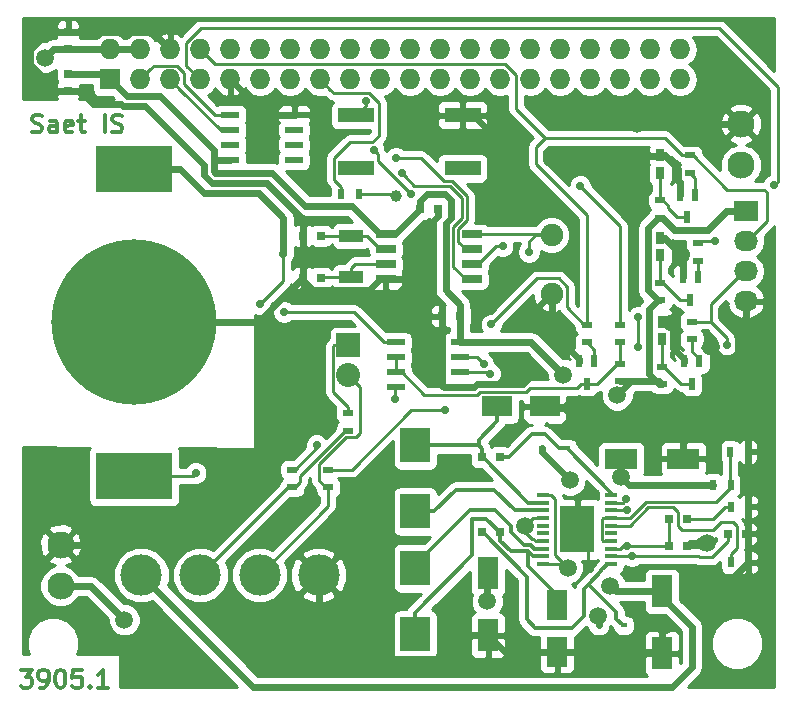
<source format=gbr>
G04 #@! TF.FileFunction,Copper,L1,Top,Signal*
%FSLAX46Y46*%
G04 Gerber Fmt 4.6, Leading zero omitted, Abs format (unit mm)*
G04 Created by KiCad (PCBNEW 4.0.2+dfsg1-stable) date mer 24 ott 2018 10:21:22 CEST*
%MOMM*%
G01*
G04 APERTURE LIST*
%ADD10C,0.100000*%
%ADD11C,0.300000*%
%ADD12R,2.000000X1.100000*%
%ADD13R,1.000000X0.400000*%
%ADD14R,3.000000X4.000000*%
%ADD15R,0.500000X0.900000*%
%ADD16R,0.900000X0.500000*%
%ADD17R,0.599440X1.000760*%
%ADD18R,1.727200X1.727200*%
%ADD19O,1.727200X1.727200*%
%ADD20R,2.032000X1.727200*%
%ADD21O,2.032000X1.727200*%
%ADD22C,1.000000*%
%ADD23R,2.500000X3.000000*%
%ADD24R,2.032000X2.032000*%
%ADD25O,2.032000X2.032000*%
%ADD26R,0.590000X0.450000*%
%ADD27R,1.800860X2.499360*%
%ADD28R,2.499360X1.800860*%
%ADD29R,0.797560X1.000000*%
%ADD30C,3.500000*%
%ADD31R,1.800860X2.750820*%
%ADD32R,0.800000X0.750000*%
%ADD33R,2.750820X1.800860*%
%ADD34C,1.905000*%
%ADD35R,0.750000X0.800000*%
%ADD36R,6.500000X4.000000*%
%ADD37C,14.000000*%
%ADD38R,1.700000X0.650000*%
%ADD39C,2.300000*%
%ADD40R,1.550000X0.600000*%
%ADD41R,3.100000X1.300000*%
%ADD42C,0.710000*%
%ADD43C,1.500000*%
%ADD44C,0.600000*%
%ADD45C,0.220000*%
%ADD46C,0.350000*%
%ADD47C,0.254000*%
G04 APERTURE END LIST*
D10*
D11*
X108446572Y-60297143D02*
X108660858Y-60368571D01*
X109018001Y-60368571D01*
X109160858Y-60297143D01*
X109232287Y-60225714D01*
X109303715Y-60082857D01*
X109303715Y-59940000D01*
X109232287Y-59797143D01*
X109160858Y-59725714D01*
X109018001Y-59654286D01*
X108732287Y-59582857D01*
X108589429Y-59511429D01*
X108518001Y-59440000D01*
X108446572Y-59297143D01*
X108446572Y-59154286D01*
X108518001Y-59011429D01*
X108589429Y-58940000D01*
X108732287Y-58868571D01*
X109089429Y-58868571D01*
X109303715Y-58940000D01*
X110589429Y-60368571D02*
X110589429Y-59582857D01*
X110518000Y-59440000D01*
X110375143Y-59368571D01*
X110089429Y-59368571D01*
X109946572Y-59440000D01*
X110589429Y-60297143D02*
X110446572Y-60368571D01*
X110089429Y-60368571D01*
X109946572Y-60297143D01*
X109875143Y-60154286D01*
X109875143Y-60011429D01*
X109946572Y-59868571D01*
X110089429Y-59797143D01*
X110446572Y-59797143D01*
X110589429Y-59725714D01*
X111875143Y-60297143D02*
X111732286Y-60368571D01*
X111446572Y-60368571D01*
X111303715Y-60297143D01*
X111232286Y-60154286D01*
X111232286Y-59582857D01*
X111303715Y-59440000D01*
X111446572Y-59368571D01*
X111732286Y-59368571D01*
X111875143Y-59440000D01*
X111946572Y-59582857D01*
X111946572Y-59725714D01*
X111232286Y-59868571D01*
X112375143Y-59368571D02*
X112946572Y-59368571D01*
X112589429Y-58868571D02*
X112589429Y-60154286D01*
X112660857Y-60297143D01*
X112803715Y-60368571D01*
X112946572Y-60368571D01*
X114589429Y-60368571D02*
X114589429Y-58868571D01*
X115232286Y-60297143D02*
X115446572Y-60368571D01*
X115803715Y-60368571D01*
X115946572Y-60297143D01*
X116018001Y-60225714D01*
X116089429Y-60082857D01*
X116089429Y-59940000D01*
X116018001Y-59797143D01*
X115946572Y-59725714D01*
X115803715Y-59654286D01*
X115518001Y-59582857D01*
X115375143Y-59511429D01*
X115303715Y-59440000D01*
X115232286Y-59297143D01*
X115232286Y-59154286D01*
X115303715Y-59011429D01*
X115375143Y-58940000D01*
X115518001Y-58868571D01*
X115875143Y-58868571D01*
X116089429Y-58940000D01*
X107499616Y-105868731D02*
X108428187Y-105868731D01*
X107928187Y-106440160D01*
X108142473Y-106440160D01*
X108285330Y-106511589D01*
X108356759Y-106583017D01*
X108428187Y-106725874D01*
X108428187Y-107083017D01*
X108356759Y-107225874D01*
X108285330Y-107297303D01*
X108142473Y-107368731D01*
X107713901Y-107368731D01*
X107571044Y-107297303D01*
X107499616Y-107225874D01*
X109142472Y-107368731D02*
X109428187Y-107368731D01*
X109571044Y-107297303D01*
X109642472Y-107225874D01*
X109785330Y-107011589D01*
X109856758Y-106725874D01*
X109856758Y-106154446D01*
X109785330Y-106011589D01*
X109713901Y-105940160D01*
X109571044Y-105868731D01*
X109285330Y-105868731D01*
X109142472Y-105940160D01*
X109071044Y-106011589D01*
X108999615Y-106154446D01*
X108999615Y-106511589D01*
X109071044Y-106654446D01*
X109142472Y-106725874D01*
X109285330Y-106797303D01*
X109571044Y-106797303D01*
X109713901Y-106725874D01*
X109785330Y-106654446D01*
X109856758Y-106511589D01*
X110785329Y-105868731D02*
X110928186Y-105868731D01*
X111071043Y-105940160D01*
X111142472Y-106011589D01*
X111213901Y-106154446D01*
X111285329Y-106440160D01*
X111285329Y-106797303D01*
X111213901Y-107083017D01*
X111142472Y-107225874D01*
X111071043Y-107297303D01*
X110928186Y-107368731D01*
X110785329Y-107368731D01*
X110642472Y-107297303D01*
X110571043Y-107225874D01*
X110499615Y-107083017D01*
X110428186Y-106797303D01*
X110428186Y-106440160D01*
X110499615Y-106154446D01*
X110571043Y-106011589D01*
X110642472Y-105940160D01*
X110785329Y-105868731D01*
X112642472Y-105868731D02*
X111928186Y-105868731D01*
X111856757Y-106583017D01*
X111928186Y-106511589D01*
X112071043Y-106440160D01*
X112428186Y-106440160D01*
X112571043Y-106511589D01*
X112642472Y-106583017D01*
X112713900Y-106725874D01*
X112713900Y-107083017D01*
X112642472Y-107225874D01*
X112571043Y-107297303D01*
X112428186Y-107368731D01*
X112071043Y-107368731D01*
X111928186Y-107297303D01*
X111856757Y-107225874D01*
X113356757Y-107225874D02*
X113428185Y-107297303D01*
X113356757Y-107368731D01*
X113285328Y-107297303D01*
X113356757Y-107225874D01*
X113356757Y-107368731D01*
X114856757Y-107368731D02*
X113999614Y-107368731D01*
X114428186Y-107368731D02*
X114428186Y-105868731D01*
X114285329Y-106083017D01*
X114142471Y-106225874D01*
X113999614Y-106297303D01*
D12*
X135458200Y-69141400D03*
X135458200Y-72641400D03*
D13*
X151714000Y-91055000D03*
X151714000Y-91705000D03*
X151714000Y-92355000D03*
X151714000Y-93005000D03*
X151714000Y-93655000D03*
X151714000Y-94305000D03*
X151714000Y-94955000D03*
X151714000Y-95605000D03*
X151714000Y-96255000D03*
X151714000Y-96905000D03*
X157514000Y-96905000D03*
X157514000Y-96255000D03*
X157514000Y-95605000D03*
X157514000Y-94955000D03*
X157514000Y-94305000D03*
X157514000Y-93655000D03*
X157514000Y-93005000D03*
X157514000Y-92355000D03*
X157514000Y-91705000D03*
X157514000Y-91055000D03*
D14*
X154614000Y-93980000D03*
D15*
X169096120Y-96768920D03*
X167596120Y-96768920D03*
X167596120Y-92069920D03*
X169096120Y-92069920D03*
X167570720Y-87416640D03*
X169070720Y-87416640D03*
X166100060Y-90200480D03*
X167600060Y-90200480D03*
D16*
X161645480Y-74592880D03*
X161645480Y-73092880D03*
X135196580Y-85608860D03*
X135196580Y-84108860D03*
X164797740Y-71232460D03*
X164797740Y-69732460D03*
X133532000Y-90412000D03*
X133532000Y-88912000D03*
X130484000Y-90412000D03*
X130484000Y-88912000D03*
X161772480Y-81704880D03*
X161772480Y-80204880D03*
X164312480Y-77894880D03*
X164312480Y-76394880D03*
X161645480Y-67607880D03*
X161645480Y-66107880D03*
X158216480Y-76648880D03*
X158216480Y-78148880D03*
X158216480Y-81450880D03*
X158216480Y-79950880D03*
X164185480Y-63797880D03*
X164185480Y-62297880D03*
X155422480Y-78148880D03*
X155422480Y-76648880D03*
D15*
X134593900Y-65620900D03*
X136093900Y-65620900D03*
D17*
X163535240Y-72638920D03*
X164835720Y-72638920D03*
X164185480Y-74538840D03*
X163662240Y-79750920D03*
X164962720Y-79750920D03*
X164312480Y-81650840D03*
X163281240Y-65653920D03*
X164581720Y-65653920D03*
X163931480Y-67553840D03*
X154772240Y-79750920D03*
X156072720Y-79750920D03*
X155422480Y-81650840D03*
D18*
X115062000Y-55880000D03*
D19*
X115062000Y-53340000D03*
X117602000Y-55880000D03*
X117602000Y-53340000D03*
X120142000Y-55880000D03*
X120142000Y-53340000D03*
X122682000Y-55880000D03*
X122682000Y-53340000D03*
X125222000Y-55880000D03*
X125222000Y-53340000D03*
X127762000Y-55880000D03*
X127762000Y-53340000D03*
X130302000Y-55880000D03*
X130302000Y-53340000D03*
X132842000Y-55880000D03*
X132842000Y-53340000D03*
X135382000Y-55880000D03*
X135382000Y-53340000D03*
X137922000Y-55880000D03*
X137922000Y-53340000D03*
X140462000Y-55880000D03*
X140462000Y-53340000D03*
X143002000Y-55880000D03*
X143002000Y-53340000D03*
X145542000Y-55880000D03*
X145542000Y-53340000D03*
X148082000Y-55880000D03*
X148082000Y-53340000D03*
X150622000Y-55880000D03*
X150622000Y-53340000D03*
X153162000Y-55880000D03*
X153162000Y-53340000D03*
X155702000Y-55880000D03*
X155702000Y-53340000D03*
X158242000Y-55880000D03*
X158242000Y-53340000D03*
X160782000Y-55880000D03*
X160782000Y-53340000D03*
X163322000Y-55880000D03*
X163322000Y-53340000D03*
D20*
X168864280Y-67028060D03*
D21*
X168864280Y-69568060D03*
X168864280Y-72108060D03*
X168864280Y-74648060D03*
D22*
X139280900Y-65747900D03*
D23*
X140898000Y-102876000D03*
X140898000Y-97276000D03*
X140898000Y-92462000D03*
X140898000Y-86862000D03*
D24*
X135244840Y-78389480D03*
D25*
X135244840Y-80929480D03*
D26*
X158535000Y-102108000D03*
X156425000Y-102108000D03*
D27*
X152908000Y-100363020D03*
X152908000Y-104360980D03*
D28*
X147861020Y-83566000D03*
X151858980Y-83566000D03*
D26*
X153709000Y-87122000D03*
X151599000Y-87122000D03*
D29*
X161645480Y-70782180D03*
X161645480Y-69283580D03*
X161772480Y-77894180D03*
X161772480Y-76395580D03*
X161645480Y-63797180D03*
X161645480Y-62298580D03*
D30*
X132714000Y-97840000D03*
X127714000Y-97840000D03*
X122714000Y-97840000D03*
X117714000Y-97840000D03*
D31*
X147066000Y-102953820D03*
X147066000Y-97706180D03*
D32*
X146570000Y-94234000D03*
X148070000Y-94234000D03*
X167406120Y-94355920D03*
X168906120Y-94355920D03*
X162389120Y-93085920D03*
X163889120Y-93085920D03*
X162389120Y-95371920D03*
X163889120Y-95371920D03*
X148070000Y-87884000D03*
X146570000Y-87884000D03*
D33*
X163588700Y-88016080D03*
X158341060Y-88016080D03*
D31*
X161798000Y-104477820D03*
X161798000Y-99230180D03*
D32*
X144691800Y-75918060D03*
X143191800Y-75918060D03*
D34*
X152438100Y-74046720D03*
X152438100Y-69046720D03*
D35*
X111506000Y-53328000D03*
X111506000Y-51828000D03*
D32*
X141312200Y-66827400D03*
X142812200Y-66827400D03*
X132906200Y-72669400D03*
X131406200Y-72669400D03*
X132906200Y-69113400D03*
X131406200Y-69113400D03*
D35*
X111506000Y-55384000D03*
X111506000Y-56884000D03*
D36*
X117094000Y-63454000D03*
X117094000Y-89454000D03*
D37*
X117094000Y-76454000D03*
D38*
X138412200Y-68986400D03*
X138412200Y-70256400D03*
X138412200Y-71526400D03*
X138412200Y-72796400D03*
X145712200Y-72796400D03*
X145712200Y-71526400D03*
X145712200Y-70256400D03*
X145712200Y-68986400D03*
D39*
X168475660Y-63151960D03*
X168475660Y-59651960D03*
X110863380Y-95270440D03*
X110863380Y-98770440D03*
D40*
X130644880Y-62697360D03*
X130644880Y-61427360D03*
X130644880Y-60157360D03*
X130644880Y-58887360D03*
X125244880Y-58887360D03*
X125244880Y-60157360D03*
X125244880Y-61427360D03*
X125244880Y-62697360D03*
X139275840Y-78140560D03*
X139275840Y-79410560D03*
X139275840Y-80680560D03*
X139275840Y-81950560D03*
X144675840Y-81950560D03*
X144675840Y-80680560D03*
X144675840Y-79410560D03*
X144675840Y-78140560D03*
D41*
X144900160Y-58910220D03*
X144900160Y-63410220D03*
X135900160Y-63410220D03*
X135900160Y-58910220D03*
D42*
X122300886Y-89207226D03*
X127734060Y-74917300D03*
X150533100Y-70497700D03*
X129740660Y-70652640D03*
D43*
X149781260Y-62189360D03*
X159715200Y-59690000D03*
X159717740Y-62341760D03*
X165934244Y-78508253D03*
D42*
X151485601Y-81008221D03*
X131373880Y-67688460D03*
X155702000Y-97353120D03*
D43*
X165564820Y-98529140D03*
X165564820Y-95117920D03*
X161947860Y-102146100D03*
X154180540Y-83703160D03*
X162629610Y-76505406D03*
X163376530Y-70744228D03*
X157998160Y-82616040D03*
X153449020Y-80878680D03*
X109540040Y-54030880D03*
X150192896Y-93664929D03*
X156329380Y-101274880D03*
X158341060Y-89516510D03*
X153984960Y-89829640D03*
X146999960Y-100083620D03*
X116278660Y-101635560D03*
X153797000Y-97221040D03*
X157411420Y-98752660D03*
D42*
X158790640Y-95371920D03*
X158808420Y-92372180D03*
X158768131Y-91444667D03*
X159252920Y-96255000D03*
X167280145Y-78351380D03*
X129790487Y-75565005D03*
X159755840Y-78519020D03*
X159755840Y-76009500D03*
X139217400Y-82969100D03*
X147337780Y-76629260D03*
X147253960Y-80790538D03*
X132549900Y-86847680D03*
X143455050Y-83907290D03*
X146682460Y-79971900D03*
X166276020Y-69524880D03*
X171287440Y-64828420D03*
X139735901Y-63794299D03*
X148300440Y-69987620D03*
X137386368Y-61856357D03*
X140550900Y-65549780D03*
X139276769Y-62521377D03*
X154863800Y-64917320D03*
X136695180Y-57726580D03*
D44*
X127637540Y-65514220D02*
X129740660Y-67617340D01*
X129740660Y-67617340D02*
X129740660Y-70652640D01*
X123004220Y-65514220D02*
X127637540Y-65514220D01*
X117094000Y-63454000D02*
X120944000Y-63454000D01*
X120944000Y-63454000D02*
X123004220Y-65514220D01*
D45*
X117094000Y-63454000D02*
X118344000Y-63454000D01*
X117094000Y-89454000D02*
X122054112Y-89454000D01*
X122054112Y-89454000D02*
X122300886Y-89207226D01*
X129740660Y-70652640D02*
X129740660Y-72910700D01*
X129740660Y-72910700D02*
X127734060Y-74917300D01*
X150533100Y-70497700D02*
X150533100Y-69604682D01*
X150533100Y-69604682D02*
X151091062Y-69046720D01*
X151091062Y-69046720D02*
X152438100Y-69046720D01*
X145712200Y-68986400D02*
X152377780Y-68986400D01*
X152377780Y-68986400D02*
X152438100Y-69046720D01*
D44*
X144900160Y-58910220D02*
X145800160Y-58910220D01*
X145800160Y-58910220D02*
X149079300Y-62189360D01*
X149079300Y-62189360D02*
X149781260Y-62189360D01*
X125222000Y-55880000D02*
X128229360Y-58887360D01*
X128229360Y-58887360D02*
X130644880Y-58887360D01*
X168475660Y-59651960D02*
X159753240Y-59651960D01*
X159753240Y-59651960D02*
X159715200Y-59690000D01*
X159717740Y-62341760D02*
X161602300Y-62341760D01*
X161602300Y-62341760D02*
X161645480Y-62298580D01*
X168864280Y-74648060D02*
X168864280Y-76111660D01*
X168185165Y-76790775D02*
X168185165Y-80759174D01*
X166684243Y-79258252D02*
X165934244Y-78508253D01*
X168185165Y-80759174D02*
X166684243Y-79258252D01*
X168185165Y-82272751D02*
X168185165Y-80759174D01*
X168864280Y-76111660D02*
X168185165Y-76790775D01*
X127621600Y-85166402D02*
X127621600Y-84841080D01*
X127621600Y-84841080D02*
X127621600Y-76454000D01*
X110863380Y-95270440D02*
X120807360Y-95270440D01*
X120807360Y-95270440D02*
X127621600Y-88456200D01*
X127621600Y-88456200D02*
X127621600Y-84841080D01*
X150685251Y-81008221D02*
X151485601Y-81008221D01*
X144675840Y-81950560D02*
X145834952Y-81950560D01*
X145834952Y-81950560D02*
X146089954Y-81695558D01*
X146089954Y-81695558D02*
X149997914Y-81695558D01*
X149997914Y-81695558D02*
X150685251Y-81008221D01*
X143191800Y-75918060D02*
X143191800Y-81841520D01*
X143300840Y-81950560D02*
X144675840Y-81950560D01*
X143191800Y-81841520D02*
X143300840Y-81950560D01*
X128349629Y-64664209D02*
X131018881Y-67333461D01*
X123675390Y-64664209D02*
X128349629Y-64664209D01*
X123024148Y-64012967D02*
X123675390Y-64664209D01*
X123024148Y-63144148D02*
X123024148Y-64012967D01*
X118023613Y-58143611D02*
X123024148Y-63144148D01*
X116123516Y-58143611D02*
X118023613Y-58143611D01*
X112481000Y-56884000D02*
X113590280Y-57993280D01*
X111506000Y-56884000D02*
X112481000Y-56884000D01*
X115973185Y-57993280D02*
X116123516Y-58143611D01*
X131018881Y-67333461D02*
X131373880Y-67688460D01*
X113590280Y-57993280D02*
X115973185Y-57993280D01*
X131406200Y-69113400D02*
X131406200Y-67720780D01*
X131406200Y-67720780D02*
X131373880Y-67688460D01*
D45*
X155503880Y-97155000D02*
X155702000Y-97353120D01*
X155503880Y-95369880D02*
X155503880Y-97155000D01*
X154614000Y-93980000D02*
X154614000Y-94480000D01*
X154614000Y-94480000D02*
X155503880Y-95369880D01*
D44*
X154772240Y-79550260D02*
X154772240Y-79750920D01*
X152438100Y-74046720D02*
X152438100Y-77416780D01*
X152438100Y-77416780D02*
X153671860Y-78650540D01*
X153671860Y-78650540D02*
X153872520Y-78650540D01*
X153872520Y-78650540D02*
X154772240Y-79550260D01*
X108240038Y-54593038D02*
X110531000Y-56884000D01*
X108240038Y-53406878D02*
X108240038Y-54593038D01*
X109818916Y-51828000D02*
X108240038Y-53406878D01*
X110531000Y-56884000D02*
X111506000Y-56884000D01*
X111506000Y-51828000D02*
X109818916Y-51828000D01*
X169096120Y-96768920D02*
X167335900Y-98529140D01*
X167335900Y-98529140D02*
X165564820Y-98529140D01*
X165564820Y-95117920D02*
X164143120Y-95117920D01*
X164143120Y-95117920D02*
X163889120Y-95371920D01*
X161798000Y-104477820D02*
X161798000Y-102295960D01*
X161798000Y-102295960D02*
X161947860Y-102146100D01*
X142812200Y-66827400D02*
X142812200Y-67423921D01*
X141045140Y-69190981D02*
X141045140Y-72796400D01*
X142812200Y-67423921D02*
X141045140Y-69190981D01*
X130406200Y-73644400D02*
X131381200Y-72669400D01*
X117094000Y-76454000D02*
X127621600Y-76454000D01*
X127621600Y-76454000D02*
X130406200Y-73669400D01*
X130406200Y-73669400D02*
X130406200Y-73644400D01*
X131381200Y-72669400D02*
X131406200Y-72669400D01*
X169070720Y-83452680D02*
X167890791Y-82272751D01*
X166204584Y-83899766D02*
X166204584Y-82272751D01*
X163588700Y-86515650D02*
X166204584Y-83899766D01*
X166204584Y-82272751D02*
X168185165Y-82272751D01*
X163588700Y-88016080D02*
X163588700Y-86515650D01*
X167890791Y-82272751D02*
X168185165Y-82272751D01*
X169070720Y-87416640D02*
X169070720Y-83452680D01*
X154180540Y-83703160D02*
X151996140Y-83703160D01*
X151996140Y-83703160D02*
X151858980Y-83566000D01*
X162162662Y-76395580D02*
X162629610Y-76505406D01*
X162629610Y-76505406D02*
X162762520Y-76995438D01*
X162035662Y-69283580D02*
X163376530Y-70744228D01*
X163376530Y-70744228D02*
X163535240Y-70783158D01*
X161645480Y-69283580D02*
X162035662Y-69283580D01*
X163535240Y-70783158D02*
X163535240Y-71538540D01*
X163535240Y-71538540D02*
X163535240Y-72638920D01*
X161645480Y-62298580D02*
X162035662Y-62298580D01*
X162035662Y-62298580D02*
X163185479Y-63448397D01*
X163185479Y-63448397D02*
X163185479Y-64457779D01*
X163185479Y-64457779D02*
X163281240Y-64553540D01*
X163281240Y-64553540D02*
X163281240Y-65653920D01*
X138412200Y-72796400D02*
X141045140Y-72796400D01*
X141045140Y-72796400D02*
X143191800Y-74943060D01*
X143191800Y-74943060D02*
X143191800Y-75918060D01*
X131406200Y-72669400D02*
X131406200Y-72934402D01*
X131406200Y-72934402D02*
X132213199Y-73741401D01*
X137887200Y-72796400D02*
X138412200Y-72796400D01*
X132213199Y-73741401D02*
X136942199Y-73741401D01*
X136942199Y-73741401D02*
X137887200Y-72796400D01*
X131406200Y-69113400D02*
X131406200Y-72669400D01*
X161772480Y-76395580D02*
X162162662Y-76395580D01*
X162762520Y-76995438D02*
X162762520Y-78650540D01*
X163662240Y-79550260D02*
X163662240Y-79750920D01*
X162762520Y-78650540D02*
X163662240Y-79550260D01*
X111506000Y-51828000D02*
X118630000Y-51828000D01*
X118630000Y-51828000D02*
X120142000Y-53340000D01*
X132714000Y-97840000D02*
X132714000Y-100314873D01*
X145565570Y-102953820D02*
X147066000Y-102953820D01*
X132714000Y-100314873D02*
X137325128Y-104926001D01*
X137325128Y-104926001D02*
X143593389Y-104926001D01*
X143593389Y-104926001D02*
X145565570Y-102953820D01*
X152908000Y-104360980D02*
X148473160Y-104360980D01*
X148473160Y-104360980D02*
X147066000Y-102953820D01*
X152908000Y-104360980D02*
X161681160Y-104360980D01*
X161681160Y-104360980D02*
X161798000Y-104477820D01*
X169070720Y-87416640D02*
X169070720Y-92044520D01*
X169070720Y-92044520D02*
X169096120Y-92069920D01*
X169096120Y-92069920D02*
X169096120Y-94165920D01*
X169096120Y-94165920D02*
X168906120Y-94355920D01*
X169096120Y-96768920D02*
X169096120Y-94545920D01*
X169096120Y-94545920D02*
X168906120Y-94355920D01*
X168864280Y-67028060D02*
X167248280Y-67028060D01*
X165672119Y-68604221D02*
X162841821Y-68604221D01*
X167248280Y-67028060D02*
X165672119Y-68604221D01*
X162841821Y-68604221D02*
X161845480Y-67607880D01*
X123874159Y-63660881D02*
X123874159Y-62753240D01*
X123874159Y-62753240D02*
X123874159Y-61869542D01*
X123930039Y-62697360D02*
X123874159Y-62753240D01*
X125244880Y-62697360D02*
X123930039Y-62697360D01*
X143967200Y-67576702D02*
X143472178Y-68071724D01*
X143472178Y-68071724D02*
X143472178Y-73723438D01*
X143967200Y-66085720D02*
X143967200Y-67576702D01*
X143431260Y-65549780D02*
X143967200Y-66085720D01*
X141912340Y-65549780D02*
X143431260Y-65549780D01*
X141312200Y-66149920D02*
X141912340Y-65549780D01*
X141312200Y-66827400D02*
X141312200Y-66149920D01*
X116475601Y-57293601D02*
X115062000Y-55880000D01*
X128744758Y-63770881D02*
X123984159Y-63770881D01*
X123874159Y-61869542D02*
X119298218Y-57293601D01*
X123984159Y-63770881D02*
X123874159Y-63660881D01*
X135521701Y-66620901D02*
X131594778Y-66620901D01*
X138412200Y-68986400D02*
X137887200Y-68986400D01*
X137887200Y-68986400D02*
X135521701Y-66620901D01*
X131594778Y-66620901D02*
X128744758Y-63770881D01*
X119298218Y-57293601D02*
X116475601Y-57293601D01*
X158216480Y-81450880D02*
X160456880Y-81450880D01*
X160456880Y-81450880D02*
X161518480Y-81450880D01*
X157998160Y-82616040D02*
X159163320Y-81450880D01*
X159163320Y-81450880D02*
X160456880Y-81450880D01*
X150710900Y-78140560D02*
X153449020Y-80878680D01*
X144675840Y-78140560D02*
X150710900Y-78140560D01*
X144691800Y-74943060D02*
X143472178Y-73723438D01*
X141312200Y-66562398D02*
X141312200Y-66827400D01*
X144691800Y-75918060D02*
X144691800Y-74943060D01*
X144691800Y-75918060D02*
X144691800Y-78124600D01*
X144691800Y-78124600D02*
X144675840Y-78140560D01*
X111506000Y-55384000D02*
X114566000Y-55384000D01*
X114566000Y-55384000D02*
X115062000Y-55880000D01*
X138412200Y-68986400D02*
X139153200Y-68986400D01*
X139153200Y-68986400D02*
X141312200Y-66827400D01*
X161518480Y-81450880D02*
X161772480Y-81704880D01*
X161645480Y-74592880D02*
X161445480Y-74592880D01*
X160722480Y-80854880D02*
X161572480Y-81704880D01*
X161445480Y-74592880D02*
X160722480Y-75315880D01*
X160722480Y-75315880D02*
X160722480Y-80854880D01*
X161572480Y-81704880D02*
X161772480Y-81704880D01*
X161445480Y-74592880D02*
X160595480Y-73742880D01*
X160595480Y-73742880D02*
X160595480Y-68444798D01*
X160595480Y-68444798D02*
X161432398Y-67607880D01*
X161432398Y-67607880D02*
X161845480Y-67607880D01*
X161645480Y-67607880D02*
X161845480Y-67607880D01*
D45*
X135458200Y-69141400D02*
X136772200Y-69141400D01*
X136772200Y-69141400D02*
X137887200Y-70256400D01*
X137887200Y-70256400D02*
X138412200Y-70256400D01*
X132906200Y-69113400D02*
X135430200Y-69113400D01*
X135430200Y-69113400D02*
X135458200Y-69141400D01*
X135458200Y-72641400D02*
X132934200Y-72641400D01*
X132934200Y-72641400D02*
X132906200Y-72669400D01*
X138412200Y-71526400D02*
X135803200Y-71526400D01*
X135803200Y-71526400D02*
X135458200Y-71871400D01*
X135458200Y-71871400D02*
X135458200Y-72641400D01*
D44*
X115062000Y-53340000D02*
X117602000Y-53340000D01*
D45*
X150756180Y-94759340D02*
X150192896Y-94196056D01*
X150192896Y-94196056D02*
X150192896Y-93664929D01*
X151714000Y-94955000D02*
X151098449Y-94955000D01*
X151098449Y-94955000D02*
X150902789Y-94759340D01*
X150902789Y-94759340D02*
X150756180Y-94759340D01*
X151714000Y-93005000D02*
X150852825Y-93005000D01*
X150852825Y-93005000D02*
X150192896Y-93664929D01*
D44*
X111506000Y-53328000D02*
X110242920Y-53328000D01*
X110242920Y-53328000D02*
X109540040Y-54030880D01*
X156425000Y-101370500D02*
X156329380Y-101274880D01*
X156425000Y-102108000D02*
X156425000Y-101370500D01*
X151599000Y-87122000D02*
X151599000Y-87443680D01*
X151599000Y-87443680D02*
X153984960Y-89829640D01*
X151599000Y-87122000D02*
X151599000Y-87326840D01*
X151599000Y-87326840D02*
X151640540Y-87368380D01*
X146999960Y-100083620D02*
X146999960Y-97772220D01*
X146999960Y-97772220D02*
X147066000Y-97706180D01*
X110863380Y-98770440D02*
X113413540Y-98770440D01*
X113413540Y-98770440D02*
X116278660Y-101635560D01*
X166100060Y-90200480D02*
X159025030Y-90200480D01*
X159025030Y-90200480D02*
X158341060Y-89516510D01*
X158341060Y-89516510D02*
X158341060Y-88016080D01*
X111506000Y-53328000D02*
X117590000Y-53328000D01*
X117590000Y-53328000D02*
X117602000Y-53340000D01*
D45*
X151714000Y-96905000D02*
X153480960Y-96905000D01*
X153480960Y-96905000D02*
X153797000Y-97221040D01*
X151714000Y-91055000D02*
X152434000Y-91055000D01*
X152434000Y-91055000D02*
X152753999Y-91374999D01*
X152753999Y-91374999D02*
X152753999Y-96178039D01*
X152753999Y-96178039D02*
X153047001Y-96471041D01*
X153047001Y-96471041D02*
X153797000Y-97221040D01*
D44*
X161798000Y-99230180D02*
X157888940Y-99230180D01*
X157888940Y-99230180D02*
X157411420Y-98752660D01*
X161798000Y-99230180D02*
X161798000Y-99705160D01*
X161798000Y-99705160D02*
X164307520Y-102214680D01*
X164307520Y-102214680D02*
X164307520Y-105643680D01*
X162659060Y-107292140D02*
X164307520Y-105643680D01*
X117714000Y-97840000D02*
X127166140Y-107292140D01*
X127166140Y-107292140D02*
X162659060Y-107292140D01*
D45*
X158467080Y-95371920D02*
X158790640Y-95371920D01*
X158790640Y-95371920D02*
X161769120Y-95371920D01*
X157514000Y-92355000D02*
X158791240Y-92355000D01*
X158791240Y-92355000D02*
X158808420Y-92372180D01*
X161769120Y-95371920D02*
X162389120Y-95371920D01*
X158234000Y-95605000D02*
X158467080Y-95371920D01*
X157514000Y-95605000D02*
X158234000Y-95605000D01*
X162389120Y-95371920D02*
X162389120Y-93085920D01*
X164509120Y-93085920D02*
X163889120Y-93085920D01*
X166110120Y-93085920D02*
X164509120Y-93085920D01*
X167596120Y-92069920D02*
X167126120Y-92069920D01*
X167126120Y-92069920D02*
X166110120Y-93085920D01*
X157514000Y-91705000D02*
X158507798Y-91705000D01*
X158507798Y-91705000D02*
X158768131Y-91444667D01*
X159252920Y-96255000D02*
X164876218Y-96255000D01*
X157514000Y-96255000D02*
X159252920Y-96255000D01*
X164978679Y-96357461D02*
X165999579Y-96357461D01*
X167406120Y-94950920D02*
X167406120Y-94355920D01*
X165999579Y-96357461D02*
X167406120Y-94950920D01*
X164876218Y-96255000D02*
X164978679Y-96357461D01*
X134983153Y-85608860D02*
X135196580Y-85608860D01*
X131154000Y-89942000D02*
X131154000Y-89438013D01*
X130684000Y-90412000D02*
X131154000Y-89942000D01*
X131154000Y-89438013D02*
X134983153Y-85608860D01*
X130484000Y-90412000D02*
X130684000Y-90412000D01*
X122714000Y-97840000D02*
X130142000Y-90412000D01*
X130142000Y-90412000D02*
X130484000Y-90412000D01*
X132771999Y-88413999D02*
X135017137Y-86168861D01*
X132771999Y-89851999D02*
X132771999Y-88413999D01*
X135894581Y-86168861D02*
X136260839Y-85802603D01*
X133532000Y-90412000D02*
X133332000Y-90412000D01*
X136260839Y-81945479D02*
X135244840Y-80929480D01*
X133332000Y-90412000D02*
X132771999Y-89851999D01*
X135017137Y-86168861D02*
X135894581Y-86168861D01*
X136260839Y-85802603D02*
X136260839Y-81945479D01*
X127714000Y-97840000D02*
X133532000Y-92022000D01*
X133532000Y-92022000D02*
X133532000Y-90412000D01*
X163931480Y-67553840D02*
X163091440Y-67553840D01*
X163091440Y-67553840D02*
X162315480Y-66777880D01*
X162315480Y-66777880D02*
X162315480Y-66577880D01*
X162315480Y-66577880D02*
X161845480Y-66107880D01*
X161845480Y-66107880D02*
X161645480Y-66107880D01*
X161645480Y-63797180D02*
X161645480Y-64517180D01*
X161645480Y-64517180D02*
X161645480Y-66107880D01*
X161772480Y-77894180D02*
X161772480Y-78614180D01*
X161772480Y-78614180D02*
X161772480Y-80204880D01*
X161772480Y-80204880D02*
X161972480Y-80204880D01*
X163418440Y-81650840D02*
X163792760Y-81650840D01*
X161972480Y-80204880D02*
X163418440Y-81650840D01*
X163792760Y-81650840D02*
X164312480Y-81650840D01*
X161645480Y-73092880D02*
X161845480Y-73092880D01*
X163291440Y-74538840D02*
X163665760Y-74538840D01*
X161845480Y-73092880D02*
X163291440Y-74538840D01*
X163665760Y-74538840D02*
X164185480Y-74538840D01*
X161645480Y-73092880D02*
X161645480Y-72622880D01*
X161645480Y-72622880D02*
X161645480Y-70782180D01*
X167280145Y-77762925D02*
X167280145Y-77849335D01*
X167280145Y-77849335D02*
X167280145Y-78351380D01*
X165912100Y-76394880D02*
X167280145Y-77762925D01*
X168864280Y-72108060D02*
X168711880Y-72108060D01*
X168711880Y-72108060D02*
X165912100Y-74907840D01*
X165912100Y-74907840D02*
X165912100Y-76394880D01*
X130292532Y-75565005D02*
X129790487Y-75565005D01*
X139275840Y-78140560D02*
X138280840Y-78140560D01*
X135705285Y-75565005D02*
X130292532Y-75565005D01*
X138280840Y-78140560D02*
X135705285Y-75565005D01*
X165912100Y-76394880D02*
X164312480Y-76394880D01*
X159755840Y-76009500D02*
X159755840Y-78519020D01*
X164982480Y-76394880D02*
X164312480Y-76394880D01*
X146108347Y-82610561D02*
X141680841Y-82610561D01*
X141680841Y-82610561D02*
X139750840Y-80680560D01*
X139750840Y-80680560D02*
X139275840Y-80680560D01*
X146363339Y-82355569D02*
X146108347Y-82610561D01*
X155422480Y-81650840D02*
X154902760Y-81650840D01*
X154902760Y-81650840D02*
X154564918Y-81988682D01*
X150638186Y-81988682D02*
X150271299Y-82355569D01*
X150271299Y-82355569D02*
X146363339Y-82355569D01*
X154564918Y-81988682D02*
X150638186Y-81988682D01*
X139275840Y-79410560D02*
X139275840Y-80680560D01*
X158216480Y-78148880D02*
X158216480Y-79950880D01*
X155422480Y-81650840D02*
X156316520Y-81650840D01*
X156316520Y-81650840D02*
X158016480Y-79950880D01*
X158016480Y-79950880D02*
X158216480Y-79950880D01*
X170677840Y-65420240D02*
X170677840Y-67906900D01*
X170677840Y-67906900D02*
X169016680Y-69568060D01*
X169016680Y-69568060D02*
X168864280Y-69568060D01*
X170464480Y-65206880D02*
X170677840Y-65420240D01*
X167294480Y-65206880D02*
X170464480Y-65206880D01*
X164185480Y-62297880D02*
X164385480Y-62297880D01*
X164385480Y-62297880D02*
X167294480Y-65206880D01*
X139217400Y-82969100D02*
X139217400Y-82009000D01*
X139217400Y-82009000D02*
X139275840Y-81950560D01*
X155422480Y-76648880D02*
X155222480Y-76648880D01*
X155222480Y-76648880D02*
X153750601Y-75177001D01*
X153750601Y-75177001D02*
X153750601Y-73416719D01*
X153750601Y-73416719D02*
X153068101Y-72734219D01*
X153068101Y-72734219D02*
X151232821Y-72734219D01*
X151232821Y-72734219D02*
X147337780Y-76629260D01*
X122682000Y-53340000D02*
X123905601Y-54563601D01*
X149448399Y-55509469D02*
X149448399Y-58399279D01*
X123905601Y-54563601D02*
X148502531Y-54563601D01*
X148502531Y-54563601D02*
X149448399Y-55509469D01*
X149448399Y-58399279D02*
X151880879Y-60831759D01*
X155422480Y-76648880D02*
X155422480Y-67393362D01*
X155422480Y-67393362D02*
X151095679Y-63066561D01*
X151095679Y-63066561D02*
X151095679Y-61616959D01*
X151095679Y-61616959D02*
X151880879Y-60831759D01*
X151880879Y-60831759D02*
X162049359Y-60831759D01*
X162049359Y-60831759D02*
X163515480Y-62297880D01*
X163515480Y-62297880D02*
X164185480Y-62297880D01*
X144675840Y-80680560D02*
X147143982Y-80680560D01*
X147143982Y-80680560D02*
X147253960Y-80790538D01*
X130484000Y-88912000D02*
X130684000Y-88912000D01*
X130684000Y-88912000D02*
X132549900Y-87046100D01*
X132549900Y-87046100D02*
X132549900Y-86847680D01*
X142953005Y-83907290D02*
X143455050Y-83907290D01*
X133532000Y-88912000D02*
X135539998Y-88912000D01*
X140544708Y-83907290D02*
X142953005Y-83907290D01*
X135539998Y-88912000D02*
X140544708Y-83907290D01*
X146682460Y-79971900D02*
X146121120Y-79410560D01*
X146121120Y-79410560D02*
X144675840Y-79410560D01*
X135244840Y-78389480D02*
X134008840Y-78389480D01*
X134008840Y-78389480D02*
X133918839Y-78479481D01*
X133918839Y-78479481D02*
X133918839Y-82361119D01*
X133918839Y-82361119D02*
X135196580Y-83638860D01*
X135196580Y-83638860D02*
X135196580Y-84108860D01*
X136093900Y-65620900D02*
X139153900Y-65620900D01*
X139153900Y-65620900D02*
X139280900Y-65747900D01*
X166276020Y-69524880D02*
X165005320Y-69524880D01*
X165005320Y-69524880D02*
X164797740Y-69732460D01*
X171582080Y-64179295D02*
X171582080Y-64533780D01*
X171582080Y-64533780D02*
X171287440Y-64828420D01*
X125265610Y-51559460D02*
X125524260Y-51559460D01*
X125524260Y-51559460D02*
X166646860Y-51559460D01*
X122682000Y-55880000D02*
X121508399Y-54706399D01*
X121508399Y-54706399D02*
X121508399Y-52776671D01*
X121508399Y-52776671D02*
X122725610Y-51559460D01*
X122725610Y-51559460D02*
X125524260Y-51559460D01*
X166646860Y-51559460D02*
X171582080Y-56494680D01*
X171582080Y-56494680D02*
X171582080Y-64179295D01*
X164997740Y-69732460D02*
X164797740Y-69732460D01*
X145712200Y-72796400D02*
X145187200Y-72796400D01*
X144132188Y-71741388D02*
X144132188Y-68345108D01*
X144838031Y-65926635D02*
X143801165Y-64889769D01*
X143801165Y-64889769D02*
X140831371Y-64889769D01*
X144132188Y-68345108D02*
X144838031Y-67639265D01*
X145187200Y-72796400D02*
X144132188Y-71741388D01*
X144838031Y-67639265D02*
X144838031Y-65926635D01*
X140090900Y-64149298D02*
X139735901Y-63794299D01*
X140831371Y-64889769D02*
X140090900Y-64149298D01*
X146237200Y-71526400D02*
X147775980Y-69987620D01*
X145712200Y-71526400D02*
X146237200Y-71526400D01*
X147798395Y-69987620D02*
X148300440Y-69987620D01*
X147775980Y-69987620D02*
X147798395Y-69987620D01*
X137741367Y-62211356D02*
X137386368Y-61856357D01*
X137760161Y-62230150D02*
X137741367Y-62211356D01*
X140550900Y-65549780D02*
X137760161Y-62759041D01*
X137760161Y-62759041D02*
X137760161Y-62230150D01*
X145258042Y-65752661D02*
X143975139Y-64469758D01*
X143307119Y-64469758D02*
X141358738Y-62521377D01*
X141358738Y-62521377D02*
X139778814Y-62521377D01*
X144552199Y-68519082D02*
X145258042Y-67813239D01*
X143975139Y-64469758D02*
X143307119Y-64469758D01*
X144552199Y-69621399D02*
X144552199Y-68519082D01*
X145187200Y-70256400D02*
X144552199Y-69621399D01*
X145712200Y-70256400D02*
X145187200Y-70256400D01*
X139778814Y-62521377D02*
X139276769Y-62521377D01*
X145258042Y-67813239D02*
X145258042Y-65752661D01*
X133705599Y-56743599D02*
X132842000Y-55880000D01*
X137014381Y-57061579D02*
X134023579Y-57061579D01*
X134040159Y-64397159D02*
X134040159Y-62512219D01*
X137810161Y-60636942D02*
X137810161Y-57857359D01*
X137810161Y-57857359D02*
X137014381Y-57061579D01*
X135350315Y-61202063D02*
X137245040Y-61202063D01*
X134040159Y-62512219D02*
X135350315Y-61202063D01*
X134593900Y-64950900D02*
X134040159Y-64397159D01*
X134593900Y-65620900D02*
X134593900Y-64950900D01*
X137245040Y-61202063D02*
X137810161Y-60636942D01*
X134023579Y-57061579D02*
X133705599Y-56743599D01*
X158216480Y-76648880D02*
X158216480Y-68270000D01*
X158216480Y-68270000D02*
X154863800Y-64917320D01*
X136695180Y-57726580D02*
X136695180Y-58115200D01*
X136695180Y-58115200D02*
X135900160Y-58910220D01*
X156072720Y-79750920D02*
X156072720Y-78799120D01*
X156072720Y-78799120D02*
X155422480Y-78148880D01*
X164581720Y-65653920D02*
X164581720Y-64194120D01*
X164581720Y-64194120D02*
X164185480Y-63797880D01*
X164312480Y-78364880D02*
X164312480Y-77894880D01*
X164312480Y-78900020D02*
X164312480Y-78364880D01*
X164962720Y-79750920D02*
X164962720Y-79550260D01*
X164962720Y-79550260D02*
X164312480Y-78900020D01*
X164835720Y-72638920D02*
X164835720Y-71270440D01*
X164835720Y-71270440D02*
X164797740Y-71232460D01*
X158266182Y-93037182D02*
X159092062Y-93037182D01*
X158234000Y-93005000D02*
X158266182Y-93037182D01*
X166326860Y-91673680D02*
X167600060Y-90400480D01*
X160455564Y-91673680D02*
X166326860Y-91673680D01*
X159092062Y-93037182D02*
X160455564Y-91673680D01*
X157514000Y-93005000D02*
X158234000Y-93005000D01*
X167600060Y-90400480D02*
X167600060Y-90200480D01*
X157514000Y-93005000D02*
X156794000Y-93005000D01*
X156794000Y-93005000D02*
X156703999Y-93095001D01*
X156703999Y-93095001D02*
X156703999Y-94864999D01*
X156703999Y-94864999D02*
X156794000Y-94955000D01*
X156794000Y-94955000D02*
X157514000Y-94955000D01*
X167570720Y-87416640D02*
X167570720Y-90084780D01*
X167570720Y-90084780D02*
X167676260Y-90190320D01*
X167596120Y-96098920D02*
X167596120Y-96768920D01*
X159103789Y-93655000D02*
X160638069Y-92120720D01*
X166138881Y-94007919D02*
X166817040Y-93329760D01*
X163478117Y-94007919D02*
X166138881Y-94007919D01*
X167761920Y-93329760D02*
X168146119Y-93713959D01*
X168146119Y-95548921D02*
X167596120Y-96098920D01*
X168146119Y-93713959D02*
X168146119Y-95548921D01*
X166817040Y-93329760D02*
X167761920Y-93329760D01*
X157514000Y-93655000D02*
X159103789Y-93655000D01*
X160638069Y-92120720D02*
X162756922Y-92120720D01*
X163179119Y-92542917D02*
X163179119Y-93708921D01*
X163179119Y-93708921D02*
X163478117Y-94007919D01*
X162756922Y-92120720D02*
X163179119Y-92542917D01*
D46*
X153709000Y-87122000D02*
X153779000Y-87122000D01*
X157514000Y-90857000D02*
X157514000Y-91055000D01*
X153779000Y-87122000D02*
X157514000Y-90857000D01*
X150801200Y-85902800D02*
X151844800Y-85902800D01*
X151844800Y-85902800D02*
X153064000Y-87122000D01*
X153064000Y-87122000D02*
X153709000Y-87122000D01*
X148070000Y-87884000D02*
X148820000Y-87884000D01*
X148820000Y-87884000D02*
X150801200Y-85902800D01*
X146570000Y-87884000D02*
X146595000Y-87884000D01*
X146595000Y-87884000D02*
X150416000Y-91705000D01*
X150416000Y-91705000D02*
X150864000Y-91705000D01*
X150864000Y-91705000D02*
X151714000Y-91705000D01*
X147861020Y-83566000D02*
X147861020Y-84816430D01*
X147861020Y-84816430D02*
X146273000Y-86404450D01*
X146273000Y-86404450D02*
X146273000Y-86862000D01*
X140898000Y-86862000D02*
X146273000Y-86862000D01*
X146570000Y-87159000D02*
X146570000Y-87884000D01*
X146273000Y-86862000D02*
X146570000Y-87159000D01*
X157214000Y-96905000D02*
X157514000Y-96905000D01*
X156664000Y-97455000D02*
X157214000Y-96905000D01*
X156664000Y-97531320D02*
X156664000Y-97455000D01*
X155598660Y-98596660D02*
X156664000Y-97531320D01*
X155598660Y-98678904D02*
X155598660Y-98596660D01*
X157890000Y-100970244D02*
X155598660Y-98678904D01*
X157890000Y-101533000D02*
X157890000Y-100970244D01*
X158465000Y-102108000D02*
X157890000Y-101533000D01*
X158535000Y-102108000D02*
X158465000Y-102108000D01*
X155154378Y-99040942D02*
X155598660Y-98596660D01*
X155154378Y-101306882D02*
X155154378Y-99040942D01*
X154144980Y-102316280D02*
X155154378Y-101306882D01*
X150331340Y-97970340D02*
X150331340Y-101591280D01*
X146595000Y-94234000D02*
X150331340Y-97970340D01*
X146570000Y-94234000D02*
X146595000Y-94234000D01*
X151056340Y-102316280D02*
X154144980Y-102316280D01*
X150331340Y-101591280D02*
X151056340Y-102316280D01*
X148070000Y-94926173D02*
X148988187Y-95844360D01*
X148070000Y-94234000D02*
X148070000Y-94926173D01*
X148988187Y-95844360D02*
X150453360Y-95844360D01*
X148045000Y-94234000D02*
X148070000Y-94234000D01*
X145744031Y-96179969D02*
X145744031Y-93079469D01*
X140898000Y-101026000D02*
X145744031Y-96179969D01*
X146885591Y-93074591D02*
X148045000Y-94234000D01*
X145748909Y-93074591D02*
X146885591Y-93074591D01*
X145744031Y-93079469D02*
X145748909Y-93074591D01*
X140898000Y-102876000D02*
X140898000Y-101026000D01*
X150453360Y-95844360D02*
X150864000Y-96255000D01*
X152908000Y-100363020D02*
X152908000Y-99564002D01*
X152908000Y-99564002D02*
X150453360Y-97109362D01*
X150453360Y-97109362D02*
X150453360Y-95844360D01*
X150864000Y-96255000D02*
X151714000Y-96255000D01*
X150864000Y-92355000D02*
X151714000Y-92355000D01*
X149317633Y-92355000D02*
X150864000Y-92355000D01*
X147574633Y-90612000D02*
X149317633Y-92355000D01*
X142498000Y-92462000D02*
X144348000Y-90612000D01*
X140898000Y-92462000D02*
X142498000Y-92462000D01*
X144348000Y-90612000D02*
X147574633Y-90612000D01*
X150991831Y-95605000D02*
X151714000Y-95605000D01*
X145554360Y-92369640D02*
X147655642Y-92369640D01*
X147655642Y-92369640D02*
X149017895Y-93731893D01*
X149017895Y-93731893D02*
X149017895Y-94228930D01*
X149017895Y-94228930D02*
X150083315Y-95294350D01*
X150083315Y-95294350D02*
X150681181Y-95294350D01*
X150681181Y-95294350D02*
X150991831Y-95605000D01*
X140898000Y-97276000D02*
X140898000Y-97026000D01*
X140898000Y-97026000D02*
X145554360Y-92369640D01*
D45*
X125244880Y-58887360D02*
X123952430Y-58887360D01*
X123952430Y-58887360D02*
X121315601Y-56250531D01*
X118775601Y-54706399D02*
X118465599Y-55016401D01*
X121315601Y-56250531D02*
X121315601Y-55316671D01*
X121315601Y-55316671D02*
X120705329Y-54706399D01*
X120705329Y-54706399D02*
X118775601Y-54706399D01*
X118465599Y-55016401D02*
X117602000Y-55880000D01*
X125244880Y-60157360D02*
X124419360Y-60157360D01*
X124419360Y-60157360D02*
X121005599Y-56743599D01*
X121005599Y-56743599D02*
X120142000Y-55880000D01*
D47*
G36*
X130933633Y-67282046D02*
X131236969Y-67484728D01*
X131594778Y-67555901D01*
X135134411Y-67555901D01*
X135522470Y-67943960D01*
X134458200Y-67943960D01*
X134222883Y-67988238D01*
X134006759Y-68127310D01*
X133861769Y-68339510D01*
X133855919Y-68368400D01*
X133822696Y-68368400D01*
X133770290Y-68286959D01*
X133558090Y-68141969D01*
X133306200Y-68090960D01*
X132506200Y-68090960D01*
X132270883Y-68135238D01*
X132167554Y-68201729D01*
X132165898Y-68200073D01*
X131932509Y-68103400D01*
X131691950Y-68103400D01*
X131533200Y-68262150D01*
X131533200Y-68986400D01*
X131553200Y-68986400D01*
X131553200Y-69240400D01*
X131533200Y-69240400D01*
X131533200Y-69964650D01*
X131691950Y-70123400D01*
X131932509Y-70123400D01*
X132165898Y-70026727D01*
X132167268Y-70025357D01*
X132254310Y-70084831D01*
X132506200Y-70135840D01*
X133306200Y-70135840D01*
X133541517Y-70091562D01*
X133757641Y-69952490D01*
X133821930Y-69858400D01*
X133842183Y-69858400D01*
X133855038Y-69926717D01*
X133994110Y-70142841D01*
X134206310Y-70287831D01*
X134458200Y-70338840D01*
X136458200Y-70338840D01*
X136693517Y-70294562D01*
X136801979Y-70224769D01*
X136914760Y-70337549D01*
X136914760Y-70581400D01*
X136952393Y-70781400D01*
X135803205Y-70781400D01*
X135803200Y-70781399D01*
X135518101Y-70838110D01*
X135276405Y-70999605D01*
X135276403Y-70999608D01*
X134931405Y-71344605D01*
X134865019Y-71443960D01*
X134458200Y-71443960D01*
X134222883Y-71488238D01*
X134006759Y-71627310D01*
X133861769Y-71839510D01*
X133850248Y-71896400D01*
X133804678Y-71896400D01*
X133770290Y-71842959D01*
X133558090Y-71697969D01*
X133306200Y-71646960D01*
X132506200Y-71646960D01*
X132270883Y-71691238D01*
X132167554Y-71757729D01*
X132165898Y-71756073D01*
X131932509Y-71659400D01*
X131691950Y-71659400D01*
X131533200Y-71818150D01*
X131533200Y-72542400D01*
X131553200Y-72542400D01*
X131553200Y-72796400D01*
X131533200Y-72796400D01*
X131533200Y-73520650D01*
X131691950Y-73679400D01*
X131932509Y-73679400D01*
X132165898Y-73582727D01*
X132167268Y-73581357D01*
X132254310Y-73640831D01*
X132506200Y-73691840D01*
X133306200Y-73691840D01*
X133541517Y-73647562D01*
X133757641Y-73508490D01*
X133841061Y-73386400D01*
X133847452Y-73386400D01*
X133855038Y-73426717D01*
X133994110Y-73642841D01*
X134206310Y-73787831D01*
X134458200Y-73838840D01*
X136458200Y-73838840D01*
X136693517Y-73794562D01*
X136909641Y-73655490D01*
X137026798Y-73484024D01*
X137202502Y-73659727D01*
X137435891Y-73756400D01*
X138126450Y-73756400D01*
X138285200Y-73597650D01*
X138285200Y-72923400D01*
X138539200Y-72923400D01*
X138539200Y-73597650D01*
X138697950Y-73756400D01*
X139388509Y-73756400D01*
X139621898Y-73659727D01*
X139800527Y-73481099D01*
X139897200Y-73247710D01*
X139897200Y-73082150D01*
X139738450Y-72923400D01*
X138539200Y-72923400D01*
X138285200Y-72923400D01*
X138265200Y-72923400D01*
X138265200Y-72669400D01*
X138285200Y-72669400D01*
X138285200Y-72649400D01*
X138539200Y-72649400D01*
X138539200Y-72669400D01*
X139738450Y-72669400D01*
X139897200Y-72510650D01*
X139897200Y-72345090D01*
X139820288Y-72159407D01*
X139858631Y-72103290D01*
X139909640Y-71851400D01*
X139909640Y-71201400D01*
X139865362Y-70966083D01*
X139818091Y-70892622D01*
X139858631Y-70833290D01*
X139909640Y-70581400D01*
X139909640Y-69931400D01*
X139865362Y-69696083D01*
X139826383Y-69635507D01*
X141612050Y-67849840D01*
X141712200Y-67849840D01*
X141947517Y-67805562D01*
X142050846Y-67739071D01*
X142052502Y-67740727D01*
X142285891Y-67837400D01*
X142526450Y-67837400D01*
X142598026Y-67765824D01*
X142537178Y-68071724D01*
X142537178Y-73723438D01*
X142608351Y-74081247D01*
X142811033Y-74384583D01*
X143406030Y-74979580D01*
X143318800Y-75066810D01*
X143318800Y-75791060D01*
X143338800Y-75791060D01*
X143338800Y-76045060D01*
X143318800Y-76045060D01*
X143318800Y-76769310D01*
X143477550Y-76928060D01*
X143718109Y-76928060D01*
X143756800Y-76912034D01*
X143756800Y-77220223D01*
X143665523Y-77237398D01*
X143449399Y-77376470D01*
X143304409Y-77588670D01*
X143253400Y-77840560D01*
X143253400Y-78440560D01*
X143297678Y-78675877D01*
X143361518Y-78775088D01*
X143304409Y-78858670D01*
X143253400Y-79110560D01*
X143253400Y-79710560D01*
X143297678Y-79945877D01*
X143361518Y-80045088D01*
X143304409Y-80128670D01*
X143253400Y-80380560D01*
X143253400Y-80980560D01*
X143297678Y-81215877D01*
X143356018Y-81306540D01*
X143265840Y-81524250D01*
X143265840Y-81664810D01*
X143424588Y-81823558D01*
X143265840Y-81823558D01*
X143265840Y-81865561D01*
X141989430Y-81865561D01*
X140698280Y-80574410D01*
X140698280Y-80380560D01*
X140654002Y-80145243D01*
X140590162Y-80046032D01*
X140647271Y-79962450D01*
X140698280Y-79710560D01*
X140698280Y-79110560D01*
X140654002Y-78875243D01*
X140590162Y-78776032D01*
X140647271Y-78692450D01*
X140698280Y-78440560D01*
X140698280Y-77840560D01*
X140654002Y-77605243D01*
X140514930Y-77389119D01*
X140302730Y-77244129D01*
X140050840Y-77193120D01*
X138500840Y-77193120D01*
X138405019Y-77211150D01*
X137397680Y-76203810D01*
X142156800Y-76203810D01*
X142156800Y-76419370D01*
X142253473Y-76652759D01*
X142432102Y-76831387D01*
X142665491Y-76928060D01*
X142906050Y-76928060D01*
X143064800Y-76769310D01*
X143064800Y-76045060D01*
X142315550Y-76045060D01*
X142156800Y-76203810D01*
X137397680Y-76203810D01*
X136610620Y-75416750D01*
X142156800Y-75416750D01*
X142156800Y-75632310D01*
X142315550Y-75791060D01*
X143064800Y-75791060D01*
X143064800Y-75066810D01*
X142906050Y-74908060D01*
X142665491Y-74908060D01*
X142432102Y-75004733D01*
X142253473Y-75183361D01*
X142156800Y-75416750D01*
X136610620Y-75416750D01*
X136232080Y-75038210D01*
X135990384Y-74876715D01*
X135705285Y-74820004D01*
X135705280Y-74820005D01*
X130445637Y-74820005D01*
X130352009Y-74726213D01*
X129988274Y-74575177D01*
X129594428Y-74574834D01*
X129230430Y-74725235D01*
X128951695Y-75003483D01*
X128800659Y-75367218D01*
X128800316Y-75761064D01*
X128950717Y-76125062D01*
X129228965Y-76403797D01*
X129592700Y-76554833D01*
X129986546Y-76555176D01*
X130350544Y-76404775D01*
X130445480Y-76310005D01*
X135396695Y-76310005D01*
X135812730Y-76726040D01*
X134228840Y-76726040D01*
X133993523Y-76770318D01*
X133777399Y-76909390D01*
X133632409Y-77121590D01*
X133581400Y-77373480D01*
X133581400Y-77796299D01*
X133482045Y-77862685D01*
X133482043Y-77862688D01*
X133392044Y-77952686D01*
X133230549Y-78194382D01*
X133173838Y-78479481D01*
X133173839Y-78479486D01*
X133173839Y-82361114D01*
X133173838Y-82361119D01*
X133230549Y-82646218D01*
X133392044Y-82887914D01*
X134143573Y-83639443D01*
X134099140Y-83858860D01*
X134099140Y-84358860D01*
X134143418Y-84594177D01*
X134282490Y-84810301D01*
X134352291Y-84857994D01*
X134295139Y-84894770D01*
X134150149Y-85106970D01*
X134099140Y-85358860D01*
X134099140Y-85439284D01*
X133320296Y-86218128D01*
X133111422Y-86008888D01*
X132747687Y-85857852D01*
X132353841Y-85857509D01*
X131989843Y-86007910D01*
X131711108Y-86286158D01*
X131560072Y-86649893D01*
X131559782Y-86982629D01*
X130527850Y-88014560D01*
X130034000Y-88014560D01*
X129798683Y-88058838D01*
X129582559Y-88197910D01*
X129437569Y-88410110D01*
X129386560Y-88662000D01*
X129386560Y-89162000D01*
X129430838Y-89397317D01*
X129569910Y-89613441D01*
X129639711Y-89661134D01*
X129582559Y-89697910D01*
X129437569Y-89910110D01*
X129398786Y-90101625D01*
X123794279Y-95706131D01*
X123190487Y-95455415D01*
X122241675Y-95454587D01*
X121364771Y-95816916D01*
X120693274Y-96487242D01*
X120329415Y-97363513D01*
X120328587Y-98312325D01*
X120690916Y-99189229D01*
X121361242Y-99860726D01*
X122237513Y-100224585D01*
X123186325Y-100225413D01*
X124063229Y-99863084D01*
X124734726Y-99192758D01*
X125098585Y-98316487D01*
X125099413Y-97367675D01*
X124848111Y-96759478D01*
X130298149Y-91309440D01*
X130934000Y-91309440D01*
X131169317Y-91265162D01*
X131385441Y-91126090D01*
X131530431Y-90913890D01*
X131581440Y-90662000D01*
X131581440Y-90568149D01*
X131680792Y-90468797D01*
X131680795Y-90468795D01*
X131842290Y-90227099D01*
X131899000Y-89942000D01*
X131899000Y-89746603D01*
X132026999Y-89618604D01*
X132026999Y-89851994D01*
X132026998Y-89851999D01*
X132083709Y-90137098D01*
X132245204Y-90378794D01*
X132434560Y-90568150D01*
X132434560Y-90662000D01*
X132478838Y-90897317D01*
X132617910Y-91113441D01*
X132787000Y-91228975D01*
X132787000Y-91713411D01*
X128794279Y-95706131D01*
X128190487Y-95455415D01*
X127241675Y-95454587D01*
X126364771Y-95816916D01*
X125693274Y-96487242D01*
X125329415Y-97363513D01*
X125328587Y-98312325D01*
X125690916Y-99189229D01*
X126361242Y-99860726D01*
X127237513Y-100224585D01*
X128186325Y-100225413D01*
X129063229Y-99863084D01*
X129392358Y-99534528D01*
X131199077Y-99534528D01*
X131389364Y-99879271D01*
X132270591Y-100230956D01*
X133219323Y-100218641D01*
X134038636Y-99879271D01*
X134228923Y-99534528D01*
X132714000Y-98019605D01*
X131199077Y-99534528D01*
X129392358Y-99534528D01*
X129734726Y-99192758D01*
X130098585Y-98316487D01*
X130099387Y-97396591D01*
X130323044Y-97396591D01*
X130335359Y-98345323D01*
X130674729Y-99164636D01*
X131019472Y-99354923D01*
X132534395Y-97840000D01*
X132893605Y-97840000D01*
X134408528Y-99354923D01*
X134753271Y-99164636D01*
X135104956Y-98283409D01*
X135092641Y-97334677D01*
X134753271Y-96515364D01*
X134408528Y-96325077D01*
X132893605Y-97840000D01*
X132534395Y-97840000D01*
X131019472Y-96325077D01*
X130674729Y-96515364D01*
X130323044Y-97396591D01*
X130099387Y-97396591D01*
X130099413Y-97367675D01*
X129848111Y-96759478D01*
X130462117Y-96145472D01*
X131199077Y-96145472D01*
X132714000Y-97660395D01*
X134228923Y-96145472D01*
X134038636Y-95800729D01*
X133157409Y-95449044D01*
X132208677Y-95461359D01*
X131389364Y-95800729D01*
X131199077Y-96145472D01*
X130462117Y-96145472D01*
X134058792Y-92548797D01*
X134058795Y-92548795D01*
X134220290Y-92307099D01*
X134228745Y-92264592D01*
X134277001Y-92022000D01*
X134277000Y-92021995D01*
X134277000Y-91226757D01*
X134433441Y-91126090D01*
X134578431Y-90913890D01*
X134629440Y-90662000D01*
X134629440Y-90162000D01*
X134585162Y-89926683D01*
X134446090Y-89710559D01*
X134376289Y-89662866D01*
X134385406Y-89657000D01*
X135539993Y-89657000D01*
X135539998Y-89657001D01*
X135825097Y-89600290D01*
X136066793Y-89438795D01*
X139000560Y-86505027D01*
X139000560Y-88362000D01*
X139044838Y-88597317D01*
X139183910Y-88813441D01*
X139396110Y-88958431D01*
X139648000Y-89009440D01*
X142148000Y-89009440D01*
X142383317Y-88965162D01*
X142599441Y-88826090D01*
X142744431Y-88613890D01*
X142795440Y-88362000D01*
X142795440Y-87672000D01*
X145522560Y-87672000D01*
X145522560Y-88259000D01*
X145566838Y-88494317D01*
X145705910Y-88710441D01*
X145918110Y-88855431D01*
X146170000Y-88906440D01*
X146471928Y-88906440D01*
X147367488Y-89802000D01*
X144348000Y-89802000D01*
X144038026Y-89863658D01*
X143943703Y-89926683D01*
X143775243Y-90039244D01*
X142795440Y-91019048D01*
X142795440Y-90962000D01*
X142751162Y-90726683D01*
X142612090Y-90510559D01*
X142399890Y-90365569D01*
X142148000Y-90314560D01*
X139648000Y-90314560D01*
X139412683Y-90358838D01*
X139196559Y-90497910D01*
X139051569Y-90710110D01*
X139000560Y-90962000D01*
X139000560Y-93962000D01*
X139044838Y-94197317D01*
X139183910Y-94413441D01*
X139396110Y-94558431D01*
X139648000Y-94609440D01*
X142148000Y-94609440D01*
X142173926Y-94604562D01*
X141649928Y-95128560D01*
X139648000Y-95128560D01*
X139412683Y-95172838D01*
X139196559Y-95311910D01*
X139051569Y-95524110D01*
X139000560Y-95776000D01*
X139000560Y-98776000D01*
X139044838Y-99011317D01*
X139183910Y-99227441D01*
X139396110Y-99372431D01*
X139648000Y-99423440D01*
X141355048Y-99423440D01*
X140325244Y-100453244D01*
X140149658Y-100716026D01*
X140147165Y-100728560D01*
X139648000Y-100728560D01*
X139412683Y-100772838D01*
X139196559Y-100911910D01*
X139051569Y-101124110D01*
X139000560Y-101376000D01*
X139000560Y-104376000D01*
X139044838Y-104611317D01*
X139183910Y-104827441D01*
X139396110Y-104972431D01*
X139648000Y-105023440D01*
X142148000Y-105023440D01*
X142383317Y-104979162D01*
X142599441Y-104840090D01*
X142744431Y-104627890D01*
X142795440Y-104376000D01*
X142795440Y-103239570D01*
X145530570Y-103239570D01*
X145530570Y-104455539D01*
X145627243Y-104688928D01*
X145805871Y-104867557D01*
X146039260Y-104964230D01*
X146780250Y-104964230D01*
X146939000Y-104805480D01*
X146939000Y-103080820D01*
X147193000Y-103080820D01*
X147193000Y-104805480D01*
X147351750Y-104964230D01*
X148092740Y-104964230D01*
X148326129Y-104867557D01*
X148504757Y-104688928D01*
X148522236Y-104646730D01*
X151372570Y-104646730D01*
X151372570Y-105736969D01*
X151469243Y-105970358D01*
X151647871Y-106148987D01*
X151881260Y-106245660D01*
X152622250Y-106245660D01*
X152781000Y-106086910D01*
X152781000Y-104487980D01*
X153035000Y-104487980D01*
X153035000Y-106086910D01*
X153193750Y-106245660D01*
X153934740Y-106245660D01*
X154168129Y-106148987D01*
X154346757Y-105970358D01*
X154443430Y-105736969D01*
X154443430Y-104646730D01*
X154284680Y-104487980D01*
X153035000Y-104487980D01*
X152781000Y-104487980D01*
X151531320Y-104487980D01*
X151372570Y-104646730D01*
X148522236Y-104646730D01*
X148601430Y-104455539D01*
X148601430Y-103239570D01*
X148442680Y-103080820D01*
X147193000Y-103080820D01*
X146939000Y-103080820D01*
X145689320Y-103080820D01*
X145530570Y-103239570D01*
X142795440Y-103239570D01*
X142795440Y-101376000D01*
X142751162Y-101140683D01*
X142612090Y-100924559D01*
X142399890Y-100779569D01*
X142308459Y-100761054D01*
X145518130Y-97551383D01*
X145518130Y-99081590D01*
X145562408Y-99316907D01*
X145701480Y-99533031D01*
X145722862Y-99547641D01*
X145615201Y-99806918D01*
X145614720Y-100357905D01*
X145825129Y-100867135D01*
X145941637Y-100983847D01*
X145805871Y-101040083D01*
X145627243Y-101218712D01*
X145530570Y-101452101D01*
X145530570Y-102668070D01*
X145689320Y-102826820D01*
X146939000Y-102826820D01*
X146939000Y-102806820D01*
X147193000Y-102806820D01*
X147193000Y-102826820D01*
X148442680Y-102826820D01*
X148601430Y-102668070D01*
X148601430Y-101452101D01*
X148504757Y-101218712D01*
X148326129Y-101040083D01*
X148097211Y-100945262D01*
X148173421Y-100869184D01*
X148384719Y-100360322D01*
X148385200Y-99809335D01*
X148306004Y-99617665D01*
X148417871Y-99545680D01*
X148562861Y-99333480D01*
X148613870Y-99081590D01*
X148613870Y-97398383D01*
X149521340Y-98305853D01*
X149521340Y-101591280D01*
X149582998Y-101901254D01*
X149721142Y-102108000D01*
X149758584Y-102164036D01*
X150483584Y-102889037D01*
X150746367Y-103064623D01*
X150884237Y-103092046D01*
X151056340Y-103126280D01*
X151372570Y-103126280D01*
X151372570Y-104075230D01*
X151531320Y-104233980D01*
X152781000Y-104233980D01*
X152781000Y-104213980D01*
X153035000Y-104213980D01*
X153035000Y-104233980D01*
X154284680Y-104233980D01*
X154443430Y-104075230D01*
X154443430Y-103066914D01*
X154454954Y-103064622D01*
X154717736Y-102889036D01*
X155351292Y-102255481D01*
X155495076Y-102399516D01*
X155526838Y-102568317D01*
X155665910Y-102784441D01*
X155878110Y-102929431D01*
X156058373Y-102965935D01*
X156067191Y-102971827D01*
X156425000Y-103043000D01*
X156782809Y-102971827D01*
X156789487Y-102967365D01*
X156955317Y-102936162D01*
X157171441Y-102797090D01*
X157316431Y-102584890D01*
X157367440Y-102333000D01*
X157367440Y-102195609D01*
X157387286Y-102175798D01*
X157603702Y-102392214D01*
X157636838Y-102568317D01*
X157775910Y-102784441D01*
X157988110Y-102929431D01*
X158240000Y-102980440D01*
X158830000Y-102980440D01*
X158853059Y-102976101D01*
X160262570Y-102976101D01*
X160262570Y-104192070D01*
X160421320Y-104350820D01*
X161671000Y-104350820D01*
X161671000Y-102626160D01*
X161925000Y-102626160D01*
X161925000Y-104350820D01*
X163174680Y-104350820D01*
X163333430Y-104192070D01*
X163333430Y-102976101D01*
X163236757Y-102742712D01*
X163058129Y-102564083D01*
X162824740Y-102467410D01*
X162083750Y-102467410D01*
X161925000Y-102626160D01*
X161671000Y-102626160D01*
X161512250Y-102467410D01*
X160771260Y-102467410D01*
X160537871Y-102564083D01*
X160359243Y-102742712D01*
X160262570Y-102976101D01*
X158853059Y-102976101D01*
X159065317Y-102936162D01*
X159281441Y-102797090D01*
X159426431Y-102584890D01*
X159477440Y-102333000D01*
X159477440Y-101883000D01*
X159433162Y-101647683D01*
X159294090Y-101431559D01*
X159081890Y-101286569D01*
X158830000Y-101235560D01*
X158738072Y-101235560D01*
X158700000Y-101197488D01*
X158700000Y-100970244D01*
X158638342Y-100660270D01*
X158505928Y-100462099D01*
X158462756Y-100397487D01*
X158230449Y-100165180D01*
X160250130Y-100165180D01*
X160250130Y-100605590D01*
X160294408Y-100840907D01*
X160433480Y-101057031D01*
X160645680Y-101202021D01*
X160897570Y-101253030D01*
X162023580Y-101253030D01*
X163372520Y-102601970D01*
X163372520Y-105256391D01*
X163333430Y-105295481D01*
X163333430Y-104763570D01*
X163174680Y-104604820D01*
X161925000Y-104604820D01*
X161925000Y-104624820D01*
X161671000Y-104624820D01*
X161671000Y-104604820D01*
X160421320Y-104604820D01*
X160262570Y-104763570D01*
X160262570Y-105979539D01*
X160359243Y-106212928D01*
X160503454Y-106357140D01*
X127553430Y-106357140D01*
X119926707Y-98730417D01*
X120098585Y-98316487D01*
X120099413Y-97367675D01*
X119737084Y-96490771D01*
X119066758Y-95819274D01*
X118190487Y-95455415D01*
X117241675Y-95454587D01*
X116364771Y-95816916D01*
X115693274Y-96487242D01*
X115329415Y-97363513D01*
X115328587Y-98312325D01*
X115690916Y-99189229D01*
X116361242Y-99860726D01*
X117237513Y-100224585D01*
X118186325Y-100225413D01*
X118604385Y-100052675D01*
X125841710Y-107290000D01*
X115927471Y-107290000D01*
X115927471Y-104555160D01*
X112272693Y-104555160D01*
X112470611Y-104078519D01*
X112471387Y-103189381D01*
X112131845Y-102367628D01*
X111503679Y-101738364D01*
X110682519Y-101397389D01*
X109793381Y-101396613D01*
X108971628Y-101736155D01*
X108342364Y-102364321D01*
X108001389Y-103185481D01*
X108000613Y-104074619D01*
X108199169Y-104555160D01*
X107710000Y-104555160D01*
X107710000Y-99123941D01*
X109078071Y-99123941D01*
X109349248Y-99780240D01*
X109850939Y-100282807D01*
X110506764Y-100555129D01*
X111216881Y-100555749D01*
X111873180Y-100284572D01*
X112375747Y-99782881D01*
X112407903Y-99705440D01*
X113026250Y-99705440D01*
X114893714Y-101572904D01*
X114893420Y-101909845D01*
X115103829Y-102419075D01*
X115493096Y-102809021D01*
X116001958Y-103020319D01*
X116552945Y-103020800D01*
X117062175Y-102810391D01*
X117452121Y-102421124D01*
X117663419Y-101912262D01*
X117663900Y-101361275D01*
X117453491Y-100852045D01*
X117064224Y-100462099D01*
X116555362Y-100250801D01*
X116215895Y-100250505D01*
X114074685Y-98109295D01*
X113771349Y-97906613D01*
X113413540Y-97835440D01*
X112408419Y-97835440D01*
X112377512Y-97760640D01*
X111875821Y-97258073D01*
X111316309Y-97025744D01*
X111827779Y-96813886D01*
X111944799Y-96531465D01*
X110863380Y-95450045D01*
X109781961Y-96531465D01*
X109898981Y-96813886D01*
X110433889Y-97016529D01*
X109853580Y-97256308D01*
X109351013Y-97757999D01*
X109078691Y-98413824D01*
X109078071Y-99123941D01*
X107710000Y-99123941D01*
X107710000Y-94970103D01*
X109068362Y-94970103D01*
X109090066Y-95679888D01*
X109319934Y-96234839D01*
X109602355Y-96351859D01*
X110683775Y-95270440D01*
X111042985Y-95270440D01*
X112124405Y-96351859D01*
X112406826Y-96234839D01*
X112658398Y-95570777D01*
X112636694Y-94860992D01*
X112406826Y-94306041D01*
X112124405Y-94189021D01*
X111042985Y-95270440D01*
X110683775Y-95270440D01*
X109602355Y-94189021D01*
X109319934Y-94306041D01*
X109068362Y-94970103D01*
X107710000Y-94970103D01*
X107710000Y-94009415D01*
X109781961Y-94009415D01*
X110863380Y-95090835D01*
X111944799Y-94009415D01*
X111827779Y-93726994D01*
X111163717Y-93475422D01*
X110453932Y-93497126D01*
X109898981Y-93726994D01*
X109781961Y-94009415D01*
X107710000Y-94009415D01*
X107710000Y-87034896D01*
X113339157Y-87068067D01*
X113247569Y-87202110D01*
X113196560Y-87454000D01*
X113196560Y-91454000D01*
X113240838Y-91689317D01*
X113379910Y-91905441D01*
X113592110Y-92050431D01*
X113844000Y-92101440D01*
X120344000Y-92101440D01*
X120579317Y-92057162D01*
X120795441Y-91918090D01*
X120940431Y-91705890D01*
X120991440Y-91454000D01*
X120991440Y-90199000D01*
X122054107Y-90199000D01*
X122054112Y-90199001D01*
X122090403Y-90191782D01*
X122103099Y-90197054D01*
X122496945Y-90197397D01*
X122860943Y-90046996D01*
X123139678Y-89768748D01*
X123290714Y-89405013D01*
X123291057Y-89011167D01*
X123140656Y-88647169D01*
X122862408Y-88368434D01*
X122498673Y-88217398D01*
X122104827Y-88217055D01*
X121740829Y-88367456D01*
X121462094Y-88645704D01*
X121435811Y-88709000D01*
X120991440Y-88709000D01*
X120991440Y-87454000D01*
X120947162Y-87218683D01*
X120878832Y-87112495D01*
X127232932Y-87149938D01*
X127282400Y-87140223D01*
X127324191Y-87112028D01*
X127351721Y-87069795D01*
X127360678Y-87022204D01*
X127295679Y-75807225D01*
X127536273Y-75907128D01*
X127930119Y-75907471D01*
X128294117Y-75757070D01*
X128572852Y-75478822D01*
X128723888Y-75115087D01*
X128724005Y-74980945D01*
X130267455Y-73437495D01*
X130399715Y-73239552D01*
X130467873Y-73404099D01*
X130646502Y-73582727D01*
X130879891Y-73679400D01*
X131120450Y-73679400D01*
X131279200Y-73520650D01*
X131279200Y-72796400D01*
X131259200Y-72796400D01*
X131259200Y-72542400D01*
X131279200Y-72542400D01*
X131279200Y-71818150D01*
X131120450Y-71659400D01*
X130879891Y-71659400D01*
X130646502Y-71756073D01*
X130485660Y-71916914D01*
X130485660Y-71307790D01*
X130579452Y-71214162D01*
X130730488Y-70850427D01*
X130730831Y-70456581D01*
X130675660Y-70323057D01*
X130675660Y-70038805D01*
X130879891Y-70123400D01*
X131120450Y-70123400D01*
X131279200Y-69964650D01*
X131279200Y-69240400D01*
X131259200Y-69240400D01*
X131259200Y-68986400D01*
X131279200Y-68986400D01*
X131279200Y-68262150D01*
X131120450Y-68103400D01*
X130879891Y-68103400D01*
X130675660Y-68187995D01*
X130675660Y-67617340D01*
X130604487Y-67259531D01*
X130401805Y-66956195D01*
X128298685Y-64853075D01*
X128078393Y-64705881D01*
X128357468Y-64705881D01*
X130933633Y-67282046D01*
X130933633Y-67282046D01*
G37*
X130933633Y-67282046D02*
X131236969Y-67484728D01*
X131594778Y-67555901D01*
X135134411Y-67555901D01*
X135522470Y-67943960D01*
X134458200Y-67943960D01*
X134222883Y-67988238D01*
X134006759Y-68127310D01*
X133861769Y-68339510D01*
X133855919Y-68368400D01*
X133822696Y-68368400D01*
X133770290Y-68286959D01*
X133558090Y-68141969D01*
X133306200Y-68090960D01*
X132506200Y-68090960D01*
X132270883Y-68135238D01*
X132167554Y-68201729D01*
X132165898Y-68200073D01*
X131932509Y-68103400D01*
X131691950Y-68103400D01*
X131533200Y-68262150D01*
X131533200Y-68986400D01*
X131553200Y-68986400D01*
X131553200Y-69240400D01*
X131533200Y-69240400D01*
X131533200Y-69964650D01*
X131691950Y-70123400D01*
X131932509Y-70123400D01*
X132165898Y-70026727D01*
X132167268Y-70025357D01*
X132254310Y-70084831D01*
X132506200Y-70135840D01*
X133306200Y-70135840D01*
X133541517Y-70091562D01*
X133757641Y-69952490D01*
X133821930Y-69858400D01*
X133842183Y-69858400D01*
X133855038Y-69926717D01*
X133994110Y-70142841D01*
X134206310Y-70287831D01*
X134458200Y-70338840D01*
X136458200Y-70338840D01*
X136693517Y-70294562D01*
X136801979Y-70224769D01*
X136914760Y-70337549D01*
X136914760Y-70581400D01*
X136952393Y-70781400D01*
X135803205Y-70781400D01*
X135803200Y-70781399D01*
X135518101Y-70838110D01*
X135276405Y-70999605D01*
X135276403Y-70999608D01*
X134931405Y-71344605D01*
X134865019Y-71443960D01*
X134458200Y-71443960D01*
X134222883Y-71488238D01*
X134006759Y-71627310D01*
X133861769Y-71839510D01*
X133850248Y-71896400D01*
X133804678Y-71896400D01*
X133770290Y-71842959D01*
X133558090Y-71697969D01*
X133306200Y-71646960D01*
X132506200Y-71646960D01*
X132270883Y-71691238D01*
X132167554Y-71757729D01*
X132165898Y-71756073D01*
X131932509Y-71659400D01*
X131691950Y-71659400D01*
X131533200Y-71818150D01*
X131533200Y-72542400D01*
X131553200Y-72542400D01*
X131553200Y-72796400D01*
X131533200Y-72796400D01*
X131533200Y-73520650D01*
X131691950Y-73679400D01*
X131932509Y-73679400D01*
X132165898Y-73582727D01*
X132167268Y-73581357D01*
X132254310Y-73640831D01*
X132506200Y-73691840D01*
X133306200Y-73691840D01*
X133541517Y-73647562D01*
X133757641Y-73508490D01*
X133841061Y-73386400D01*
X133847452Y-73386400D01*
X133855038Y-73426717D01*
X133994110Y-73642841D01*
X134206310Y-73787831D01*
X134458200Y-73838840D01*
X136458200Y-73838840D01*
X136693517Y-73794562D01*
X136909641Y-73655490D01*
X137026798Y-73484024D01*
X137202502Y-73659727D01*
X137435891Y-73756400D01*
X138126450Y-73756400D01*
X138285200Y-73597650D01*
X138285200Y-72923400D01*
X138539200Y-72923400D01*
X138539200Y-73597650D01*
X138697950Y-73756400D01*
X139388509Y-73756400D01*
X139621898Y-73659727D01*
X139800527Y-73481099D01*
X139897200Y-73247710D01*
X139897200Y-73082150D01*
X139738450Y-72923400D01*
X138539200Y-72923400D01*
X138285200Y-72923400D01*
X138265200Y-72923400D01*
X138265200Y-72669400D01*
X138285200Y-72669400D01*
X138285200Y-72649400D01*
X138539200Y-72649400D01*
X138539200Y-72669400D01*
X139738450Y-72669400D01*
X139897200Y-72510650D01*
X139897200Y-72345090D01*
X139820288Y-72159407D01*
X139858631Y-72103290D01*
X139909640Y-71851400D01*
X139909640Y-71201400D01*
X139865362Y-70966083D01*
X139818091Y-70892622D01*
X139858631Y-70833290D01*
X139909640Y-70581400D01*
X139909640Y-69931400D01*
X139865362Y-69696083D01*
X139826383Y-69635507D01*
X141612050Y-67849840D01*
X141712200Y-67849840D01*
X141947517Y-67805562D01*
X142050846Y-67739071D01*
X142052502Y-67740727D01*
X142285891Y-67837400D01*
X142526450Y-67837400D01*
X142598026Y-67765824D01*
X142537178Y-68071724D01*
X142537178Y-73723438D01*
X142608351Y-74081247D01*
X142811033Y-74384583D01*
X143406030Y-74979580D01*
X143318800Y-75066810D01*
X143318800Y-75791060D01*
X143338800Y-75791060D01*
X143338800Y-76045060D01*
X143318800Y-76045060D01*
X143318800Y-76769310D01*
X143477550Y-76928060D01*
X143718109Y-76928060D01*
X143756800Y-76912034D01*
X143756800Y-77220223D01*
X143665523Y-77237398D01*
X143449399Y-77376470D01*
X143304409Y-77588670D01*
X143253400Y-77840560D01*
X143253400Y-78440560D01*
X143297678Y-78675877D01*
X143361518Y-78775088D01*
X143304409Y-78858670D01*
X143253400Y-79110560D01*
X143253400Y-79710560D01*
X143297678Y-79945877D01*
X143361518Y-80045088D01*
X143304409Y-80128670D01*
X143253400Y-80380560D01*
X143253400Y-80980560D01*
X143297678Y-81215877D01*
X143356018Y-81306540D01*
X143265840Y-81524250D01*
X143265840Y-81664810D01*
X143424588Y-81823558D01*
X143265840Y-81823558D01*
X143265840Y-81865561D01*
X141989430Y-81865561D01*
X140698280Y-80574410D01*
X140698280Y-80380560D01*
X140654002Y-80145243D01*
X140590162Y-80046032D01*
X140647271Y-79962450D01*
X140698280Y-79710560D01*
X140698280Y-79110560D01*
X140654002Y-78875243D01*
X140590162Y-78776032D01*
X140647271Y-78692450D01*
X140698280Y-78440560D01*
X140698280Y-77840560D01*
X140654002Y-77605243D01*
X140514930Y-77389119D01*
X140302730Y-77244129D01*
X140050840Y-77193120D01*
X138500840Y-77193120D01*
X138405019Y-77211150D01*
X137397680Y-76203810D01*
X142156800Y-76203810D01*
X142156800Y-76419370D01*
X142253473Y-76652759D01*
X142432102Y-76831387D01*
X142665491Y-76928060D01*
X142906050Y-76928060D01*
X143064800Y-76769310D01*
X143064800Y-76045060D01*
X142315550Y-76045060D01*
X142156800Y-76203810D01*
X137397680Y-76203810D01*
X136610620Y-75416750D01*
X142156800Y-75416750D01*
X142156800Y-75632310D01*
X142315550Y-75791060D01*
X143064800Y-75791060D01*
X143064800Y-75066810D01*
X142906050Y-74908060D01*
X142665491Y-74908060D01*
X142432102Y-75004733D01*
X142253473Y-75183361D01*
X142156800Y-75416750D01*
X136610620Y-75416750D01*
X136232080Y-75038210D01*
X135990384Y-74876715D01*
X135705285Y-74820004D01*
X135705280Y-74820005D01*
X130445637Y-74820005D01*
X130352009Y-74726213D01*
X129988274Y-74575177D01*
X129594428Y-74574834D01*
X129230430Y-74725235D01*
X128951695Y-75003483D01*
X128800659Y-75367218D01*
X128800316Y-75761064D01*
X128950717Y-76125062D01*
X129228965Y-76403797D01*
X129592700Y-76554833D01*
X129986546Y-76555176D01*
X130350544Y-76404775D01*
X130445480Y-76310005D01*
X135396695Y-76310005D01*
X135812730Y-76726040D01*
X134228840Y-76726040D01*
X133993523Y-76770318D01*
X133777399Y-76909390D01*
X133632409Y-77121590D01*
X133581400Y-77373480D01*
X133581400Y-77796299D01*
X133482045Y-77862685D01*
X133482043Y-77862688D01*
X133392044Y-77952686D01*
X133230549Y-78194382D01*
X133173838Y-78479481D01*
X133173839Y-78479486D01*
X133173839Y-82361114D01*
X133173838Y-82361119D01*
X133230549Y-82646218D01*
X133392044Y-82887914D01*
X134143573Y-83639443D01*
X134099140Y-83858860D01*
X134099140Y-84358860D01*
X134143418Y-84594177D01*
X134282490Y-84810301D01*
X134352291Y-84857994D01*
X134295139Y-84894770D01*
X134150149Y-85106970D01*
X134099140Y-85358860D01*
X134099140Y-85439284D01*
X133320296Y-86218128D01*
X133111422Y-86008888D01*
X132747687Y-85857852D01*
X132353841Y-85857509D01*
X131989843Y-86007910D01*
X131711108Y-86286158D01*
X131560072Y-86649893D01*
X131559782Y-86982629D01*
X130527850Y-88014560D01*
X130034000Y-88014560D01*
X129798683Y-88058838D01*
X129582559Y-88197910D01*
X129437569Y-88410110D01*
X129386560Y-88662000D01*
X129386560Y-89162000D01*
X129430838Y-89397317D01*
X129569910Y-89613441D01*
X129639711Y-89661134D01*
X129582559Y-89697910D01*
X129437569Y-89910110D01*
X129398786Y-90101625D01*
X123794279Y-95706131D01*
X123190487Y-95455415D01*
X122241675Y-95454587D01*
X121364771Y-95816916D01*
X120693274Y-96487242D01*
X120329415Y-97363513D01*
X120328587Y-98312325D01*
X120690916Y-99189229D01*
X121361242Y-99860726D01*
X122237513Y-100224585D01*
X123186325Y-100225413D01*
X124063229Y-99863084D01*
X124734726Y-99192758D01*
X125098585Y-98316487D01*
X125099413Y-97367675D01*
X124848111Y-96759478D01*
X130298149Y-91309440D01*
X130934000Y-91309440D01*
X131169317Y-91265162D01*
X131385441Y-91126090D01*
X131530431Y-90913890D01*
X131581440Y-90662000D01*
X131581440Y-90568149D01*
X131680792Y-90468797D01*
X131680795Y-90468795D01*
X131842290Y-90227099D01*
X131899000Y-89942000D01*
X131899000Y-89746603D01*
X132026999Y-89618604D01*
X132026999Y-89851994D01*
X132026998Y-89851999D01*
X132083709Y-90137098D01*
X132245204Y-90378794D01*
X132434560Y-90568150D01*
X132434560Y-90662000D01*
X132478838Y-90897317D01*
X132617910Y-91113441D01*
X132787000Y-91228975D01*
X132787000Y-91713411D01*
X128794279Y-95706131D01*
X128190487Y-95455415D01*
X127241675Y-95454587D01*
X126364771Y-95816916D01*
X125693274Y-96487242D01*
X125329415Y-97363513D01*
X125328587Y-98312325D01*
X125690916Y-99189229D01*
X126361242Y-99860726D01*
X127237513Y-100224585D01*
X128186325Y-100225413D01*
X129063229Y-99863084D01*
X129392358Y-99534528D01*
X131199077Y-99534528D01*
X131389364Y-99879271D01*
X132270591Y-100230956D01*
X133219323Y-100218641D01*
X134038636Y-99879271D01*
X134228923Y-99534528D01*
X132714000Y-98019605D01*
X131199077Y-99534528D01*
X129392358Y-99534528D01*
X129734726Y-99192758D01*
X130098585Y-98316487D01*
X130099387Y-97396591D01*
X130323044Y-97396591D01*
X130335359Y-98345323D01*
X130674729Y-99164636D01*
X131019472Y-99354923D01*
X132534395Y-97840000D01*
X132893605Y-97840000D01*
X134408528Y-99354923D01*
X134753271Y-99164636D01*
X135104956Y-98283409D01*
X135092641Y-97334677D01*
X134753271Y-96515364D01*
X134408528Y-96325077D01*
X132893605Y-97840000D01*
X132534395Y-97840000D01*
X131019472Y-96325077D01*
X130674729Y-96515364D01*
X130323044Y-97396591D01*
X130099387Y-97396591D01*
X130099413Y-97367675D01*
X129848111Y-96759478D01*
X130462117Y-96145472D01*
X131199077Y-96145472D01*
X132714000Y-97660395D01*
X134228923Y-96145472D01*
X134038636Y-95800729D01*
X133157409Y-95449044D01*
X132208677Y-95461359D01*
X131389364Y-95800729D01*
X131199077Y-96145472D01*
X130462117Y-96145472D01*
X134058792Y-92548797D01*
X134058795Y-92548795D01*
X134220290Y-92307099D01*
X134228745Y-92264592D01*
X134277001Y-92022000D01*
X134277000Y-92021995D01*
X134277000Y-91226757D01*
X134433441Y-91126090D01*
X134578431Y-90913890D01*
X134629440Y-90662000D01*
X134629440Y-90162000D01*
X134585162Y-89926683D01*
X134446090Y-89710559D01*
X134376289Y-89662866D01*
X134385406Y-89657000D01*
X135539993Y-89657000D01*
X135539998Y-89657001D01*
X135825097Y-89600290D01*
X136066793Y-89438795D01*
X139000560Y-86505027D01*
X139000560Y-88362000D01*
X139044838Y-88597317D01*
X139183910Y-88813441D01*
X139396110Y-88958431D01*
X139648000Y-89009440D01*
X142148000Y-89009440D01*
X142383317Y-88965162D01*
X142599441Y-88826090D01*
X142744431Y-88613890D01*
X142795440Y-88362000D01*
X142795440Y-87672000D01*
X145522560Y-87672000D01*
X145522560Y-88259000D01*
X145566838Y-88494317D01*
X145705910Y-88710441D01*
X145918110Y-88855431D01*
X146170000Y-88906440D01*
X146471928Y-88906440D01*
X147367488Y-89802000D01*
X144348000Y-89802000D01*
X144038026Y-89863658D01*
X143943703Y-89926683D01*
X143775243Y-90039244D01*
X142795440Y-91019048D01*
X142795440Y-90962000D01*
X142751162Y-90726683D01*
X142612090Y-90510559D01*
X142399890Y-90365569D01*
X142148000Y-90314560D01*
X139648000Y-90314560D01*
X139412683Y-90358838D01*
X139196559Y-90497910D01*
X139051569Y-90710110D01*
X139000560Y-90962000D01*
X139000560Y-93962000D01*
X139044838Y-94197317D01*
X139183910Y-94413441D01*
X139396110Y-94558431D01*
X139648000Y-94609440D01*
X142148000Y-94609440D01*
X142173926Y-94604562D01*
X141649928Y-95128560D01*
X139648000Y-95128560D01*
X139412683Y-95172838D01*
X139196559Y-95311910D01*
X139051569Y-95524110D01*
X139000560Y-95776000D01*
X139000560Y-98776000D01*
X139044838Y-99011317D01*
X139183910Y-99227441D01*
X139396110Y-99372431D01*
X139648000Y-99423440D01*
X141355048Y-99423440D01*
X140325244Y-100453244D01*
X140149658Y-100716026D01*
X140147165Y-100728560D01*
X139648000Y-100728560D01*
X139412683Y-100772838D01*
X139196559Y-100911910D01*
X139051569Y-101124110D01*
X139000560Y-101376000D01*
X139000560Y-104376000D01*
X139044838Y-104611317D01*
X139183910Y-104827441D01*
X139396110Y-104972431D01*
X139648000Y-105023440D01*
X142148000Y-105023440D01*
X142383317Y-104979162D01*
X142599441Y-104840090D01*
X142744431Y-104627890D01*
X142795440Y-104376000D01*
X142795440Y-103239570D01*
X145530570Y-103239570D01*
X145530570Y-104455539D01*
X145627243Y-104688928D01*
X145805871Y-104867557D01*
X146039260Y-104964230D01*
X146780250Y-104964230D01*
X146939000Y-104805480D01*
X146939000Y-103080820D01*
X147193000Y-103080820D01*
X147193000Y-104805480D01*
X147351750Y-104964230D01*
X148092740Y-104964230D01*
X148326129Y-104867557D01*
X148504757Y-104688928D01*
X148522236Y-104646730D01*
X151372570Y-104646730D01*
X151372570Y-105736969D01*
X151469243Y-105970358D01*
X151647871Y-106148987D01*
X151881260Y-106245660D01*
X152622250Y-106245660D01*
X152781000Y-106086910D01*
X152781000Y-104487980D01*
X153035000Y-104487980D01*
X153035000Y-106086910D01*
X153193750Y-106245660D01*
X153934740Y-106245660D01*
X154168129Y-106148987D01*
X154346757Y-105970358D01*
X154443430Y-105736969D01*
X154443430Y-104646730D01*
X154284680Y-104487980D01*
X153035000Y-104487980D01*
X152781000Y-104487980D01*
X151531320Y-104487980D01*
X151372570Y-104646730D01*
X148522236Y-104646730D01*
X148601430Y-104455539D01*
X148601430Y-103239570D01*
X148442680Y-103080820D01*
X147193000Y-103080820D01*
X146939000Y-103080820D01*
X145689320Y-103080820D01*
X145530570Y-103239570D01*
X142795440Y-103239570D01*
X142795440Y-101376000D01*
X142751162Y-101140683D01*
X142612090Y-100924559D01*
X142399890Y-100779569D01*
X142308459Y-100761054D01*
X145518130Y-97551383D01*
X145518130Y-99081590D01*
X145562408Y-99316907D01*
X145701480Y-99533031D01*
X145722862Y-99547641D01*
X145615201Y-99806918D01*
X145614720Y-100357905D01*
X145825129Y-100867135D01*
X145941637Y-100983847D01*
X145805871Y-101040083D01*
X145627243Y-101218712D01*
X145530570Y-101452101D01*
X145530570Y-102668070D01*
X145689320Y-102826820D01*
X146939000Y-102826820D01*
X146939000Y-102806820D01*
X147193000Y-102806820D01*
X147193000Y-102826820D01*
X148442680Y-102826820D01*
X148601430Y-102668070D01*
X148601430Y-101452101D01*
X148504757Y-101218712D01*
X148326129Y-101040083D01*
X148097211Y-100945262D01*
X148173421Y-100869184D01*
X148384719Y-100360322D01*
X148385200Y-99809335D01*
X148306004Y-99617665D01*
X148417871Y-99545680D01*
X148562861Y-99333480D01*
X148613870Y-99081590D01*
X148613870Y-97398383D01*
X149521340Y-98305853D01*
X149521340Y-101591280D01*
X149582998Y-101901254D01*
X149721142Y-102108000D01*
X149758584Y-102164036D01*
X150483584Y-102889037D01*
X150746367Y-103064623D01*
X150884237Y-103092046D01*
X151056340Y-103126280D01*
X151372570Y-103126280D01*
X151372570Y-104075230D01*
X151531320Y-104233980D01*
X152781000Y-104233980D01*
X152781000Y-104213980D01*
X153035000Y-104213980D01*
X153035000Y-104233980D01*
X154284680Y-104233980D01*
X154443430Y-104075230D01*
X154443430Y-103066914D01*
X154454954Y-103064622D01*
X154717736Y-102889036D01*
X155351292Y-102255481D01*
X155495076Y-102399516D01*
X155526838Y-102568317D01*
X155665910Y-102784441D01*
X155878110Y-102929431D01*
X156058373Y-102965935D01*
X156067191Y-102971827D01*
X156425000Y-103043000D01*
X156782809Y-102971827D01*
X156789487Y-102967365D01*
X156955317Y-102936162D01*
X157171441Y-102797090D01*
X157316431Y-102584890D01*
X157367440Y-102333000D01*
X157367440Y-102195609D01*
X157387286Y-102175798D01*
X157603702Y-102392214D01*
X157636838Y-102568317D01*
X157775910Y-102784441D01*
X157988110Y-102929431D01*
X158240000Y-102980440D01*
X158830000Y-102980440D01*
X158853059Y-102976101D01*
X160262570Y-102976101D01*
X160262570Y-104192070D01*
X160421320Y-104350820D01*
X161671000Y-104350820D01*
X161671000Y-102626160D01*
X161925000Y-102626160D01*
X161925000Y-104350820D01*
X163174680Y-104350820D01*
X163333430Y-104192070D01*
X163333430Y-102976101D01*
X163236757Y-102742712D01*
X163058129Y-102564083D01*
X162824740Y-102467410D01*
X162083750Y-102467410D01*
X161925000Y-102626160D01*
X161671000Y-102626160D01*
X161512250Y-102467410D01*
X160771260Y-102467410D01*
X160537871Y-102564083D01*
X160359243Y-102742712D01*
X160262570Y-102976101D01*
X158853059Y-102976101D01*
X159065317Y-102936162D01*
X159281441Y-102797090D01*
X159426431Y-102584890D01*
X159477440Y-102333000D01*
X159477440Y-101883000D01*
X159433162Y-101647683D01*
X159294090Y-101431559D01*
X159081890Y-101286569D01*
X158830000Y-101235560D01*
X158738072Y-101235560D01*
X158700000Y-101197488D01*
X158700000Y-100970244D01*
X158638342Y-100660270D01*
X158505928Y-100462099D01*
X158462756Y-100397487D01*
X158230449Y-100165180D01*
X160250130Y-100165180D01*
X160250130Y-100605590D01*
X160294408Y-100840907D01*
X160433480Y-101057031D01*
X160645680Y-101202021D01*
X160897570Y-101253030D01*
X162023580Y-101253030D01*
X163372520Y-102601970D01*
X163372520Y-105256391D01*
X163333430Y-105295481D01*
X163333430Y-104763570D01*
X163174680Y-104604820D01*
X161925000Y-104604820D01*
X161925000Y-104624820D01*
X161671000Y-104624820D01*
X161671000Y-104604820D01*
X160421320Y-104604820D01*
X160262570Y-104763570D01*
X160262570Y-105979539D01*
X160359243Y-106212928D01*
X160503454Y-106357140D01*
X127553430Y-106357140D01*
X119926707Y-98730417D01*
X120098585Y-98316487D01*
X120099413Y-97367675D01*
X119737084Y-96490771D01*
X119066758Y-95819274D01*
X118190487Y-95455415D01*
X117241675Y-95454587D01*
X116364771Y-95816916D01*
X115693274Y-96487242D01*
X115329415Y-97363513D01*
X115328587Y-98312325D01*
X115690916Y-99189229D01*
X116361242Y-99860726D01*
X117237513Y-100224585D01*
X118186325Y-100225413D01*
X118604385Y-100052675D01*
X125841710Y-107290000D01*
X115927471Y-107290000D01*
X115927471Y-104555160D01*
X112272693Y-104555160D01*
X112470611Y-104078519D01*
X112471387Y-103189381D01*
X112131845Y-102367628D01*
X111503679Y-101738364D01*
X110682519Y-101397389D01*
X109793381Y-101396613D01*
X108971628Y-101736155D01*
X108342364Y-102364321D01*
X108001389Y-103185481D01*
X108000613Y-104074619D01*
X108199169Y-104555160D01*
X107710000Y-104555160D01*
X107710000Y-99123941D01*
X109078071Y-99123941D01*
X109349248Y-99780240D01*
X109850939Y-100282807D01*
X110506764Y-100555129D01*
X111216881Y-100555749D01*
X111873180Y-100284572D01*
X112375747Y-99782881D01*
X112407903Y-99705440D01*
X113026250Y-99705440D01*
X114893714Y-101572904D01*
X114893420Y-101909845D01*
X115103829Y-102419075D01*
X115493096Y-102809021D01*
X116001958Y-103020319D01*
X116552945Y-103020800D01*
X117062175Y-102810391D01*
X117452121Y-102421124D01*
X117663419Y-101912262D01*
X117663900Y-101361275D01*
X117453491Y-100852045D01*
X117064224Y-100462099D01*
X116555362Y-100250801D01*
X116215895Y-100250505D01*
X114074685Y-98109295D01*
X113771349Y-97906613D01*
X113413540Y-97835440D01*
X112408419Y-97835440D01*
X112377512Y-97760640D01*
X111875821Y-97258073D01*
X111316309Y-97025744D01*
X111827779Y-96813886D01*
X111944799Y-96531465D01*
X110863380Y-95450045D01*
X109781961Y-96531465D01*
X109898981Y-96813886D01*
X110433889Y-97016529D01*
X109853580Y-97256308D01*
X109351013Y-97757999D01*
X109078691Y-98413824D01*
X109078071Y-99123941D01*
X107710000Y-99123941D01*
X107710000Y-94970103D01*
X109068362Y-94970103D01*
X109090066Y-95679888D01*
X109319934Y-96234839D01*
X109602355Y-96351859D01*
X110683775Y-95270440D01*
X111042985Y-95270440D01*
X112124405Y-96351859D01*
X112406826Y-96234839D01*
X112658398Y-95570777D01*
X112636694Y-94860992D01*
X112406826Y-94306041D01*
X112124405Y-94189021D01*
X111042985Y-95270440D01*
X110683775Y-95270440D01*
X109602355Y-94189021D01*
X109319934Y-94306041D01*
X109068362Y-94970103D01*
X107710000Y-94970103D01*
X107710000Y-94009415D01*
X109781961Y-94009415D01*
X110863380Y-95090835D01*
X111944799Y-94009415D01*
X111827779Y-93726994D01*
X111163717Y-93475422D01*
X110453932Y-93497126D01*
X109898981Y-93726994D01*
X109781961Y-94009415D01*
X107710000Y-94009415D01*
X107710000Y-87034896D01*
X113339157Y-87068067D01*
X113247569Y-87202110D01*
X113196560Y-87454000D01*
X113196560Y-91454000D01*
X113240838Y-91689317D01*
X113379910Y-91905441D01*
X113592110Y-92050431D01*
X113844000Y-92101440D01*
X120344000Y-92101440D01*
X120579317Y-92057162D01*
X120795441Y-91918090D01*
X120940431Y-91705890D01*
X120991440Y-91454000D01*
X120991440Y-90199000D01*
X122054107Y-90199000D01*
X122054112Y-90199001D01*
X122090403Y-90191782D01*
X122103099Y-90197054D01*
X122496945Y-90197397D01*
X122860943Y-90046996D01*
X123139678Y-89768748D01*
X123290714Y-89405013D01*
X123291057Y-89011167D01*
X123140656Y-88647169D01*
X122862408Y-88368434D01*
X122498673Y-88217398D01*
X122104827Y-88217055D01*
X121740829Y-88367456D01*
X121462094Y-88645704D01*
X121435811Y-88709000D01*
X120991440Y-88709000D01*
X120991440Y-87454000D01*
X120947162Y-87218683D01*
X120878832Y-87112495D01*
X127232932Y-87149938D01*
X127282400Y-87140223D01*
X127324191Y-87112028D01*
X127351721Y-87069795D01*
X127360678Y-87022204D01*
X127295679Y-75807225D01*
X127536273Y-75907128D01*
X127930119Y-75907471D01*
X128294117Y-75757070D01*
X128572852Y-75478822D01*
X128723888Y-75115087D01*
X128724005Y-74980945D01*
X130267455Y-73437495D01*
X130399715Y-73239552D01*
X130467873Y-73404099D01*
X130646502Y-73582727D01*
X130879891Y-73679400D01*
X131120450Y-73679400D01*
X131279200Y-73520650D01*
X131279200Y-72796400D01*
X131259200Y-72796400D01*
X131259200Y-72542400D01*
X131279200Y-72542400D01*
X131279200Y-71818150D01*
X131120450Y-71659400D01*
X130879891Y-71659400D01*
X130646502Y-71756073D01*
X130485660Y-71916914D01*
X130485660Y-71307790D01*
X130579452Y-71214162D01*
X130730488Y-70850427D01*
X130730831Y-70456581D01*
X130675660Y-70323057D01*
X130675660Y-70038805D01*
X130879891Y-70123400D01*
X131120450Y-70123400D01*
X131279200Y-69964650D01*
X131279200Y-69240400D01*
X131259200Y-69240400D01*
X131259200Y-68986400D01*
X131279200Y-68986400D01*
X131279200Y-68262150D01*
X131120450Y-68103400D01*
X130879891Y-68103400D01*
X130675660Y-68187995D01*
X130675660Y-67617340D01*
X130604487Y-67259531D01*
X130401805Y-66956195D01*
X128298685Y-64853075D01*
X128078393Y-64705881D01*
X128357468Y-64705881D01*
X130933633Y-67282046D01*
G36*
X171290000Y-107290000D02*
X163983490Y-107290000D01*
X164968662Y-106304827D01*
X164968665Y-106304825D01*
X165171347Y-106001489D01*
X165242520Y-105643680D01*
X165242520Y-104074619D01*
X165912613Y-104074619D01*
X166252155Y-104896372D01*
X166880321Y-105525636D01*
X167701481Y-105866611D01*
X168590619Y-105867387D01*
X169412372Y-105527845D01*
X170041636Y-104899679D01*
X170382611Y-104078519D01*
X170383387Y-103189381D01*
X170043845Y-102367628D01*
X169415679Y-101738364D01*
X168594519Y-101397389D01*
X167705381Y-101396613D01*
X166883628Y-101736155D01*
X166254364Y-102364321D01*
X165913389Y-103185481D01*
X165912613Y-104074619D01*
X165242520Y-104074619D01*
X165242520Y-102214680D01*
X165171347Y-101856871D01*
X164968665Y-101553535D01*
X163345870Y-99930740D01*
X163345870Y-97854770D01*
X163301592Y-97619453D01*
X163162520Y-97403329D01*
X162950320Y-97258339D01*
X162698430Y-97207330D01*
X160897570Y-97207330D01*
X160662253Y-97251608D01*
X160446129Y-97390680D01*
X160301139Y-97602880D01*
X160250130Y-97854770D01*
X160250130Y-98295180D01*
X158720966Y-98295180D01*
X158586251Y-97969145D01*
X158295839Y-97678226D01*
X158465441Y-97569090D01*
X158610431Y-97356890D01*
X158661440Y-97105000D01*
X158661440Y-97063782D01*
X158691398Y-97093792D01*
X159055133Y-97244828D01*
X159448979Y-97245171D01*
X159812977Y-97094770D01*
X159907913Y-97000000D01*
X164625108Y-97000000D01*
X164630110Y-97003342D01*
X164693580Y-97045751D01*
X164978679Y-97102462D01*
X164978684Y-97102461D01*
X165999574Y-97102461D01*
X165999579Y-97102462D01*
X166284678Y-97045751D01*
X166526374Y-96884256D01*
X166698680Y-96711950D01*
X166698680Y-97218920D01*
X166742958Y-97454237D01*
X166882030Y-97670361D01*
X167094230Y-97815351D01*
X167346120Y-97866360D01*
X167846120Y-97866360D01*
X168081437Y-97822082D01*
X168297561Y-97683010D01*
X168344089Y-97614914D01*
X168486422Y-97757247D01*
X168719811Y-97853920D01*
X168812370Y-97853920D01*
X168971120Y-97695170D01*
X168971120Y-96895920D01*
X169221120Y-96895920D01*
X169221120Y-97695170D01*
X169379870Y-97853920D01*
X169472429Y-97853920D01*
X169705818Y-97757247D01*
X169884447Y-97578619D01*
X169981120Y-97345230D01*
X169981120Y-97054670D01*
X169822370Y-96895920D01*
X169221120Y-96895920D01*
X168971120Y-96895920D01*
X168949120Y-96895920D01*
X168949120Y-96641920D01*
X168971120Y-96641920D01*
X168971120Y-95842670D01*
X169221120Y-95842670D01*
X169221120Y-96641920D01*
X169822370Y-96641920D01*
X169981120Y-96483170D01*
X169981120Y-96192610D01*
X169884447Y-95959221D01*
X169705818Y-95780593D01*
X169472429Y-95683920D01*
X169379870Y-95683920D01*
X169221120Y-95842670D01*
X168971120Y-95842670D01*
X168855656Y-95727206D01*
X168891120Y-95548921D01*
X168891119Y-95548916D01*
X168891119Y-94482920D01*
X169033120Y-94482920D01*
X169033120Y-95207170D01*
X169191870Y-95365920D01*
X169432429Y-95365920D01*
X169665818Y-95269247D01*
X169844447Y-95090619D01*
X169941120Y-94857230D01*
X169941120Y-94641670D01*
X169782370Y-94482920D01*
X169033120Y-94482920D01*
X168891119Y-94482920D01*
X168891119Y-93713959D01*
X168849489Y-93504670D01*
X169033120Y-93504670D01*
X169033120Y-94228920D01*
X169782370Y-94228920D01*
X169941120Y-94070170D01*
X169941120Y-93854610D01*
X169844447Y-93621221D01*
X169665818Y-93442593D01*
X169432429Y-93345920D01*
X169191870Y-93345920D01*
X169033120Y-93504670D01*
X168849489Y-93504670D01*
X168834409Y-93428860D01*
X168672914Y-93187164D01*
X168672911Y-93187162D01*
X168584707Y-93098958D01*
X168719811Y-93154920D01*
X168812370Y-93154920D01*
X168971120Y-92996170D01*
X168971120Y-92196920D01*
X169221120Y-92196920D01*
X169221120Y-92996170D01*
X169379870Y-93154920D01*
X169472429Y-93154920D01*
X169705818Y-93058247D01*
X169884447Y-92879619D01*
X169981120Y-92646230D01*
X169981120Y-92355670D01*
X169822370Y-92196920D01*
X169221120Y-92196920D01*
X168971120Y-92196920D01*
X168949120Y-92196920D01*
X168949120Y-91942920D01*
X168971120Y-91942920D01*
X168971120Y-91143670D01*
X169221120Y-91143670D01*
X169221120Y-91942920D01*
X169822370Y-91942920D01*
X169981120Y-91784170D01*
X169981120Y-91493610D01*
X169884447Y-91260221D01*
X169705818Y-91081593D01*
X169472429Y-90984920D01*
X169379870Y-90984920D01*
X169221120Y-91143670D01*
X168971120Y-91143670D01*
X168812370Y-90984920D01*
X168719811Y-90984920D01*
X168486422Y-91081593D01*
X168345184Y-91222830D01*
X168310210Y-91168479D01*
X168265354Y-91137830D01*
X168301501Y-91114570D01*
X168446491Y-90902370D01*
X168497500Y-90650480D01*
X168497500Y-89750480D01*
X168453222Y-89515163D01*
X168315720Y-89301479D01*
X168315720Y-88266979D01*
X168318689Y-88262634D01*
X168461022Y-88404967D01*
X168694411Y-88501640D01*
X168786970Y-88501640D01*
X168945720Y-88342890D01*
X168945720Y-87543640D01*
X169195720Y-87543640D01*
X169195720Y-88342890D01*
X169354470Y-88501640D01*
X169447029Y-88501640D01*
X169680418Y-88404967D01*
X169859047Y-88226339D01*
X169955720Y-87992950D01*
X169955720Y-87702390D01*
X169796970Y-87543640D01*
X169195720Y-87543640D01*
X168945720Y-87543640D01*
X168923720Y-87543640D01*
X168923720Y-87289640D01*
X168945720Y-87289640D01*
X168945720Y-86490390D01*
X169195720Y-86490390D01*
X169195720Y-87289640D01*
X169796970Y-87289640D01*
X169955720Y-87130890D01*
X169955720Y-86840330D01*
X169859047Y-86606941D01*
X169680418Y-86428313D01*
X169447029Y-86331640D01*
X169354470Y-86331640D01*
X169195720Y-86490390D01*
X168945720Y-86490390D01*
X168786970Y-86331640D01*
X168694411Y-86331640D01*
X168461022Y-86428313D01*
X168319784Y-86569550D01*
X168284810Y-86515199D01*
X168072610Y-86370209D01*
X167820720Y-86319200D01*
X167320720Y-86319200D01*
X167085403Y-86363478D01*
X166869279Y-86502550D01*
X166724289Y-86714750D01*
X166673280Y-86966640D01*
X166673280Y-87866640D01*
X166717558Y-88101957D01*
X166825720Y-88270046D01*
X166825720Y-89317019D01*
X166814150Y-89299039D01*
X166601950Y-89154049D01*
X166350060Y-89103040D01*
X165850060Y-89103040D01*
X165614743Y-89147318D01*
X165534415Y-89199008D01*
X165599110Y-89042820D01*
X165599110Y-88301830D01*
X165440360Y-88143080D01*
X163715700Y-88143080D01*
X163715700Y-88163080D01*
X163461700Y-88163080D01*
X163461700Y-88143080D01*
X161737040Y-88143080D01*
X161578290Y-88301830D01*
X161578290Y-89042820D01*
X161670519Y-89265480D01*
X160246569Y-89265480D01*
X160312901Y-89168400D01*
X160363910Y-88916510D01*
X160363910Y-87115650D01*
X160340144Y-86989340D01*
X161578290Y-86989340D01*
X161578290Y-87730330D01*
X161737040Y-87889080D01*
X163461700Y-87889080D01*
X163461700Y-86639400D01*
X163715700Y-86639400D01*
X163715700Y-87889080D01*
X165440360Y-87889080D01*
X165599110Y-87730330D01*
X165599110Y-86989340D01*
X165502437Y-86755951D01*
X165323808Y-86577323D01*
X165090419Y-86480650D01*
X163874450Y-86480650D01*
X163715700Y-86639400D01*
X163461700Y-86639400D01*
X163302950Y-86480650D01*
X162086981Y-86480650D01*
X161853592Y-86577323D01*
X161674963Y-86755951D01*
X161578290Y-86989340D01*
X160340144Y-86989340D01*
X160319632Y-86880333D01*
X160180560Y-86664209D01*
X159968360Y-86519219D01*
X159716470Y-86468210D01*
X156965650Y-86468210D01*
X156730333Y-86512488D01*
X156514209Y-86651560D01*
X156369219Y-86863760D01*
X156318210Y-87115650D01*
X156318210Y-88515697D01*
X154640298Y-86837786D01*
X154607162Y-86661683D01*
X154468090Y-86445559D01*
X154255890Y-86300569D01*
X154004000Y-86249560D01*
X153414000Y-86249560D01*
X153349255Y-86261743D01*
X152417556Y-85330044D01*
X152336386Y-85275808D01*
X152154774Y-85154458D01*
X151888186Y-85101430D01*
X151985982Y-85101430D01*
X151985982Y-84942682D01*
X152144730Y-85101430D01*
X153234969Y-85101430D01*
X153468358Y-85004757D01*
X153646987Y-84826129D01*
X153743660Y-84592740D01*
X153743660Y-83851750D01*
X153584910Y-83693000D01*
X151985980Y-83693000D01*
X151985980Y-83713000D01*
X151731980Y-83713000D01*
X151731980Y-83693000D01*
X150133050Y-83693000D01*
X149974300Y-83851750D01*
X149974300Y-84592740D01*
X150070973Y-84826129D01*
X150249602Y-85004757D01*
X150482991Y-85101430D01*
X150757814Y-85101430D01*
X150491226Y-85154458D01*
X150385971Y-85224788D01*
X150228444Y-85330043D01*
X148658713Y-86899775D01*
X148470000Y-86861560D01*
X147670000Y-86861560D01*
X147434683Y-86905838D01*
X147341562Y-86965760D01*
X147318342Y-86849026D01*
X147185285Y-86649893D01*
X147180392Y-86642570D01*
X148433776Y-85389187D01*
X148521569Y-85257795D01*
X148609362Y-85126404D01*
X148611855Y-85113870D01*
X149110700Y-85113870D01*
X149346017Y-85069592D01*
X149562141Y-84930520D01*
X149707131Y-84718320D01*
X149758140Y-84466430D01*
X149758140Y-83100569D01*
X149974300Y-83100569D01*
X149974300Y-83280250D01*
X150133050Y-83439000D01*
X151731980Y-83439000D01*
X151731980Y-83419000D01*
X151985980Y-83419000D01*
X151985980Y-83439000D01*
X153584910Y-83439000D01*
X153743660Y-83280250D01*
X153743660Y-82733682D01*
X154564913Y-82733682D01*
X154564918Y-82733683D01*
X154786050Y-82689696D01*
X154870870Y-82747651D01*
X155122760Y-82798660D01*
X155722200Y-82798660D01*
X155957517Y-82754382D01*
X156173641Y-82615310D01*
X156318631Y-82403110D01*
X156320253Y-82395098D01*
X156601619Y-82339130D01*
X156618045Y-82328155D01*
X156613401Y-82339338D01*
X156612920Y-82890325D01*
X156823329Y-83399555D01*
X157212596Y-83789501D01*
X157721458Y-84000799D01*
X158272445Y-84001280D01*
X158781675Y-83790871D01*
X159171621Y-83401604D01*
X159382919Y-82892742D01*
X159383215Y-82553275D01*
X159550610Y-82385880D01*
X160845237Y-82385880D01*
X160858390Y-82406321D01*
X161070590Y-82551311D01*
X161322480Y-82602320D01*
X161383652Y-82602320D01*
X161572480Y-82639881D01*
X161572485Y-82639880D01*
X161772480Y-82639880D01*
X161961306Y-82602320D01*
X162222480Y-82602320D01*
X162457797Y-82558042D01*
X162673921Y-82418970D01*
X162818911Y-82206770D01*
X162836066Y-82122055D01*
X162891643Y-82177632D01*
X162891645Y-82177635D01*
X163020061Y-82263439D01*
X163133341Y-82339130D01*
X163415165Y-82395189D01*
X163548670Y-82602661D01*
X163760870Y-82747651D01*
X164012760Y-82798660D01*
X164612200Y-82798660D01*
X164847517Y-82754382D01*
X165063641Y-82615310D01*
X165208631Y-82403110D01*
X165259640Y-82151220D01*
X165259640Y-81150460D01*
X165215362Y-80915143D01*
X165204807Y-80898740D01*
X165262440Y-80898740D01*
X165497757Y-80854462D01*
X165713881Y-80715390D01*
X165858871Y-80503190D01*
X165909880Y-80251300D01*
X165909880Y-79250540D01*
X165865602Y-79015223D01*
X165726530Y-78799099D01*
X165514330Y-78654109D01*
X165262440Y-78603100D01*
X165217932Y-78603100D01*
X165358911Y-78396770D01*
X165409920Y-78144880D01*
X165409920Y-77644880D01*
X165365642Y-77409563D01*
X165226570Y-77193439D01*
X165156769Y-77145746D01*
X165165886Y-77139880D01*
X165603510Y-77139880D01*
X166386233Y-77922602D01*
X166290317Y-78153593D01*
X166289974Y-78547439D01*
X166440375Y-78911437D01*
X166718623Y-79190172D01*
X167082358Y-79341208D01*
X167476204Y-79341551D01*
X167840202Y-79191150D01*
X168118937Y-78912902D01*
X168269973Y-78549167D01*
X168270316Y-78155321D01*
X168119915Y-77791323D01*
X168008617Y-77679830D01*
X167968435Y-77477826D01*
X167919026Y-77403880D01*
X167806940Y-77236130D01*
X167806937Y-77236128D01*
X166657100Y-76086290D01*
X166657100Y-75216430D01*
X167213280Y-74660250D01*
X167213280Y-74775062D01*
X167378062Y-74775062D01*
X167256922Y-75007086D01*
X167259571Y-75022851D01*
X167513548Y-75550096D01*
X167949960Y-75940014D01*
X168502367Y-76133244D01*
X168737280Y-75988984D01*
X168737280Y-74775060D01*
X168991280Y-74775060D01*
X168991280Y-75988984D01*
X169226193Y-76133244D01*
X169778600Y-75940014D01*
X170215012Y-75550096D01*
X170468989Y-75022851D01*
X170471638Y-75007086D01*
X170350497Y-74775060D01*
X168991280Y-74775060D01*
X168737280Y-74775060D01*
X168717280Y-74775060D01*
X168717280Y-74521060D01*
X168737280Y-74521060D01*
X168737280Y-74501060D01*
X168991280Y-74501060D01*
X168991280Y-74521060D01*
X170350497Y-74521060D01*
X170471638Y-74289034D01*
X170468989Y-74273269D01*
X170215012Y-73746024D01*
X169799211Y-73374521D01*
X170108695Y-73167730D01*
X170433551Y-72681549D01*
X170547625Y-72108060D01*
X170433551Y-71534571D01*
X170108695Y-71048390D01*
X169793914Y-70838060D01*
X170108695Y-70627730D01*
X170433551Y-70141549D01*
X170547625Y-69568060D01*
X170468427Y-69169903D01*
X171204635Y-68433695D01*
X171290000Y-68305936D01*
X171290000Y-107290000D01*
X171290000Y-107290000D01*
G37*
X171290000Y-107290000D02*
X163983490Y-107290000D01*
X164968662Y-106304827D01*
X164968665Y-106304825D01*
X165171347Y-106001489D01*
X165242520Y-105643680D01*
X165242520Y-104074619D01*
X165912613Y-104074619D01*
X166252155Y-104896372D01*
X166880321Y-105525636D01*
X167701481Y-105866611D01*
X168590619Y-105867387D01*
X169412372Y-105527845D01*
X170041636Y-104899679D01*
X170382611Y-104078519D01*
X170383387Y-103189381D01*
X170043845Y-102367628D01*
X169415679Y-101738364D01*
X168594519Y-101397389D01*
X167705381Y-101396613D01*
X166883628Y-101736155D01*
X166254364Y-102364321D01*
X165913389Y-103185481D01*
X165912613Y-104074619D01*
X165242520Y-104074619D01*
X165242520Y-102214680D01*
X165171347Y-101856871D01*
X164968665Y-101553535D01*
X163345870Y-99930740D01*
X163345870Y-97854770D01*
X163301592Y-97619453D01*
X163162520Y-97403329D01*
X162950320Y-97258339D01*
X162698430Y-97207330D01*
X160897570Y-97207330D01*
X160662253Y-97251608D01*
X160446129Y-97390680D01*
X160301139Y-97602880D01*
X160250130Y-97854770D01*
X160250130Y-98295180D01*
X158720966Y-98295180D01*
X158586251Y-97969145D01*
X158295839Y-97678226D01*
X158465441Y-97569090D01*
X158610431Y-97356890D01*
X158661440Y-97105000D01*
X158661440Y-97063782D01*
X158691398Y-97093792D01*
X159055133Y-97244828D01*
X159448979Y-97245171D01*
X159812977Y-97094770D01*
X159907913Y-97000000D01*
X164625108Y-97000000D01*
X164630110Y-97003342D01*
X164693580Y-97045751D01*
X164978679Y-97102462D01*
X164978684Y-97102461D01*
X165999574Y-97102461D01*
X165999579Y-97102462D01*
X166284678Y-97045751D01*
X166526374Y-96884256D01*
X166698680Y-96711950D01*
X166698680Y-97218920D01*
X166742958Y-97454237D01*
X166882030Y-97670361D01*
X167094230Y-97815351D01*
X167346120Y-97866360D01*
X167846120Y-97866360D01*
X168081437Y-97822082D01*
X168297561Y-97683010D01*
X168344089Y-97614914D01*
X168486422Y-97757247D01*
X168719811Y-97853920D01*
X168812370Y-97853920D01*
X168971120Y-97695170D01*
X168971120Y-96895920D01*
X169221120Y-96895920D01*
X169221120Y-97695170D01*
X169379870Y-97853920D01*
X169472429Y-97853920D01*
X169705818Y-97757247D01*
X169884447Y-97578619D01*
X169981120Y-97345230D01*
X169981120Y-97054670D01*
X169822370Y-96895920D01*
X169221120Y-96895920D01*
X168971120Y-96895920D01*
X168949120Y-96895920D01*
X168949120Y-96641920D01*
X168971120Y-96641920D01*
X168971120Y-95842670D01*
X169221120Y-95842670D01*
X169221120Y-96641920D01*
X169822370Y-96641920D01*
X169981120Y-96483170D01*
X169981120Y-96192610D01*
X169884447Y-95959221D01*
X169705818Y-95780593D01*
X169472429Y-95683920D01*
X169379870Y-95683920D01*
X169221120Y-95842670D01*
X168971120Y-95842670D01*
X168855656Y-95727206D01*
X168891120Y-95548921D01*
X168891119Y-95548916D01*
X168891119Y-94482920D01*
X169033120Y-94482920D01*
X169033120Y-95207170D01*
X169191870Y-95365920D01*
X169432429Y-95365920D01*
X169665818Y-95269247D01*
X169844447Y-95090619D01*
X169941120Y-94857230D01*
X169941120Y-94641670D01*
X169782370Y-94482920D01*
X169033120Y-94482920D01*
X168891119Y-94482920D01*
X168891119Y-93713959D01*
X168849489Y-93504670D01*
X169033120Y-93504670D01*
X169033120Y-94228920D01*
X169782370Y-94228920D01*
X169941120Y-94070170D01*
X169941120Y-93854610D01*
X169844447Y-93621221D01*
X169665818Y-93442593D01*
X169432429Y-93345920D01*
X169191870Y-93345920D01*
X169033120Y-93504670D01*
X168849489Y-93504670D01*
X168834409Y-93428860D01*
X168672914Y-93187164D01*
X168672911Y-93187162D01*
X168584707Y-93098958D01*
X168719811Y-93154920D01*
X168812370Y-93154920D01*
X168971120Y-92996170D01*
X168971120Y-92196920D01*
X169221120Y-92196920D01*
X169221120Y-92996170D01*
X169379870Y-93154920D01*
X169472429Y-93154920D01*
X169705818Y-93058247D01*
X169884447Y-92879619D01*
X169981120Y-92646230D01*
X169981120Y-92355670D01*
X169822370Y-92196920D01*
X169221120Y-92196920D01*
X168971120Y-92196920D01*
X168949120Y-92196920D01*
X168949120Y-91942920D01*
X168971120Y-91942920D01*
X168971120Y-91143670D01*
X169221120Y-91143670D01*
X169221120Y-91942920D01*
X169822370Y-91942920D01*
X169981120Y-91784170D01*
X169981120Y-91493610D01*
X169884447Y-91260221D01*
X169705818Y-91081593D01*
X169472429Y-90984920D01*
X169379870Y-90984920D01*
X169221120Y-91143670D01*
X168971120Y-91143670D01*
X168812370Y-90984920D01*
X168719811Y-90984920D01*
X168486422Y-91081593D01*
X168345184Y-91222830D01*
X168310210Y-91168479D01*
X168265354Y-91137830D01*
X168301501Y-91114570D01*
X168446491Y-90902370D01*
X168497500Y-90650480D01*
X168497500Y-89750480D01*
X168453222Y-89515163D01*
X168315720Y-89301479D01*
X168315720Y-88266979D01*
X168318689Y-88262634D01*
X168461022Y-88404967D01*
X168694411Y-88501640D01*
X168786970Y-88501640D01*
X168945720Y-88342890D01*
X168945720Y-87543640D01*
X169195720Y-87543640D01*
X169195720Y-88342890D01*
X169354470Y-88501640D01*
X169447029Y-88501640D01*
X169680418Y-88404967D01*
X169859047Y-88226339D01*
X169955720Y-87992950D01*
X169955720Y-87702390D01*
X169796970Y-87543640D01*
X169195720Y-87543640D01*
X168945720Y-87543640D01*
X168923720Y-87543640D01*
X168923720Y-87289640D01*
X168945720Y-87289640D01*
X168945720Y-86490390D01*
X169195720Y-86490390D01*
X169195720Y-87289640D01*
X169796970Y-87289640D01*
X169955720Y-87130890D01*
X169955720Y-86840330D01*
X169859047Y-86606941D01*
X169680418Y-86428313D01*
X169447029Y-86331640D01*
X169354470Y-86331640D01*
X169195720Y-86490390D01*
X168945720Y-86490390D01*
X168786970Y-86331640D01*
X168694411Y-86331640D01*
X168461022Y-86428313D01*
X168319784Y-86569550D01*
X168284810Y-86515199D01*
X168072610Y-86370209D01*
X167820720Y-86319200D01*
X167320720Y-86319200D01*
X167085403Y-86363478D01*
X166869279Y-86502550D01*
X166724289Y-86714750D01*
X166673280Y-86966640D01*
X166673280Y-87866640D01*
X166717558Y-88101957D01*
X166825720Y-88270046D01*
X166825720Y-89317019D01*
X166814150Y-89299039D01*
X166601950Y-89154049D01*
X166350060Y-89103040D01*
X165850060Y-89103040D01*
X165614743Y-89147318D01*
X165534415Y-89199008D01*
X165599110Y-89042820D01*
X165599110Y-88301830D01*
X165440360Y-88143080D01*
X163715700Y-88143080D01*
X163715700Y-88163080D01*
X163461700Y-88163080D01*
X163461700Y-88143080D01*
X161737040Y-88143080D01*
X161578290Y-88301830D01*
X161578290Y-89042820D01*
X161670519Y-89265480D01*
X160246569Y-89265480D01*
X160312901Y-89168400D01*
X160363910Y-88916510D01*
X160363910Y-87115650D01*
X160340144Y-86989340D01*
X161578290Y-86989340D01*
X161578290Y-87730330D01*
X161737040Y-87889080D01*
X163461700Y-87889080D01*
X163461700Y-86639400D01*
X163715700Y-86639400D01*
X163715700Y-87889080D01*
X165440360Y-87889080D01*
X165599110Y-87730330D01*
X165599110Y-86989340D01*
X165502437Y-86755951D01*
X165323808Y-86577323D01*
X165090419Y-86480650D01*
X163874450Y-86480650D01*
X163715700Y-86639400D01*
X163461700Y-86639400D01*
X163302950Y-86480650D01*
X162086981Y-86480650D01*
X161853592Y-86577323D01*
X161674963Y-86755951D01*
X161578290Y-86989340D01*
X160340144Y-86989340D01*
X160319632Y-86880333D01*
X160180560Y-86664209D01*
X159968360Y-86519219D01*
X159716470Y-86468210D01*
X156965650Y-86468210D01*
X156730333Y-86512488D01*
X156514209Y-86651560D01*
X156369219Y-86863760D01*
X156318210Y-87115650D01*
X156318210Y-88515697D01*
X154640298Y-86837786D01*
X154607162Y-86661683D01*
X154468090Y-86445559D01*
X154255890Y-86300569D01*
X154004000Y-86249560D01*
X153414000Y-86249560D01*
X153349255Y-86261743D01*
X152417556Y-85330044D01*
X152336386Y-85275808D01*
X152154774Y-85154458D01*
X151888186Y-85101430D01*
X151985982Y-85101430D01*
X151985982Y-84942682D01*
X152144730Y-85101430D01*
X153234969Y-85101430D01*
X153468358Y-85004757D01*
X153646987Y-84826129D01*
X153743660Y-84592740D01*
X153743660Y-83851750D01*
X153584910Y-83693000D01*
X151985980Y-83693000D01*
X151985980Y-83713000D01*
X151731980Y-83713000D01*
X151731980Y-83693000D01*
X150133050Y-83693000D01*
X149974300Y-83851750D01*
X149974300Y-84592740D01*
X150070973Y-84826129D01*
X150249602Y-85004757D01*
X150482991Y-85101430D01*
X150757814Y-85101430D01*
X150491226Y-85154458D01*
X150385971Y-85224788D01*
X150228444Y-85330043D01*
X148658713Y-86899775D01*
X148470000Y-86861560D01*
X147670000Y-86861560D01*
X147434683Y-86905838D01*
X147341562Y-86965760D01*
X147318342Y-86849026D01*
X147185285Y-86649893D01*
X147180392Y-86642570D01*
X148433776Y-85389187D01*
X148521569Y-85257795D01*
X148609362Y-85126404D01*
X148611855Y-85113870D01*
X149110700Y-85113870D01*
X149346017Y-85069592D01*
X149562141Y-84930520D01*
X149707131Y-84718320D01*
X149758140Y-84466430D01*
X149758140Y-83100569D01*
X149974300Y-83100569D01*
X149974300Y-83280250D01*
X150133050Y-83439000D01*
X151731980Y-83439000D01*
X151731980Y-83419000D01*
X151985980Y-83419000D01*
X151985980Y-83439000D01*
X153584910Y-83439000D01*
X153743660Y-83280250D01*
X153743660Y-82733682D01*
X154564913Y-82733682D01*
X154564918Y-82733683D01*
X154786050Y-82689696D01*
X154870870Y-82747651D01*
X155122760Y-82798660D01*
X155722200Y-82798660D01*
X155957517Y-82754382D01*
X156173641Y-82615310D01*
X156318631Y-82403110D01*
X156320253Y-82395098D01*
X156601619Y-82339130D01*
X156618045Y-82328155D01*
X156613401Y-82339338D01*
X156612920Y-82890325D01*
X156823329Y-83399555D01*
X157212596Y-83789501D01*
X157721458Y-84000799D01*
X158272445Y-84001280D01*
X158781675Y-83790871D01*
X159171621Y-83401604D01*
X159382919Y-82892742D01*
X159383215Y-82553275D01*
X159550610Y-82385880D01*
X160845237Y-82385880D01*
X160858390Y-82406321D01*
X161070590Y-82551311D01*
X161322480Y-82602320D01*
X161383652Y-82602320D01*
X161572480Y-82639881D01*
X161572485Y-82639880D01*
X161772480Y-82639880D01*
X161961306Y-82602320D01*
X162222480Y-82602320D01*
X162457797Y-82558042D01*
X162673921Y-82418970D01*
X162818911Y-82206770D01*
X162836066Y-82122055D01*
X162891643Y-82177632D01*
X162891645Y-82177635D01*
X163020061Y-82263439D01*
X163133341Y-82339130D01*
X163415165Y-82395189D01*
X163548670Y-82602661D01*
X163760870Y-82747651D01*
X164012760Y-82798660D01*
X164612200Y-82798660D01*
X164847517Y-82754382D01*
X165063641Y-82615310D01*
X165208631Y-82403110D01*
X165259640Y-82151220D01*
X165259640Y-81150460D01*
X165215362Y-80915143D01*
X165204807Y-80898740D01*
X165262440Y-80898740D01*
X165497757Y-80854462D01*
X165713881Y-80715390D01*
X165858871Y-80503190D01*
X165909880Y-80251300D01*
X165909880Y-79250540D01*
X165865602Y-79015223D01*
X165726530Y-78799099D01*
X165514330Y-78654109D01*
X165262440Y-78603100D01*
X165217932Y-78603100D01*
X165358911Y-78396770D01*
X165409920Y-78144880D01*
X165409920Y-77644880D01*
X165365642Y-77409563D01*
X165226570Y-77193439D01*
X165156769Y-77145746D01*
X165165886Y-77139880D01*
X165603510Y-77139880D01*
X166386233Y-77922602D01*
X166290317Y-78153593D01*
X166289974Y-78547439D01*
X166440375Y-78911437D01*
X166718623Y-79190172D01*
X167082358Y-79341208D01*
X167476204Y-79341551D01*
X167840202Y-79191150D01*
X168118937Y-78912902D01*
X168269973Y-78549167D01*
X168270316Y-78155321D01*
X168119915Y-77791323D01*
X168008617Y-77679830D01*
X167968435Y-77477826D01*
X167919026Y-77403880D01*
X167806940Y-77236130D01*
X167806937Y-77236128D01*
X166657100Y-76086290D01*
X166657100Y-75216430D01*
X167213280Y-74660250D01*
X167213280Y-74775062D01*
X167378062Y-74775062D01*
X167256922Y-75007086D01*
X167259571Y-75022851D01*
X167513548Y-75550096D01*
X167949960Y-75940014D01*
X168502367Y-76133244D01*
X168737280Y-75988984D01*
X168737280Y-74775060D01*
X168991280Y-74775060D01*
X168991280Y-75988984D01*
X169226193Y-76133244D01*
X169778600Y-75940014D01*
X170215012Y-75550096D01*
X170468989Y-75022851D01*
X170471638Y-75007086D01*
X170350497Y-74775060D01*
X168991280Y-74775060D01*
X168737280Y-74775060D01*
X168717280Y-74775060D01*
X168717280Y-74521060D01*
X168737280Y-74521060D01*
X168737280Y-74501060D01*
X168991280Y-74501060D01*
X168991280Y-74521060D01*
X170350497Y-74521060D01*
X170471638Y-74289034D01*
X170468989Y-74273269D01*
X170215012Y-73746024D01*
X169799211Y-73374521D01*
X170108695Y-73167730D01*
X170433551Y-72681549D01*
X170547625Y-72108060D01*
X170433551Y-71534571D01*
X170108695Y-71048390D01*
X169793914Y-70838060D01*
X170108695Y-70627730D01*
X170433551Y-70141549D01*
X170547625Y-69568060D01*
X170468427Y-69169903D01*
X171204635Y-68433695D01*
X171290000Y-68305936D01*
X171290000Y-107290000D01*
G36*
X156390620Y-96582867D02*
X156091244Y-96882244D01*
X155937561Y-97112246D01*
X155025907Y-98023901D01*
X155025904Y-98023903D01*
X154581622Y-98468186D01*
X154406036Y-98730968D01*
X154385004Y-98836704D01*
X154272520Y-98661899D01*
X154145961Y-98575425D01*
X154580515Y-98395871D01*
X154970461Y-98006604D01*
X155181759Y-97497742D01*
X155182240Y-96946755D01*
X155045162Y-96615000D01*
X156240309Y-96615000D01*
X156385361Y-96554918D01*
X156390620Y-96582867D01*
X156390620Y-96582867D01*
G37*
X156390620Y-96582867D02*
X156091244Y-96882244D01*
X155937561Y-97112246D01*
X155025907Y-98023901D01*
X155025904Y-98023903D01*
X154581622Y-98468186D01*
X154406036Y-98730968D01*
X154385004Y-98836704D01*
X154272520Y-98661899D01*
X154145961Y-98575425D01*
X154580515Y-98395871D01*
X154970461Y-98006604D01*
X155181759Y-97497742D01*
X155182240Y-96946755D01*
X155045162Y-96615000D01*
X156240309Y-96615000D01*
X156385361Y-96554918D01*
X156390620Y-96582867D01*
G36*
X166358680Y-94730920D02*
X166392546Y-94910904D01*
X165690989Y-95612461D01*
X165229789Y-95612461D01*
X165161317Y-95566710D01*
X164876218Y-95509999D01*
X164876213Y-95510000D01*
X164776450Y-95510000D01*
X164765370Y-95498920D01*
X164016120Y-95498920D01*
X164016120Y-95510000D01*
X163762120Y-95510000D01*
X163762120Y-95498920D01*
X163742120Y-95498920D01*
X163742120Y-95244920D01*
X163762120Y-95244920D01*
X163762120Y-95224920D01*
X164016120Y-95224920D01*
X164016120Y-95244920D01*
X164765370Y-95244920D01*
X164924120Y-95086170D01*
X164924120Y-94870610D01*
X164875371Y-94752919D01*
X166138876Y-94752919D01*
X166138881Y-94752920D01*
X166358680Y-94709198D01*
X166358680Y-94730920D01*
X166358680Y-94730920D01*
G37*
X166358680Y-94730920D02*
X166392546Y-94910904D01*
X165690989Y-95612461D01*
X165229789Y-95612461D01*
X165161317Y-95566710D01*
X164876218Y-95509999D01*
X164876213Y-95510000D01*
X164776450Y-95510000D01*
X164765370Y-95498920D01*
X164016120Y-95498920D01*
X164016120Y-95510000D01*
X163762120Y-95510000D01*
X163762120Y-95498920D01*
X163742120Y-95498920D01*
X163742120Y-95244920D01*
X163762120Y-95244920D01*
X163762120Y-95224920D01*
X164016120Y-95224920D01*
X164016120Y-95244920D01*
X164765370Y-95244920D01*
X164924120Y-95086170D01*
X164924120Y-94870610D01*
X164875371Y-94752919D01*
X166138876Y-94752919D01*
X166138881Y-94752920D01*
X166358680Y-94709198D01*
X166358680Y-94730920D01*
G36*
X156366560Y-90855073D02*
X156366560Y-91255000D01*
X156390944Y-91384589D01*
X156386683Y-91405630D01*
X156240309Y-91345000D01*
X154899750Y-91345000D01*
X154741000Y-91503750D01*
X154741000Y-93853000D01*
X154761000Y-93853000D01*
X154761000Y-94107000D01*
X154741000Y-94107000D01*
X154741000Y-94127000D01*
X154487000Y-94127000D01*
X154487000Y-94107000D01*
X154467000Y-94107000D01*
X154467000Y-93853000D01*
X154487000Y-93853000D01*
X154487000Y-91503750D01*
X154328250Y-91345000D01*
X153493033Y-91345000D01*
X153445337Y-91105225D01*
X153708258Y-91214399D01*
X154259245Y-91214880D01*
X154768475Y-91004471D01*
X155158421Y-90615204D01*
X155369719Y-90106342D01*
X155369935Y-89858448D01*
X156366560Y-90855073D01*
X156366560Y-90855073D01*
G37*
X156366560Y-90855073D02*
X156366560Y-91255000D01*
X156390944Y-91384589D01*
X156386683Y-91405630D01*
X156240309Y-91345000D01*
X154899750Y-91345000D01*
X154741000Y-91503750D01*
X154741000Y-93853000D01*
X154761000Y-93853000D01*
X154761000Y-94107000D01*
X154741000Y-94107000D01*
X154741000Y-94127000D01*
X154487000Y-94127000D01*
X154487000Y-94107000D01*
X154467000Y-94107000D01*
X154467000Y-93853000D01*
X154487000Y-93853000D01*
X154487000Y-91503750D01*
X154328250Y-91345000D01*
X153493033Y-91345000D01*
X153445337Y-91105225D01*
X153708258Y-91214399D01*
X154259245Y-91214880D01*
X154768475Y-91004471D01*
X155158421Y-90615204D01*
X155369719Y-90106342D01*
X155369935Y-89858448D01*
X156366560Y-90855073D01*
G36*
X152064074Y-80816024D02*
X152063780Y-81152965D01*
X152101263Y-81243682D01*
X150638191Y-81243682D01*
X150638186Y-81243681D01*
X150353087Y-81300392D01*
X150111391Y-81461887D01*
X150111389Y-81461890D01*
X149962710Y-81610569D01*
X147833791Y-81610569D01*
X148092752Y-81352060D01*
X148243788Y-80988325D01*
X148244131Y-80594479D01*
X148093730Y-80230481D01*
X147815482Y-79951746D01*
X147672530Y-79892387D01*
X147672631Y-79775841D01*
X147522230Y-79411843D01*
X147243982Y-79133108D01*
X147105391Y-79075560D01*
X150323610Y-79075560D01*
X152064074Y-80816024D01*
X152064074Y-80816024D01*
G37*
X152064074Y-80816024D02*
X152063780Y-81152965D01*
X152101263Y-81243682D01*
X150638191Y-81243682D01*
X150638186Y-81243681D01*
X150353087Y-81300392D01*
X150111391Y-81461887D01*
X150111389Y-81461890D01*
X149962710Y-81610569D01*
X147833791Y-81610569D01*
X148092752Y-81352060D01*
X148243788Y-80988325D01*
X148244131Y-80594479D01*
X148093730Y-80230481D01*
X147815482Y-79951746D01*
X147672530Y-79892387D01*
X147672631Y-79775841D01*
X147522230Y-79411843D01*
X147243982Y-79133108D01*
X147105391Y-79075560D01*
X150323610Y-79075560D01*
X152064074Y-80816024D01*
G36*
X163789240Y-79623920D02*
X163809240Y-79623920D01*
X163809240Y-79877920D01*
X163789240Y-79877920D01*
X163789240Y-79897920D01*
X163535240Y-79897920D01*
X163535240Y-79877920D01*
X163515240Y-79877920D01*
X163515240Y-79623920D01*
X163535240Y-79623920D01*
X163535240Y-79603920D01*
X163789240Y-79603920D01*
X163789240Y-79623920D01*
X163789240Y-79623920D01*
G37*
X163789240Y-79623920D02*
X163809240Y-79623920D01*
X163809240Y-79877920D01*
X163789240Y-79877920D01*
X163789240Y-79897920D01*
X163535240Y-79897920D01*
X163535240Y-79877920D01*
X163515240Y-79877920D01*
X163515240Y-79623920D01*
X163535240Y-79623920D01*
X163535240Y-79603920D01*
X163789240Y-79603920D01*
X163789240Y-79623920D01*
G36*
X154899240Y-79623920D02*
X154919240Y-79623920D01*
X154919240Y-79877920D01*
X154899240Y-79877920D01*
X154899240Y-79897920D01*
X154645240Y-79897920D01*
X154645240Y-79877920D01*
X154625240Y-79877920D01*
X154625240Y-79623920D01*
X154645240Y-79623920D01*
X154645240Y-79603920D01*
X154899240Y-79603920D01*
X154899240Y-79623920D01*
X154899240Y-79623920D01*
G37*
X154899240Y-79623920D02*
X154919240Y-79623920D01*
X154919240Y-79877920D01*
X154899240Y-79877920D01*
X154899240Y-79897920D01*
X154645240Y-79897920D01*
X154645240Y-79877920D01*
X154625240Y-79877920D01*
X154625240Y-79623920D01*
X154645240Y-79623920D01*
X154645240Y-79603920D01*
X154899240Y-79603920D01*
X154899240Y-79623920D01*
G36*
X162764643Y-75065632D02*
X162764645Y-75065635D01*
X162969328Y-75202399D01*
X163006341Y-75227130D01*
X163288165Y-75283189D01*
X163421670Y-75490661D01*
X163559818Y-75585053D01*
X163411039Y-75680790D01*
X163266049Y-75892990D01*
X163215040Y-76144880D01*
X163215040Y-76644880D01*
X163259318Y-76880197D01*
X163398390Y-77096321D01*
X163468191Y-77144014D01*
X163411039Y-77180790D01*
X163266049Y-77392990D01*
X163215040Y-77644880D01*
X163215040Y-78144880D01*
X163259318Y-78380197D01*
X163398390Y-78596321D01*
X163535238Y-78689825D01*
X163535238Y-78774288D01*
X163376490Y-78615540D01*
X163236211Y-78615540D01*
X163002822Y-78712213D01*
X162824193Y-78890841D01*
X162727520Y-79124230D01*
X162727520Y-79465170D01*
X162886268Y-79623918D01*
X162764096Y-79623918D01*
X162686570Y-79503439D01*
X162517480Y-79387905D01*
X162517480Y-78925978D01*
X162622701Y-78858270D01*
X162767691Y-78646070D01*
X162818700Y-78394180D01*
X162818700Y-77394180D01*
X162774422Y-77158863D01*
X162759274Y-77135323D01*
X162806260Y-77021889D01*
X162806260Y-76681330D01*
X162647510Y-76522580D01*
X161899480Y-76522580D01*
X161899480Y-76542580D01*
X161657480Y-76542580D01*
X161657480Y-76248580D01*
X161899480Y-76248580D01*
X161899480Y-76268580D01*
X162647510Y-76268580D01*
X162806260Y-76109830D01*
X162806260Y-75769271D01*
X162709587Y-75535882D01*
X162530959Y-75357253D01*
X162493130Y-75341584D01*
X162546921Y-75306970D01*
X162691911Y-75094770D01*
X162709066Y-75010055D01*
X162764643Y-75065632D01*
X162764643Y-75065632D01*
G37*
X162764643Y-75065632D02*
X162764645Y-75065635D01*
X162969328Y-75202399D01*
X163006341Y-75227130D01*
X163288165Y-75283189D01*
X163421670Y-75490661D01*
X163559818Y-75585053D01*
X163411039Y-75680790D01*
X163266049Y-75892990D01*
X163215040Y-76144880D01*
X163215040Y-76644880D01*
X163259318Y-76880197D01*
X163398390Y-77096321D01*
X163468191Y-77144014D01*
X163411039Y-77180790D01*
X163266049Y-77392990D01*
X163215040Y-77644880D01*
X163215040Y-78144880D01*
X163259318Y-78380197D01*
X163398390Y-78596321D01*
X163535238Y-78689825D01*
X163535238Y-78774288D01*
X163376490Y-78615540D01*
X163236211Y-78615540D01*
X163002822Y-78712213D01*
X162824193Y-78890841D01*
X162727520Y-79124230D01*
X162727520Y-79465170D01*
X162886268Y-79623918D01*
X162764096Y-79623918D01*
X162686570Y-79503439D01*
X162517480Y-79387905D01*
X162517480Y-78925978D01*
X162622701Y-78858270D01*
X162767691Y-78646070D01*
X162818700Y-78394180D01*
X162818700Y-77394180D01*
X162774422Y-77158863D01*
X162759274Y-77135323D01*
X162806260Y-77021889D01*
X162806260Y-76681330D01*
X162647510Y-76522580D01*
X161899480Y-76522580D01*
X161899480Y-76542580D01*
X161657480Y-76542580D01*
X161657480Y-76248580D01*
X161899480Y-76248580D01*
X161899480Y-76268580D01*
X162647510Y-76268580D01*
X162806260Y-76109830D01*
X162806260Y-75769271D01*
X162709587Y-75535882D01*
X162530959Y-75357253D01*
X162493130Y-75341584D01*
X162546921Y-75306970D01*
X162691911Y-75094770D01*
X162709066Y-75010055D01*
X162764643Y-75065632D01*
G36*
X152631848Y-74032578D02*
X152617705Y-74046720D01*
X152631848Y-74060863D01*
X152452243Y-74240468D01*
X152438100Y-74226325D01*
X151499546Y-75164879D01*
X151592388Y-75426808D01*
X152184901Y-75645395D01*
X152815961Y-75620598D01*
X153091857Y-75506318D01*
X153223806Y-75703796D01*
X154325040Y-76805029D01*
X154325040Y-76898880D01*
X154369318Y-77134197D01*
X154508390Y-77350321D01*
X154578191Y-77398014D01*
X154521039Y-77434790D01*
X154376049Y-77646990D01*
X154325040Y-77898880D01*
X154325040Y-78398880D01*
X154365807Y-78615540D01*
X154346211Y-78615540D01*
X154112822Y-78712213D01*
X153934193Y-78890841D01*
X153837520Y-79124230D01*
X153837520Y-79465170D01*
X153966074Y-79593724D01*
X153725722Y-79493921D01*
X153386255Y-79493625D01*
X151372045Y-77479415D01*
X151068709Y-77276733D01*
X150710900Y-77205560D01*
X148161768Y-77205560D01*
X148176572Y-77190782D01*
X148327608Y-76827047D01*
X148327725Y-76692905D01*
X150854083Y-74166546D01*
X150864222Y-74424581D01*
X151058012Y-74892432D01*
X151319941Y-74985274D01*
X152258495Y-74046720D01*
X152244353Y-74032578D01*
X152423958Y-73852973D01*
X152438100Y-73867115D01*
X152452243Y-73852973D01*
X152631848Y-74032578D01*
X152631848Y-74032578D01*
G37*
X152631848Y-74032578D02*
X152617705Y-74046720D01*
X152631848Y-74060863D01*
X152452243Y-74240468D01*
X152438100Y-74226325D01*
X151499546Y-75164879D01*
X151592388Y-75426808D01*
X152184901Y-75645395D01*
X152815961Y-75620598D01*
X153091857Y-75506318D01*
X153223806Y-75703796D01*
X154325040Y-76805029D01*
X154325040Y-76898880D01*
X154369318Y-77134197D01*
X154508390Y-77350321D01*
X154578191Y-77398014D01*
X154521039Y-77434790D01*
X154376049Y-77646990D01*
X154325040Y-77898880D01*
X154325040Y-78398880D01*
X154365807Y-78615540D01*
X154346211Y-78615540D01*
X154112822Y-78712213D01*
X153934193Y-78890841D01*
X153837520Y-79124230D01*
X153837520Y-79465170D01*
X153966074Y-79593724D01*
X153725722Y-79493921D01*
X153386255Y-79493625D01*
X151372045Y-77479415D01*
X151068709Y-77276733D01*
X150710900Y-77205560D01*
X148161768Y-77205560D01*
X148176572Y-77190782D01*
X148327608Y-76827047D01*
X148327725Y-76692905D01*
X150854083Y-74166546D01*
X150864222Y-74424581D01*
X151058012Y-74892432D01*
X151319941Y-74985274D01*
X152258495Y-74046720D01*
X152244353Y-74032578D01*
X152423958Y-73852973D01*
X152438100Y-73867115D01*
X152452243Y-73852973D01*
X152631848Y-74032578D01*
G36*
X147022330Y-56969029D02*
X147508511Y-57293885D01*
X148082000Y-57407959D01*
X148655489Y-57293885D01*
X148703399Y-57261873D01*
X148703399Y-58399274D01*
X148703398Y-58399279D01*
X148760109Y-58684378D01*
X148921604Y-58926074D01*
X150827290Y-60831759D01*
X150568884Y-61090164D01*
X150407389Y-61331860D01*
X150350678Y-61616959D01*
X150350679Y-61616964D01*
X150350679Y-63066556D01*
X150350678Y-63066561D01*
X150407389Y-63351660D01*
X150568884Y-63593356D01*
X154677480Y-67701951D01*
X154677480Y-75050290D01*
X154495601Y-74868411D01*
X154495601Y-73416724D01*
X154495602Y-73416719D01*
X154438891Y-73131620D01*
X154380613Y-73044400D01*
X154277396Y-72889924D01*
X154277393Y-72889922D01*
X153594896Y-72207424D01*
X153353200Y-72045929D01*
X153068101Y-71989218D01*
X153068096Y-71989219D01*
X151232826Y-71989219D01*
X151232821Y-71989218D01*
X150964910Y-72042510D01*
X150947722Y-72045929D01*
X150706026Y-72207424D01*
X150706024Y-72207427D01*
X147274246Y-75639204D01*
X147141721Y-75639089D01*
X146777723Y-75789490D01*
X146498988Y-76067738D01*
X146347952Y-76431473D01*
X146347609Y-76825319D01*
X146498010Y-77189317D01*
X146514225Y-77205560D01*
X145626800Y-77205560D01*
X145626800Y-76634857D01*
X145688231Y-76544950D01*
X145739240Y-76293060D01*
X145739240Y-75543060D01*
X145694962Y-75307743D01*
X145626800Y-75201816D01*
X145626800Y-74943060D01*
X145555627Y-74585251D01*
X145352945Y-74281915D01*
X144834200Y-73763170D01*
X144862200Y-73768840D01*
X146562200Y-73768840D01*
X146797517Y-73724562D01*
X147013641Y-73585490D01*
X147158631Y-73373290D01*
X147209640Y-73121400D01*
X147209640Y-72471400D01*
X147165362Y-72236083D01*
X147118091Y-72162622D01*
X147158631Y-72103290D01*
X147209640Y-71851400D01*
X147209640Y-71607550D01*
X147916881Y-70900309D01*
X148102653Y-70977448D01*
X148496499Y-70977791D01*
X148860497Y-70827390D01*
X149139232Y-70549142D01*
X149290268Y-70185407D01*
X149290611Y-69791561D01*
X149265753Y-69731400D01*
X149788100Y-69731400D01*
X149788100Y-69842550D01*
X149694308Y-69936178D01*
X149543272Y-70299913D01*
X149542929Y-70693759D01*
X149693330Y-71057757D01*
X149971578Y-71336492D01*
X150335313Y-71487528D01*
X150729159Y-71487871D01*
X151093157Y-71337470D01*
X151371892Y-71059222D01*
X151522928Y-70695487D01*
X151523205Y-70377253D01*
X151537679Y-70391752D01*
X152120941Y-70633944D01*
X152752488Y-70634495D01*
X153336172Y-70393322D01*
X153783132Y-69947141D01*
X154025324Y-69363879D01*
X154025875Y-68732332D01*
X153784702Y-68148648D01*
X153338521Y-67701688D01*
X152755259Y-67459496D01*
X152123712Y-67458945D01*
X151540028Y-67700118D01*
X151093068Y-68146299D01*
X151053579Y-68241400D01*
X147046522Y-68241400D01*
X147026290Y-68209959D01*
X146814090Y-68064969D01*
X146562200Y-68013960D01*
X145963116Y-68013960D01*
X146003043Y-67813239D01*
X146003042Y-67813234D01*
X146003042Y-65752666D01*
X146003043Y-65752661D01*
X145946332Y-65467562D01*
X145876386Y-65362880D01*
X145784837Y-65225866D01*
X145784834Y-65225864D01*
X145266630Y-64707660D01*
X146450160Y-64707660D01*
X146685477Y-64663382D01*
X146901601Y-64524310D01*
X147046591Y-64312110D01*
X147097600Y-64060220D01*
X147097600Y-62760220D01*
X147053322Y-62524903D01*
X146914250Y-62308779D01*
X146702050Y-62163789D01*
X146450160Y-62112780D01*
X143350160Y-62112780D01*
X143114843Y-62157058D01*
X142898719Y-62296130D01*
X142753729Y-62508330D01*
X142702720Y-62760220D01*
X142702720Y-62811769D01*
X141885533Y-61994582D01*
X141643837Y-61833087D01*
X141358738Y-61776376D01*
X141358733Y-61776377D01*
X139931919Y-61776377D01*
X139838291Y-61682585D01*
X139474556Y-61531549D01*
X139080710Y-61531206D01*
X138716712Y-61681607D01*
X138449173Y-61948679D01*
X138448451Y-61945051D01*
X138389188Y-61856357D01*
X138376385Y-61837196D01*
X138376539Y-61660298D01*
X138226138Y-61296300D01*
X138215275Y-61285418D01*
X138336953Y-61163739D01*
X138336956Y-61163737D01*
X138498451Y-60922041D01*
X138509493Y-60866529D01*
X138555162Y-60636942D01*
X138555161Y-60636937D01*
X138555161Y-59195970D01*
X142715160Y-59195970D01*
X142715160Y-59686530D01*
X142811833Y-59919919D01*
X142990462Y-60098547D01*
X143223851Y-60195220D01*
X144614410Y-60195220D01*
X144773160Y-60036470D01*
X144773160Y-59037220D01*
X145027160Y-59037220D01*
X145027160Y-60036470D01*
X145185910Y-60195220D01*
X146576469Y-60195220D01*
X146809858Y-60098547D01*
X146988487Y-59919919D01*
X147085160Y-59686530D01*
X147085160Y-59195970D01*
X146926410Y-59037220D01*
X145027160Y-59037220D01*
X144773160Y-59037220D01*
X142873910Y-59037220D01*
X142715160Y-59195970D01*
X138555161Y-59195970D01*
X138555161Y-58133910D01*
X142715160Y-58133910D01*
X142715160Y-58624470D01*
X142873910Y-58783220D01*
X144773160Y-58783220D01*
X144773160Y-57783970D01*
X145027160Y-57783970D01*
X145027160Y-58783220D01*
X146926410Y-58783220D01*
X147085160Y-58624470D01*
X147085160Y-58133910D01*
X146988487Y-57900521D01*
X146809858Y-57721893D01*
X146576469Y-57625220D01*
X145185910Y-57625220D01*
X145027160Y-57783970D01*
X144773160Y-57783970D01*
X144614410Y-57625220D01*
X143223851Y-57625220D01*
X142990462Y-57721893D01*
X142811833Y-57900521D01*
X142715160Y-58133910D01*
X138555161Y-58133910D01*
X138555161Y-57857364D01*
X138555162Y-57857359D01*
X138498451Y-57572260D01*
X138411068Y-57441481D01*
X138336956Y-57330564D01*
X138336953Y-57330562D01*
X138332664Y-57326273D01*
X138495489Y-57293885D01*
X138981670Y-56969029D01*
X139192000Y-56654248D01*
X139402330Y-56969029D01*
X139888511Y-57293885D01*
X140462000Y-57407959D01*
X141035489Y-57293885D01*
X141521670Y-56969029D01*
X141732000Y-56654248D01*
X141942330Y-56969029D01*
X142428511Y-57293885D01*
X143002000Y-57407959D01*
X143575489Y-57293885D01*
X144061670Y-56969029D01*
X144272000Y-56654248D01*
X144482330Y-56969029D01*
X144968511Y-57293885D01*
X145542000Y-57407959D01*
X146115489Y-57293885D01*
X146601670Y-56969029D01*
X146812000Y-56654248D01*
X147022330Y-56969029D01*
X147022330Y-56969029D01*
G37*
X147022330Y-56969029D02*
X147508511Y-57293885D01*
X148082000Y-57407959D01*
X148655489Y-57293885D01*
X148703399Y-57261873D01*
X148703399Y-58399274D01*
X148703398Y-58399279D01*
X148760109Y-58684378D01*
X148921604Y-58926074D01*
X150827290Y-60831759D01*
X150568884Y-61090164D01*
X150407389Y-61331860D01*
X150350678Y-61616959D01*
X150350679Y-61616964D01*
X150350679Y-63066556D01*
X150350678Y-63066561D01*
X150407389Y-63351660D01*
X150568884Y-63593356D01*
X154677480Y-67701951D01*
X154677480Y-75050290D01*
X154495601Y-74868411D01*
X154495601Y-73416724D01*
X154495602Y-73416719D01*
X154438891Y-73131620D01*
X154380613Y-73044400D01*
X154277396Y-72889924D01*
X154277393Y-72889922D01*
X153594896Y-72207424D01*
X153353200Y-72045929D01*
X153068101Y-71989218D01*
X153068096Y-71989219D01*
X151232826Y-71989219D01*
X151232821Y-71989218D01*
X150964910Y-72042510D01*
X150947722Y-72045929D01*
X150706026Y-72207424D01*
X150706024Y-72207427D01*
X147274246Y-75639204D01*
X147141721Y-75639089D01*
X146777723Y-75789490D01*
X146498988Y-76067738D01*
X146347952Y-76431473D01*
X146347609Y-76825319D01*
X146498010Y-77189317D01*
X146514225Y-77205560D01*
X145626800Y-77205560D01*
X145626800Y-76634857D01*
X145688231Y-76544950D01*
X145739240Y-76293060D01*
X145739240Y-75543060D01*
X145694962Y-75307743D01*
X145626800Y-75201816D01*
X145626800Y-74943060D01*
X145555627Y-74585251D01*
X145352945Y-74281915D01*
X144834200Y-73763170D01*
X144862200Y-73768840D01*
X146562200Y-73768840D01*
X146797517Y-73724562D01*
X147013641Y-73585490D01*
X147158631Y-73373290D01*
X147209640Y-73121400D01*
X147209640Y-72471400D01*
X147165362Y-72236083D01*
X147118091Y-72162622D01*
X147158631Y-72103290D01*
X147209640Y-71851400D01*
X147209640Y-71607550D01*
X147916881Y-70900309D01*
X148102653Y-70977448D01*
X148496499Y-70977791D01*
X148860497Y-70827390D01*
X149139232Y-70549142D01*
X149290268Y-70185407D01*
X149290611Y-69791561D01*
X149265753Y-69731400D01*
X149788100Y-69731400D01*
X149788100Y-69842550D01*
X149694308Y-69936178D01*
X149543272Y-70299913D01*
X149542929Y-70693759D01*
X149693330Y-71057757D01*
X149971578Y-71336492D01*
X150335313Y-71487528D01*
X150729159Y-71487871D01*
X151093157Y-71337470D01*
X151371892Y-71059222D01*
X151522928Y-70695487D01*
X151523205Y-70377253D01*
X151537679Y-70391752D01*
X152120941Y-70633944D01*
X152752488Y-70634495D01*
X153336172Y-70393322D01*
X153783132Y-69947141D01*
X154025324Y-69363879D01*
X154025875Y-68732332D01*
X153784702Y-68148648D01*
X153338521Y-67701688D01*
X152755259Y-67459496D01*
X152123712Y-67458945D01*
X151540028Y-67700118D01*
X151093068Y-68146299D01*
X151053579Y-68241400D01*
X147046522Y-68241400D01*
X147026290Y-68209959D01*
X146814090Y-68064969D01*
X146562200Y-68013960D01*
X145963116Y-68013960D01*
X146003043Y-67813239D01*
X146003042Y-67813234D01*
X146003042Y-65752666D01*
X146003043Y-65752661D01*
X145946332Y-65467562D01*
X145876386Y-65362880D01*
X145784837Y-65225866D01*
X145784834Y-65225864D01*
X145266630Y-64707660D01*
X146450160Y-64707660D01*
X146685477Y-64663382D01*
X146901601Y-64524310D01*
X147046591Y-64312110D01*
X147097600Y-64060220D01*
X147097600Y-62760220D01*
X147053322Y-62524903D01*
X146914250Y-62308779D01*
X146702050Y-62163789D01*
X146450160Y-62112780D01*
X143350160Y-62112780D01*
X143114843Y-62157058D01*
X142898719Y-62296130D01*
X142753729Y-62508330D01*
X142702720Y-62760220D01*
X142702720Y-62811769D01*
X141885533Y-61994582D01*
X141643837Y-61833087D01*
X141358738Y-61776376D01*
X141358733Y-61776377D01*
X139931919Y-61776377D01*
X139838291Y-61682585D01*
X139474556Y-61531549D01*
X139080710Y-61531206D01*
X138716712Y-61681607D01*
X138449173Y-61948679D01*
X138448451Y-61945051D01*
X138389188Y-61856357D01*
X138376385Y-61837196D01*
X138376539Y-61660298D01*
X138226138Y-61296300D01*
X138215275Y-61285418D01*
X138336953Y-61163739D01*
X138336956Y-61163737D01*
X138498451Y-60922041D01*
X138509493Y-60866529D01*
X138555162Y-60636942D01*
X138555161Y-60636937D01*
X138555161Y-59195970D01*
X142715160Y-59195970D01*
X142715160Y-59686530D01*
X142811833Y-59919919D01*
X142990462Y-60098547D01*
X143223851Y-60195220D01*
X144614410Y-60195220D01*
X144773160Y-60036470D01*
X144773160Y-59037220D01*
X145027160Y-59037220D01*
X145027160Y-60036470D01*
X145185910Y-60195220D01*
X146576469Y-60195220D01*
X146809858Y-60098547D01*
X146988487Y-59919919D01*
X147085160Y-59686530D01*
X147085160Y-59195970D01*
X146926410Y-59037220D01*
X145027160Y-59037220D01*
X144773160Y-59037220D01*
X142873910Y-59037220D01*
X142715160Y-59195970D01*
X138555161Y-59195970D01*
X138555161Y-58133910D01*
X142715160Y-58133910D01*
X142715160Y-58624470D01*
X142873910Y-58783220D01*
X144773160Y-58783220D01*
X144773160Y-57783970D01*
X145027160Y-57783970D01*
X145027160Y-58783220D01*
X146926410Y-58783220D01*
X147085160Y-58624470D01*
X147085160Y-58133910D01*
X146988487Y-57900521D01*
X146809858Y-57721893D01*
X146576469Y-57625220D01*
X145185910Y-57625220D01*
X145027160Y-57783970D01*
X144773160Y-57783970D01*
X144614410Y-57625220D01*
X143223851Y-57625220D01*
X142990462Y-57721893D01*
X142811833Y-57900521D01*
X142715160Y-58133910D01*
X138555161Y-58133910D01*
X138555161Y-57857364D01*
X138555162Y-57857359D01*
X138498451Y-57572260D01*
X138411068Y-57441481D01*
X138336956Y-57330564D01*
X138336953Y-57330562D01*
X138332664Y-57326273D01*
X138495489Y-57293885D01*
X138981670Y-56969029D01*
X139192000Y-56654248D01*
X139402330Y-56969029D01*
X139888511Y-57293885D01*
X140462000Y-57407959D01*
X141035489Y-57293885D01*
X141521670Y-56969029D01*
X141732000Y-56654248D01*
X141942330Y-56969029D01*
X142428511Y-57293885D01*
X143002000Y-57407959D01*
X143575489Y-57293885D01*
X144061670Y-56969029D01*
X144272000Y-56654248D01*
X144482330Y-56969029D01*
X144968511Y-57293885D01*
X145542000Y-57407959D01*
X146115489Y-57293885D01*
X146601670Y-56969029D01*
X146812000Y-56654248D01*
X147022330Y-56969029D01*
G36*
X160611700Y-61672271D02*
X160611700Y-62012830D01*
X160770450Y-62171580D01*
X161518480Y-62171580D01*
X161518480Y-62151580D01*
X161772480Y-62151580D01*
X161772480Y-62171580D01*
X161792480Y-62171580D01*
X161792480Y-62425580D01*
X161772480Y-62425580D01*
X161772480Y-62445580D01*
X161518480Y-62445580D01*
X161518480Y-62425580D01*
X160770450Y-62425580D01*
X160611700Y-62584330D01*
X160611700Y-62924889D01*
X160657306Y-63034991D01*
X160650269Y-63045290D01*
X160599260Y-63297180D01*
X160599260Y-64297180D01*
X160643538Y-64532497D01*
X160782610Y-64748621D01*
X160900480Y-64829158D01*
X160900480Y-65293123D01*
X160744039Y-65393790D01*
X160599049Y-65605990D01*
X160548040Y-65857880D01*
X160548040Y-66357880D01*
X160592318Y-66593197D01*
X160731390Y-66809321D01*
X160801191Y-66857014D01*
X160744039Y-66893790D01*
X160599049Y-67105990D01*
X160595761Y-67122227D01*
X159934335Y-67783653D01*
X159731653Y-68086989D01*
X159660480Y-68444798D01*
X159660480Y-73742880D01*
X159731653Y-74100689D01*
X159934335Y-74404025D01*
X160123190Y-74592880D01*
X160061335Y-74654735D01*
X159858653Y-74958071D01*
X159846418Y-75019579D01*
X159559781Y-75019329D01*
X159195783Y-75169730D01*
X158961480Y-75403624D01*
X158961480Y-68270005D01*
X158961481Y-68270000D01*
X158904770Y-67984901D01*
X158819898Y-67857880D01*
X158743275Y-67743205D01*
X158743272Y-67743203D01*
X155853856Y-64853786D01*
X155853971Y-64721261D01*
X155703570Y-64357263D01*
X155425322Y-64078528D01*
X155061587Y-63927492D01*
X154667741Y-63927149D01*
X154303743Y-64077550D01*
X154025008Y-64355798D01*
X153873972Y-64719533D01*
X153873910Y-64791202D01*
X151840679Y-62757971D01*
X151840679Y-61925549D01*
X152189468Y-61576759D01*
X160651262Y-61576759D01*
X160611700Y-61672271D01*
X160611700Y-61672271D01*
G37*
X160611700Y-61672271D02*
X160611700Y-62012830D01*
X160770450Y-62171580D01*
X161518480Y-62171580D01*
X161518480Y-62151580D01*
X161772480Y-62151580D01*
X161772480Y-62171580D01*
X161792480Y-62171580D01*
X161792480Y-62425580D01*
X161772480Y-62425580D01*
X161772480Y-62445580D01*
X161518480Y-62445580D01*
X161518480Y-62425580D01*
X160770450Y-62425580D01*
X160611700Y-62584330D01*
X160611700Y-62924889D01*
X160657306Y-63034991D01*
X160650269Y-63045290D01*
X160599260Y-63297180D01*
X160599260Y-64297180D01*
X160643538Y-64532497D01*
X160782610Y-64748621D01*
X160900480Y-64829158D01*
X160900480Y-65293123D01*
X160744039Y-65393790D01*
X160599049Y-65605990D01*
X160548040Y-65857880D01*
X160548040Y-66357880D01*
X160592318Y-66593197D01*
X160731390Y-66809321D01*
X160801191Y-66857014D01*
X160744039Y-66893790D01*
X160599049Y-67105990D01*
X160595761Y-67122227D01*
X159934335Y-67783653D01*
X159731653Y-68086989D01*
X159660480Y-68444798D01*
X159660480Y-73742880D01*
X159731653Y-74100689D01*
X159934335Y-74404025D01*
X160123190Y-74592880D01*
X160061335Y-74654735D01*
X159858653Y-74958071D01*
X159846418Y-75019579D01*
X159559781Y-75019329D01*
X159195783Y-75169730D01*
X158961480Y-75403624D01*
X158961480Y-68270005D01*
X158961481Y-68270000D01*
X158904770Y-67984901D01*
X158819898Y-67857880D01*
X158743275Y-67743205D01*
X158743272Y-67743203D01*
X155853856Y-64853786D01*
X155853971Y-64721261D01*
X155703570Y-64357263D01*
X155425322Y-64078528D01*
X155061587Y-63927492D01*
X154667741Y-63927149D01*
X154303743Y-64077550D01*
X154025008Y-64355798D01*
X153873972Y-64719533D01*
X153873910Y-64791202D01*
X151840679Y-62757971D01*
X151840679Y-61925549D01*
X152189468Y-61576759D01*
X160651262Y-61576759D01*
X160611700Y-61672271D01*
G36*
X162841821Y-69539221D02*
X163700300Y-69539221D01*
X163700300Y-69982460D01*
X163744578Y-70217777D01*
X163883650Y-70433901D01*
X163953451Y-70481594D01*
X163896299Y-70518370D01*
X163751309Y-70730570D01*
X163700300Y-70982460D01*
X163700300Y-71482460D01*
X163722751Y-71601779D01*
X163662240Y-71662290D01*
X163662240Y-72511920D01*
X163682240Y-72511920D01*
X163682240Y-72765920D01*
X163662240Y-72765920D01*
X163662240Y-72785920D01*
X163408240Y-72785920D01*
X163408240Y-72765920D01*
X163388240Y-72765920D01*
X163388240Y-72511920D01*
X163408240Y-72511920D01*
X163408240Y-71662290D01*
X163249490Y-71503540D01*
X163109211Y-71503540D01*
X162875822Y-71600213D01*
X162697193Y-71778841D01*
X162600520Y-72012230D01*
X162600520Y-72353170D01*
X162759268Y-72511918D01*
X162637096Y-72511918D01*
X162559570Y-72391439D01*
X162390480Y-72275905D01*
X162390480Y-71813978D01*
X162495701Y-71746270D01*
X162640691Y-71534070D01*
X162691700Y-71282180D01*
X162691700Y-70282180D01*
X162647422Y-70046863D01*
X162632274Y-70023323D01*
X162679260Y-69909889D01*
X162679260Y-69569330D01*
X162601310Y-69491380D01*
X162841821Y-69539221D01*
X162841821Y-69539221D01*
G37*
X162841821Y-69539221D02*
X163700300Y-69539221D01*
X163700300Y-69982460D01*
X163744578Y-70217777D01*
X163883650Y-70433901D01*
X163953451Y-70481594D01*
X163896299Y-70518370D01*
X163751309Y-70730570D01*
X163700300Y-70982460D01*
X163700300Y-71482460D01*
X163722751Y-71601779D01*
X163662240Y-71662290D01*
X163662240Y-72511920D01*
X163682240Y-72511920D01*
X163682240Y-72765920D01*
X163662240Y-72765920D01*
X163662240Y-72785920D01*
X163408240Y-72785920D01*
X163408240Y-72765920D01*
X163388240Y-72765920D01*
X163388240Y-72511920D01*
X163408240Y-72511920D01*
X163408240Y-71662290D01*
X163249490Y-71503540D01*
X163109211Y-71503540D01*
X162875822Y-71600213D01*
X162697193Y-71778841D01*
X162600520Y-72012230D01*
X162600520Y-72353170D01*
X162759268Y-72511918D01*
X162637096Y-72511918D01*
X162559570Y-72391439D01*
X162390480Y-72275905D01*
X162390480Y-71813978D01*
X162495701Y-71746270D01*
X162640691Y-71534070D01*
X162691700Y-71282180D01*
X162691700Y-70282180D01*
X162647422Y-70046863D01*
X162632274Y-70023323D01*
X162679260Y-69909889D01*
X162679260Y-69569330D01*
X162601310Y-69491380D01*
X162841821Y-69539221D01*
G36*
X161772480Y-69156580D02*
X161792480Y-69156580D01*
X161792480Y-69410580D01*
X161772480Y-69410580D01*
X161772480Y-69430580D01*
X161530480Y-69430580D01*
X161530480Y-69136580D01*
X161772480Y-69136580D01*
X161772480Y-69156580D01*
X161772480Y-69156580D01*
G37*
X161772480Y-69156580D02*
X161792480Y-69156580D01*
X161792480Y-69410580D01*
X161772480Y-69410580D01*
X161772480Y-69430580D01*
X161530480Y-69430580D01*
X161530480Y-69136580D01*
X161772480Y-69136580D01*
X161772480Y-69156580D01*
G36*
X142939200Y-66700400D02*
X142959200Y-66700400D01*
X142959200Y-66954400D01*
X142939200Y-66954400D01*
X142939200Y-66974400D01*
X142685200Y-66974400D01*
X142685200Y-66954400D01*
X142665200Y-66954400D01*
X142665200Y-66700400D01*
X142685200Y-66700400D01*
X142685200Y-66680400D01*
X142939200Y-66680400D01*
X142939200Y-66700400D01*
X142939200Y-66700400D01*
G37*
X142939200Y-66700400D02*
X142959200Y-66700400D01*
X142959200Y-66954400D01*
X142939200Y-66954400D01*
X142939200Y-66974400D01*
X142685200Y-66974400D01*
X142685200Y-66954400D01*
X142665200Y-66954400D01*
X142665200Y-66700400D01*
X142685200Y-66700400D01*
X142685200Y-66680400D01*
X142939200Y-66680400D01*
X142939200Y-66700400D01*
G36*
X162988683Y-62824672D02*
X162988685Y-62824675D01*
X163185761Y-62956356D01*
X163230381Y-62986170D01*
X163267705Y-62993594D01*
X163271390Y-62999321D01*
X163341191Y-63047014D01*
X163284039Y-63083790D01*
X163139049Y-63295990D01*
X163088040Y-63547880D01*
X163088040Y-64047880D01*
X163132318Y-64283197D01*
X163271390Y-64499321D01*
X163458418Y-64627112D01*
X163408240Y-64677290D01*
X163408240Y-65526920D01*
X163428240Y-65526920D01*
X163428240Y-65780920D01*
X163408240Y-65780920D01*
X163408240Y-65800920D01*
X163154240Y-65800920D01*
X163154240Y-65780920D01*
X163134240Y-65780920D01*
X163134240Y-65526920D01*
X163154240Y-65526920D01*
X163154240Y-64677290D01*
X162995490Y-64518540D01*
X162855211Y-64518540D01*
X162621822Y-64615213D01*
X162538709Y-64698325D01*
X162640691Y-64549070D01*
X162691700Y-64297180D01*
X162691700Y-63297180D01*
X162647422Y-63061863D01*
X162632274Y-63038323D01*
X162679260Y-62924889D01*
X162679260Y-62584330D01*
X162520512Y-62425582D01*
X162589593Y-62425582D01*
X162988683Y-62824672D01*
X162988683Y-62824672D01*
G37*
X162988683Y-62824672D02*
X162988685Y-62824675D01*
X163185761Y-62956356D01*
X163230381Y-62986170D01*
X163267705Y-62993594D01*
X163271390Y-62999321D01*
X163341191Y-63047014D01*
X163284039Y-63083790D01*
X163139049Y-63295990D01*
X163088040Y-63547880D01*
X163088040Y-64047880D01*
X163132318Y-64283197D01*
X163271390Y-64499321D01*
X163458418Y-64627112D01*
X163408240Y-64677290D01*
X163408240Y-65526920D01*
X163428240Y-65526920D01*
X163428240Y-65780920D01*
X163408240Y-65780920D01*
X163408240Y-65800920D01*
X163154240Y-65800920D01*
X163154240Y-65780920D01*
X163134240Y-65780920D01*
X163134240Y-65526920D01*
X163154240Y-65526920D01*
X163154240Y-64677290D01*
X162995490Y-64518540D01*
X162855211Y-64518540D01*
X162621822Y-64615213D01*
X162538709Y-64698325D01*
X162640691Y-64549070D01*
X162691700Y-64297180D01*
X162691700Y-63297180D01*
X162647422Y-63061863D01*
X162632274Y-63038323D01*
X162679260Y-62924889D01*
X162679260Y-62584330D01*
X162520512Y-62425582D01*
X162589593Y-62425582D01*
X162988683Y-62824672D01*
G36*
X125349000Y-55753000D02*
X125369000Y-55753000D01*
X125369000Y-56007000D01*
X125349000Y-56007000D01*
X125349000Y-57213817D01*
X125581026Y-57334958D01*
X125996947Y-57162688D01*
X126428821Y-56768490D01*
X126486336Y-56645772D01*
X126702330Y-56969029D01*
X127188511Y-57293885D01*
X127762000Y-57407959D01*
X128335489Y-57293885D01*
X128821670Y-56969029D01*
X129032000Y-56654248D01*
X129242330Y-56969029D01*
X129728511Y-57293885D01*
X130302000Y-57407959D01*
X130875489Y-57293885D01*
X131361670Y-56969029D01*
X131572000Y-56654248D01*
X131782330Y-56969029D01*
X132268511Y-57293885D01*
X132842000Y-57407959D01*
X133237666Y-57329256D01*
X133496782Y-57588371D01*
X133496784Y-57588374D01*
X133680292Y-57710989D01*
X133738480Y-57749869D01*
X133915797Y-57785140D01*
X133898719Y-57796130D01*
X133753729Y-58008330D01*
X133702720Y-58260220D01*
X133702720Y-59560220D01*
X133746998Y-59795537D01*
X133886070Y-60011661D01*
X134098270Y-60156651D01*
X134350160Y-60207660D01*
X137065161Y-60207660D01*
X137065161Y-60328353D01*
X136936450Y-60457063D01*
X135350315Y-60457063D01*
X135065216Y-60513773D01*
X134823520Y-60675268D01*
X134823518Y-60675271D01*
X133513364Y-61985424D01*
X133351869Y-62227120D01*
X133295158Y-62512219D01*
X133295159Y-62512224D01*
X133295159Y-64397154D01*
X133295158Y-64397159D01*
X133351869Y-64682258D01*
X133513364Y-64923954D01*
X133707213Y-65117803D01*
X133696460Y-65170900D01*
X133696460Y-65685901D01*
X131982068Y-65685901D01*
X129940967Y-63644800D01*
X131419880Y-63644800D01*
X131655197Y-63600522D01*
X131871321Y-63461450D01*
X132016311Y-63249250D01*
X132067320Y-62997360D01*
X132067320Y-62397360D01*
X132023042Y-62162043D01*
X131959202Y-62062832D01*
X132016311Y-61979250D01*
X132067320Y-61727360D01*
X132067320Y-61127360D01*
X132023042Y-60892043D01*
X131959202Y-60792832D01*
X132016311Y-60709250D01*
X132067320Y-60457360D01*
X132067320Y-59857360D01*
X132023042Y-59622043D01*
X131964702Y-59531380D01*
X132054880Y-59313670D01*
X132054880Y-59173110D01*
X131896130Y-59014360D01*
X130771880Y-59014360D01*
X130771880Y-59034360D01*
X130517880Y-59034360D01*
X130517880Y-59014360D01*
X129393630Y-59014360D01*
X129234880Y-59173110D01*
X129234880Y-59313670D01*
X129324686Y-59530482D01*
X129273449Y-59605470D01*
X129222440Y-59857360D01*
X129222440Y-60457360D01*
X129266718Y-60692677D01*
X129330558Y-60791888D01*
X129273449Y-60875470D01*
X129222440Y-61127360D01*
X129222440Y-61727360D01*
X129266718Y-61962677D01*
X129330558Y-62061888D01*
X129273449Y-62145470D01*
X129222440Y-62397360D01*
X129222440Y-62987150D01*
X129102567Y-62907054D01*
X128744758Y-62835881D01*
X126667320Y-62835881D01*
X126667320Y-62397360D01*
X126623042Y-62162043D01*
X126559202Y-62062832D01*
X126616311Y-61979250D01*
X126667320Y-61727360D01*
X126667320Y-61127360D01*
X126623042Y-60892043D01*
X126559202Y-60792832D01*
X126616311Y-60709250D01*
X126667320Y-60457360D01*
X126667320Y-59857360D01*
X126623042Y-59622043D01*
X126559202Y-59522832D01*
X126616311Y-59439250D01*
X126667320Y-59187360D01*
X126667320Y-58587360D01*
X126643554Y-58461050D01*
X129234880Y-58461050D01*
X129234880Y-58601610D01*
X129393630Y-58760360D01*
X130517880Y-58760360D01*
X130517880Y-58111110D01*
X130771880Y-58111110D01*
X130771880Y-58760360D01*
X131896130Y-58760360D01*
X132054880Y-58601610D01*
X132054880Y-58461050D01*
X131958207Y-58227661D01*
X131779578Y-58049033D01*
X131546189Y-57952360D01*
X130930630Y-57952360D01*
X130771880Y-58111110D01*
X130517880Y-58111110D01*
X130359130Y-57952360D01*
X129743571Y-57952360D01*
X129510182Y-58049033D01*
X129331553Y-58227661D01*
X129234880Y-58461050D01*
X126643554Y-58461050D01*
X126623042Y-58352043D01*
X126483970Y-58135919D01*
X126271770Y-57990929D01*
X126019880Y-57939920D01*
X124469880Y-57939920D01*
X124234563Y-57984198D01*
X124154425Y-58035766D01*
X123349637Y-57230977D01*
X123741670Y-56969029D01*
X123957664Y-56645772D01*
X124015179Y-56768490D01*
X124447053Y-57162688D01*
X124862974Y-57334958D01*
X125095000Y-57213817D01*
X125095000Y-56007000D01*
X125075000Y-56007000D01*
X125075000Y-55753000D01*
X125095000Y-55753000D01*
X125095000Y-55733000D01*
X125349000Y-55733000D01*
X125349000Y-55753000D01*
X125349000Y-55753000D01*
G37*
X125349000Y-55753000D02*
X125369000Y-55753000D01*
X125369000Y-56007000D01*
X125349000Y-56007000D01*
X125349000Y-57213817D01*
X125581026Y-57334958D01*
X125996947Y-57162688D01*
X126428821Y-56768490D01*
X126486336Y-56645772D01*
X126702330Y-56969029D01*
X127188511Y-57293885D01*
X127762000Y-57407959D01*
X128335489Y-57293885D01*
X128821670Y-56969029D01*
X129032000Y-56654248D01*
X129242330Y-56969029D01*
X129728511Y-57293885D01*
X130302000Y-57407959D01*
X130875489Y-57293885D01*
X131361670Y-56969029D01*
X131572000Y-56654248D01*
X131782330Y-56969029D01*
X132268511Y-57293885D01*
X132842000Y-57407959D01*
X133237666Y-57329256D01*
X133496782Y-57588371D01*
X133496784Y-57588374D01*
X133680292Y-57710989D01*
X133738480Y-57749869D01*
X133915797Y-57785140D01*
X133898719Y-57796130D01*
X133753729Y-58008330D01*
X133702720Y-58260220D01*
X133702720Y-59560220D01*
X133746998Y-59795537D01*
X133886070Y-60011661D01*
X134098270Y-60156651D01*
X134350160Y-60207660D01*
X137065161Y-60207660D01*
X137065161Y-60328353D01*
X136936450Y-60457063D01*
X135350315Y-60457063D01*
X135065216Y-60513773D01*
X134823520Y-60675268D01*
X134823518Y-60675271D01*
X133513364Y-61985424D01*
X133351869Y-62227120D01*
X133295158Y-62512219D01*
X133295159Y-62512224D01*
X133295159Y-64397154D01*
X133295158Y-64397159D01*
X133351869Y-64682258D01*
X133513364Y-64923954D01*
X133707213Y-65117803D01*
X133696460Y-65170900D01*
X133696460Y-65685901D01*
X131982068Y-65685901D01*
X129940967Y-63644800D01*
X131419880Y-63644800D01*
X131655197Y-63600522D01*
X131871321Y-63461450D01*
X132016311Y-63249250D01*
X132067320Y-62997360D01*
X132067320Y-62397360D01*
X132023042Y-62162043D01*
X131959202Y-62062832D01*
X132016311Y-61979250D01*
X132067320Y-61727360D01*
X132067320Y-61127360D01*
X132023042Y-60892043D01*
X131959202Y-60792832D01*
X132016311Y-60709250D01*
X132067320Y-60457360D01*
X132067320Y-59857360D01*
X132023042Y-59622043D01*
X131964702Y-59531380D01*
X132054880Y-59313670D01*
X132054880Y-59173110D01*
X131896130Y-59014360D01*
X130771880Y-59014360D01*
X130771880Y-59034360D01*
X130517880Y-59034360D01*
X130517880Y-59014360D01*
X129393630Y-59014360D01*
X129234880Y-59173110D01*
X129234880Y-59313670D01*
X129324686Y-59530482D01*
X129273449Y-59605470D01*
X129222440Y-59857360D01*
X129222440Y-60457360D01*
X129266718Y-60692677D01*
X129330558Y-60791888D01*
X129273449Y-60875470D01*
X129222440Y-61127360D01*
X129222440Y-61727360D01*
X129266718Y-61962677D01*
X129330558Y-62061888D01*
X129273449Y-62145470D01*
X129222440Y-62397360D01*
X129222440Y-62987150D01*
X129102567Y-62907054D01*
X128744758Y-62835881D01*
X126667320Y-62835881D01*
X126667320Y-62397360D01*
X126623042Y-62162043D01*
X126559202Y-62062832D01*
X126616311Y-61979250D01*
X126667320Y-61727360D01*
X126667320Y-61127360D01*
X126623042Y-60892043D01*
X126559202Y-60792832D01*
X126616311Y-60709250D01*
X126667320Y-60457360D01*
X126667320Y-59857360D01*
X126623042Y-59622043D01*
X126559202Y-59522832D01*
X126616311Y-59439250D01*
X126667320Y-59187360D01*
X126667320Y-58587360D01*
X126643554Y-58461050D01*
X129234880Y-58461050D01*
X129234880Y-58601610D01*
X129393630Y-58760360D01*
X130517880Y-58760360D01*
X130517880Y-58111110D01*
X130771880Y-58111110D01*
X130771880Y-58760360D01*
X131896130Y-58760360D01*
X132054880Y-58601610D01*
X132054880Y-58461050D01*
X131958207Y-58227661D01*
X131779578Y-58049033D01*
X131546189Y-57952360D01*
X130930630Y-57952360D01*
X130771880Y-58111110D01*
X130517880Y-58111110D01*
X130359130Y-57952360D01*
X129743571Y-57952360D01*
X129510182Y-58049033D01*
X129331553Y-58227661D01*
X129234880Y-58461050D01*
X126643554Y-58461050D01*
X126623042Y-58352043D01*
X126483970Y-58135919D01*
X126271770Y-57990929D01*
X126019880Y-57939920D01*
X124469880Y-57939920D01*
X124234563Y-57984198D01*
X124154425Y-58035766D01*
X123349637Y-57230977D01*
X123741670Y-56969029D01*
X123957664Y-56645772D01*
X124015179Y-56768490D01*
X124447053Y-57162688D01*
X124862974Y-57334958D01*
X125095000Y-57213817D01*
X125095000Y-56007000D01*
X125075000Y-56007000D01*
X125075000Y-55753000D01*
X125095000Y-55753000D01*
X125095000Y-55733000D01*
X125349000Y-55733000D01*
X125349000Y-55753000D01*
G36*
X170837080Y-56803270D02*
X170837080Y-63943324D01*
X170727383Y-63988650D01*
X170448648Y-64266898D01*
X170367684Y-64461880D01*
X169690029Y-64461880D01*
X169988027Y-64164401D01*
X170260349Y-63508576D01*
X170260969Y-62798459D01*
X169989792Y-62142160D01*
X169488101Y-61639593D01*
X168928589Y-61407264D01*
X169440059Y-61195406D01*
X169557079Y-60912985D01*
X168475660Y-59831565D01*
X167394241Y-60912985D01*
X167511261Y-61195406D01*
X168046169Y-61398049D01*
X167465860Y-61637828D01*
X166963293Y-62139519D01*
X166690971Y-62795344D01*
X166690351Y-63505461D01*
X166721122Y-63579933D01*
X165282920Y-62141730D01*
X165282920Y-62047880D01*
X165238642Y-61812563D01*
X165099570Y-61596439D01*
X164887370Y-61451449D01*
X164635480Y-61400440D01*
X163735480Y-61400440D01*
X163681741Y-61410552D01*
X162576154Y-60304964D01*
X162334458Y-60143469D01*
X162049359Y-60086758D01*
X162049354Y-60086759D01*
X152189468Y-60086759D01*
X151454333Y-59351623D01*
X166680642Y-59351623D01*
X166702346Y-60061408D01*
X166932214Y-60616359D01*
X167214635Y-60733379D01*
X168296055Y-59651960D01*
X168655265Y-59651960D01*
X169736685Y-60733379D01*
X170019106Y-60616359D01*
X170270678Y-59952297D01*
X170248974Y-59242512D01*
X170019106Y-58687561D01*
X169736685Y-58570541D01*
X168655265Y-59651960D01*
X168296055Y-59651960D01*
X167214635Y-58570541D01*
X166932214Y-58687561D01*
X166680642Y-59351623D01*
X151454333Y-59351623D01*
X150493645Y-58390935D01*
X167394241Y-58390935D01*
X168475660Y-59472355D01*
X169557079Y-58390935D01*
X169440059Y-58108514D01*
X168775997Y-57856942D01*
X168066212Y-57878646D01*
X167511261Y-58108514D01*
X167394241Y-58390935D01*
X150493645Y-58390935D01*
X150193399Y-58090689D01*
X150193399Y-57322705D01*
X150622000Y-57407959D01*
X151195489Y-57293885D01*
X151681670Y-56969029D01*
X151892000Y-56654248D01*
X152102330Y-56969029D01*
X152588511Y-57293885D01*
X153162000Y-57407959D01*
X153735489Y-57293885D01*
X154221670Y-56969029D01*
X154432000Y-56654248D01*
X154642330Y-56969029D01*
X155128511Y-57293885D01*
X155702000Y-57407959D01*
X156275489Y-57293885D01*
X156761670Y-56969029D01*
X156972000Y-56654248D01*
X157182330Y-56969029D01*
X157668511Y-57293885D01*
X158242000Y-57407959D01*
X158815489Y-57293885D01*
X159301670Y-56969029D01*
X159512000Y-56654248D01*
X159722330Y-56969029D01*
X160208511Y-57293885D01*
X160782000Y-57407959D01*
X161355489Y-57293885D01*
X161841670Y-56969029D01*
X162052000Y-56654248D01*
X162262330Y-56969029D01*
X162748511Y-57293885D01*
X163322000Y-57407959D01*
X163895489Y-57293885D01*
X164381670Y-56969029D01*
X164706526Y-56482848D01*
X164820600Y-55909359D01*
X164820600Y-55850641D01*
X164706526Y-55277152D01*
X164381670Y-54790971D01*
X164110828Y-54610000D01*
X164381670Y-54429029D01*
X164706526Y-53942848D01*
X164820600Y-53369359D01*
X164820600Y-53310641D01*
X164706526Y-52737152D01*
X164417410Y-52304460D01*
X166338270Y-52304460D01*
X170837080Y-56803270D01*
X170837080Y-56803270D01*
G37*
X170837080Y-56803270D02*
X170837080Y-63943324D01*
X170727383Y-63988650D01*
X170448648Y-64266898D01*
X170367684Y-64461880D01*
X169690029Y-64461880D01*
X169988027Y-64164401D01*
X170260349Y-63508576D01*
X170260969Y-62798459D01*
X169989792Y-62142160D01*
X169488101Y-61639593D01*
X168928589Y-61407264D01*
X169440059Y-61195406D01*
X169557079Y-60912985D01*
X168475660Y-59831565D01*
X167394241Y-60912985D01*
X167511261Y-61195406D01*
X168046169Y-61398049D01*
X167465860Y-61637828D01*
X166963293Y-62139519D01*
X166690971Y-62795344D01*
X166690351Y-63505461D01*
X166721122Y-63579933D01*
X165282920Y-62141730D01*
X165282920Y-62047880D01*
X165238642Y-61812563D01*
X165099570Y-61596439D01*
X164887370Y-61451449D01*
X164635480Y-61400440D01*
X163735480Y-61400440D01*
X163681741Y-61410552D01*
X162576154Y-60304964D01*
X162334458Y-60143469D01*
X162049359Y-60086758D01*
X162049354Y-60086759D01*
X152189468Y-60086759D01*
X151454333Y-59351623D01*
X166680642Y-59351623D01*
X166702346Y-60061408D01*
X166932214Y-60616359D01*
X167214635Y-60733379D01*
X168296055Y-59651960D01*
X168655265Y-59651960D01*
X169736685Y-60733379D01*
X170019106Y-60616359D01*
X170270678Y-59952297D01*
X170248974Y-59242512D01*
X170019106Y-58687561D01*
X169736685Y-58570541D01*
X168655265Y-59651960D01*
X168296055Y-59651960D01*
X167214635Y-58570541D01*
X166932214Y-58687561D01*
X166680642Y-59351623D01*
X151454333Y-59351623D01*
X150493645Y-58390935D01*
X167394241Y-58390935D01*
X168475660Y-59472355D01*
X169557079Y-58390935D01*
X169440059Y-58108514D01*
X168775997Y-57856942D01*
X168066212Y-57878646D01*
X167511261Y-58108514D01*
X167394241Y-58390935D01*
X150493645Y-58390935D01*
X150193399Y-58090689D01*
X150193399Y-57322705D01*
X150622000Y-57407959D01*
X151195489Y-57293885D01*
X151681670Y-56969029D01*
X151892000Y-56654248D01*
X152102330Y-56969029D01*
X152588511Y-57293885D01*
X153162000Y-57407959D01*
X153735489Y-57293885D01*
X154221670Y-56969029D01*
X154432000Y-56654248D01*
X154642330Y-56969029D01*
X155128511Y-57293885D01*
X155702000Y-57407959D01*
X156275489Y-57293885D01*
X156761670Y-56969029D01*
X156972000Y-56654248D01*
X157182330Y-56969029D01*
X157668511Y-57293885D01*
X158242000Y-57407959D01*
X158815489Y-57293885D01*
X159301670Y-56969029D01*
X159512000Y-56654248D01*
X159722330Y-56969029D01*
X160208511Y-57293885D01*
X160782000Y-57407959D01*
X161355489Y-57293885D01*
X161841670Y-56969029D01*
X162052000Y-56654248D01*
X162262330Y-56969029D01*
X162748511Y-57293885D01*
X163322000Y-57407959D01*
X163895489Y-57293885D01*
X164381670Y-56969029D01*
X164706526Y-56482848D01*
X164820600Y-55909359D01*
X164820600Y-55850641D01*
X164706526Y-55277152D01*
X164381670Y-54790971D01*
X164110828Y-54610000D01*
X164381670Y-54429029D01*
X164706526Y-53942848D01*
X164820600Y-53369359D01*
X164820600Y-53310641D01*
X164706526Y-52737152D01*
X164417410Y-52304460D01*
X166338270Y-52304460D01*
X170837080Y-56803270D01*
G36*
X171290000Y-55149010D02*
X167173655Y-51032665D01*
X166931959Y-50871170D01*
X166646860Y-50814459D01*
X166646855Y-50814460D01*
X122725610Y-50814460D01*
X122440511Y-50871170D01*
X122198815Y-51032665D01*
X122198813Y-51032668D01*
X121051423Y-52180057D01*
X120916947Y-52057312D01*
X120501026Y-51885042D01*
X120269000Y-52006183D01*
X120269000Y-53213000D01*
X120289000Y-53213000D01*
X120289000Y-53467000D01*
X120269000Y-53467000D01*
X120269000Y-53487000D01*
X120015000Y-53487000D01*
X120015000Y-53467000D01*
X119995000Y-53467000D01*
X119995000Y-53213000D01*
X120015000Y-53213000D01*
X120015000Y-52006183D01*
X119782974Y-51885042D01*
X119367053Y-52057312D01*
X118935179Y-52451510D01*
X118877664Y-52574228D01*
X118661670Y-52250971D01*
X118175489Y-51926115D01*
X117602000Y-51812041D01*
X117028511Y-51926115D01*
X116542330Y-52250971D01*
X116447429Y-52393000D01*
X116216571Y-52393000D01*
X116121670Y-52250971D01*
X115635489Y-51926115D01*
X115062000Y-51812041D01*
X114488511Y-51926115D01*
X114002330Y-52250971D01*
X113907429Y-52393000D01*
X112499974Y-52393000D01*
X112516000Y-52354309D01*
X112516000Y-52113750D01*
X112357250Y-51955000D01*
X111633000Y-51955000D01*
X111633000Y-51975000D01*
X111379000Y-51975000D01*
X111379000Y-51955000D01*
X110654750Y-51955000D01*
X110496000Y-52113750D01*
X110496000Y-52354309D01*
X110512026Y-52393000D01*
X110242920Y-52393000D01*
X109885111Y-52464173D01*
X109613072Y-52645943D01*
X109265755Y-52645640D01*
X108756525Y-52856049D01*
X108366579Y-53245316D01*
X108155281Y-53754178D01*
X108154800Y-54305165D01*
X108365209Y-54814395D01*
X108754476Y-55204341D01*
X109263338Y-55415639D01*
X109814325Y-55416120D01*
X110323555Y-55205711D01*
X110483560Y-55045985D01*
X110483560Y-55784000D01*
X110527838Y-56019317D01*
X110594329Y-56122646D01*
X110592673Y-56124302D01*
X110496000Y-56357691D01*
X110496000Y-56598250D01*
X110654750Y-56757000D01*
X111379000Y-56757000D01*
X111379000Y-56737000D01*
X111633000Y-56737000D01*
X111633000Y-56757000D01*
X112357250Y-56757000D01*
X112516000Y-56598250D01*
X112516000Y-56357691D01*
X112499974Y-56319000D01*
X113550960Y-56319000D01*
X113550960Y-56743600D01*
X113595238Y-56978917D01*
X113734310Y-57195041D01*
X113946510Y-57340031D01*
X114198400Y-57391040D01*
X115250750Y-57391040D01*
X115414710Y-57555000D01*
X112456067Y-57555000D01*
X112516000Y-57410309D01*
X112516000Y-57169750D01*
X112357250Y-57011000D01*
X111633000Y-57011000D01*
X111633000Y-57031000D01*
X111379000Y-57031000D01*
X111379000Y-57011000D01*
X110654750Y-57011000D01*
X110496000Y-57169750D01*
X110496000Y-57410309D01*
X110555933Y-57555000D01*
X107710000Y-57555000D01*
X107710000Y-51301691D01*
X110496000Y-51301691D01*
X110496000Y-51542250D01*
X110654750Y-51701000D01*
X111379000Y-51701000D01*
X111379000Y-50951750D01*
X111633000Y-50951750D01*
X111633000Y-51701000D01*
X112357250Y-51701000D01*
X112516000Y-51542250D01*
X112516000Y-51301691D01*
X112419327Y-51068302D01*
X112240699Y-50889673D01*
X112007310Y-50793000D01*
X111791750Y-50793000D01*
X111633000Y-50951750D01*
X111379000Y-50951750D01*
X111220250Y-50793000D01*
X111004690Y-50793000D01*
X110771301Y-50889673D01*
X110592673Y-51068302D01*
X110496000Y-51301691D01*
X107710000Y-51301691D01*
X107710000Y-50710000D01*
X171290000Y-50710000D01*
X171290000Y-55149010D01*
X171290000Y-55149010D01*
G37*
X171290000Y-55149010D02*
X167173655Y-51032665D01*
X166931959Y-50871170D01*
X166646860Y-50814459D01*
X166646855Y-50814460D01*
X122725610Y-50814460D01*
X122440511Y-50871170D01*
X122198815Y-51032665D01*
X122198813Y-51032668D01*
X121051423Y-52180057D01*
X120916947Y-52057312D01*
X120501026Y-51885042D01*
X120269000Y-52006183D01*
X120269000Y-53213000D01*
X120289000Y-53213000D01*
X120289000Y-53467000D01*
X120269000Y-53467000D01*
X120269000Y-53487000D01*
X120015000Y-53487000D01*
X120015000Y-53467000D01*
X119995000Y-53467000D01*
X119995000Y-53213000D01*
X120015000Y-53213000D01*
X120015000Y-52006183D01*
X119782974Y-51885042D01*
X119367053Y-52057312D01*
X118935179Y-52451510D01*
X118877664Y-52574228D01*
X118661670Y-52250971D01*
X118175489Y-51926115D01*
X117602000Y-51812041D01*
X117028511Y-51926115D01*
X116542330Y-52250971D01*
X116447429Y-52393000D01*
X116216571Y-52393000D01*
X116121670Y-52250971D01*
X115635489Y-51926115D01*
X115062000Y-51812041D01*
X114488511Y-51926115D01*
X114002330Y-52250971D01*
X113907429Y-52393000D01*
X112499974Y-52393000D01*
X112516000Y-52354309D01*
X112516000Y-52113750D01*
X112357250Y-51955000D01*
X111633000Y-51955000D01*
X111633000Y-51975000D01*
X111379000Y-51975000D01*
X111379000Y-51955000D01*
X110654750Y-51955000D01*
X110496000Y-52113750D01*
X110496000Y-52354309D01*
X110512026Y-52393000D01*
X110242920Y-52393000D01*
X109885111Y-52464173D01*
X109613072Y-52645943D01*
X109265755Y-52645640D01*
X108756525Y-52856049D01*
X108366579Y-53245316D01*
X108155281Y-53754178D01*
X108154800Y-54305165D01*
X108365209Y-54814395D01*
X108754476Y-55204341D01*
X109263338Y-55415639D01*
X109814325Y-55416120D01*
X110323555Y-55205711D01*
X110483560Y-55045985D01*
X110483560Y-55784000D01*
X110527838Y-56019317D01*
X110594329Y-56122646D01*
X110592673Y-56124302D01*
X110496000Y-56357691D01*
X110496000Y-56598250D01*
X110654750Y-56757000D01*
X111379000Y-56757000D01*
X111379000Y-56737000D01*
X111633000Y-56737000D01*
X111633000Y-56757000D01*
X112357250Y-56757000D01*
X112516000Y-56598250D01*
X112516000Y-56357691D01*
X112499974Y-56319000D01*
X113550960Y-56319000D01*
X113550960Y-56743600D01*
X113595238Y-56978917D01*
X113734310Y-57195041D01*
X113946510Y-57340031D01*
X114198400Y-57391040D01*
X115250750Y-57391040D01*
X115414710Y-57555000D01*
X112456067Y-57555000D01*
X112516000Y-57410309D01*
X112516000Y-57169750D01*
X112357250Y-57011000D01*
X111633000Y-57011000D01*
X111633000Y-57031000D01*
X111379000Y-57031000D01*
X111379000Y-57011000D01*
X110654750Y-57011000D01*
X110496000Y-57169750D01*
X110496000Y-57410309D01*
X110555933Y-57555000D01*
X107710000Y-57555000D01*
X107710000Y-51301691D01*
X110496000Y-51301691D01*
X110496000Y-51542250D01*
X110654750Y-51701000D01*
X111379000Y-51701000D01*
X111379000Y-50951750D01*
X111633000Y-50951750D01*
X111633000Y-51701000D01*
X112357250Y-51701000D01*
X112516000Y-51542250D01*
X112516000Y-51301691D01*
X112419327Y-51068302D01*
X112240699Y-50889673D01*
X112007310Y-50793000D01*
X111791750Y-50793000D01*
X111633000Y-50951750D01*
X111379000Y-50951750D01*
X111220250Y-50793000D01*
X111004690Y-50793000D01*
X110771301Y-50889673D01*
X110592673Y-51068302D01*
X110496000Y-51301691D01*
X107710000Y-51301691D01*
X107710000Y-50710000D01*
X171290000Y-50710000D01*
X171290000Y-55149010D01*
G36*
X130429000Y-53213000D02*
X130449000Y-53213000D01*
X130449000Y-53467000D01*
X130429000Y-53467000D01*
X130429000Y-53487000D01*
X130175000Y-53487000D01*
X130175000Y-53467000D01*
X130155000Y-53467000D01*
X130155000Y-53213000D01*
X130175000Y-53213000D01*
X130175000Y-53193000D01*
X130429000Y-53193000D01*
X130429000Y-53213000D01*
X130429000Y-53213000D01*
G37*
X130429000Y-53213000D02*
X130449000Y-53213000D01*
X130449000Y-53467000D01*
X130429000Y-53467000D01*
X130429000Y-53487000D01*
X130175000Y-53487000D01*
X130175000Y-53467000D01*
X130155000Y-53467000D01*
X130155000Y-53213000D01*
X130175000Y-53213000D01*
X130175000Y-53193000D01*
X130429000Y-53193000D01*
X130429000Y-53213000D01*
M02*

</source>
